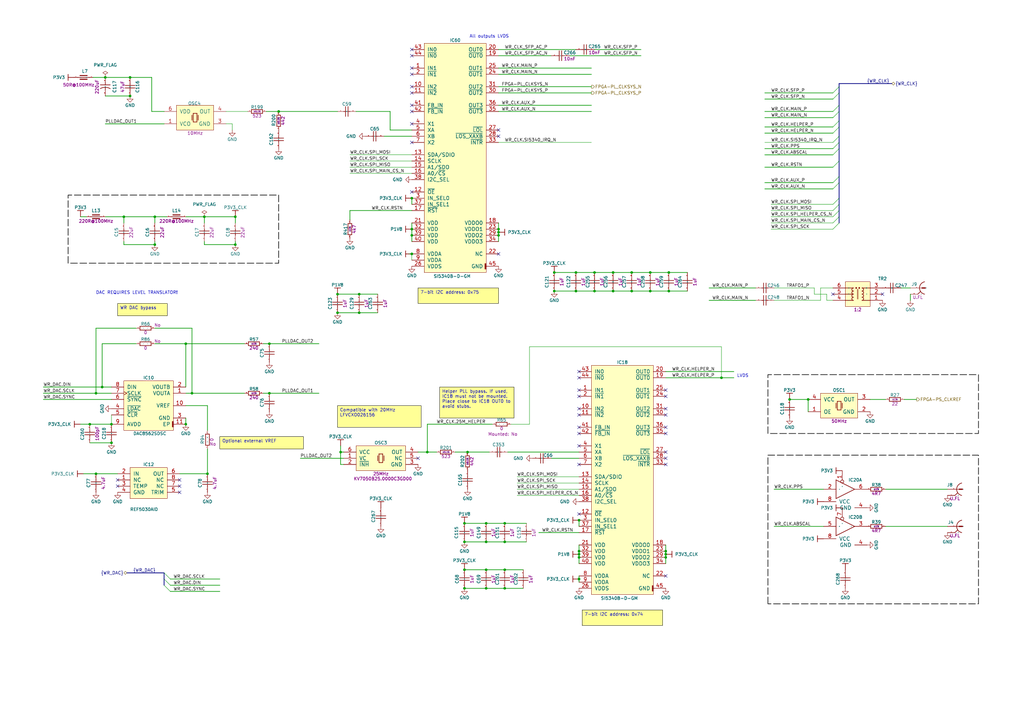
<source format=kicad_sch>
(kicad_sch (version 20250114) (generator "eeschema") (generator_version "9.0")
  (paper "A3")
  (title_block (title "Clock Generation") (rev "-"))
  (lib_symbols
    (symbol "Analog & Interface:DAC8562SDSC" (pin_names (offset 1.27))
      (property "Reference" "IC" (at 10.16 1.27 0))
      (symbol "DAC8562SDSC_0_1"
        (pin input line (at -5.08 -2.54 0) (length 5.08) (name "DIN") (number "8"))
        (pin input clock (at -5.08 -5.08 0) (length 5.08) (name "SCLK") (number "7"))
        (pin input line (at -5.08 -7.62 0) (length 5.08) (name "~{SYNC}") (number "6"))
        (pin input line (at -5.08 -11.43 0) (length 5.08) (name "~{LDAC}") (number "4"))
        (pin input line (at -5.08 -13.97 0) (length 5.08) (name "~{CLR}") (number "5"))
        (pin input line (at -5.08 -17.78 0) (length 5.08) (name "AVDD") (number "9"))
        (pin output line (at 25.4 -2.54 180) (length 5.08) (name "VOUTB") (number "2"))
        (pin output line (at 25.4 -5.08 180) (length 5.08) (name "VOUTA") (number "1"))
        (pin bidirectional line (at 25.4 -10.16 180) (length 5.08) (name "VREF") (number "10"))
        (pin power_in line (at 25.4 -15.24 180) (length 5.08) (name "GND") (number "3"))
        (pin power_in line (at 25.4 -17.78 180) (length 5.08) (name "EP") (number "11"))
      )
    )
    (symbol "Analog & Interface:SI5340B-D-GM" (pin_names (offset 1.27))
      (property "Reference" "IC" (at 12.7 1.27 0))
      (symbol "SI5340B-D-GM_0_1"
        (pin input line (at -5.08 -2.54 0) (length 5.08) (name "IN0") (number "43"))
        (pin open_collector line (at -5.08 -5.08 0) (length 5.08) (name "~{IN0}") (number "44"))
        (pin input line (at -5.08 -10.16 0) (length 5.08) (name "IN1") (number "1"))
        (pin input line (at -5.08 -12.7 0) (length 5.08) (name "~{IN1}") (number "2"))
        (pin input line (at -5.08 -17.78 0) (length 5.08) (name "IN2") (number "10"))
        (pin input line (at -5.08 -20.32 0) (length 5.08) (name "~{IN2}") (number "11"))
        (pin input line (at -5.08 -25.4 0) (length 5.08) (name "FB_IN") (number "41"))
        (pin input line (at -5.08 -27.94 0) (length 5.08) (name "~{FB_IN}") (number "42"))
        (pin input line (at -5.08 -33.02 0) (length 5.08) (name "X1") (number "4"))
        (pin input line (at -5.08 -35.56 0) (length 5.08) (name "XA") (number "5"))
        (pin input line (at -5.08 -38.1 0) (length 5.08) (name "XB") (number "6"))
        (pin input line (at -5.08 -40.64 0) (length 5.08) (name "X2") (number "7"))
        (pin bidirectional line (at -5.08 -45.72 0) (length 5.08) (name "SDA/SDIO") (number "13"))
        (pin input line (at -5.08 -48.26 0) (length 5.08) (name "SCLK") (number "14"))
        (pin bidirectional line (at -5.08 -50.8 0) (length 5.08) (name "A1/SDO") (number "15"))
        (pin input line (at -5.08 -53.34 0) (length 5.08) (name "A0/~{CS}") (number "16"))
        (pin input line (at -5.08 -55.88 0) (length 5.08) (name "I2C_SEL") (number "38"))
        (pin input line (at -5.08 -60.96 0) (length 5.08) (name "~{OE}") (number "12"))
        (pin input line (at -5.08 -63.5 0) (length 5.08) (name "IN_SEL0") (number "3"))
        (pin input line (at -5.08 -66.04 0) (length 5.08) (name "IN_SEL1") (number "37"))
        (pin input line (at -5.08 -68.58 0) (length 5.08) (name "~{RST}") (number "17"))
        (pin power_in line (at -5.08 -73.66 0) (length 5.08) (name "VDD") (number "21"))
        (pin power_in line (at -5.08 -76.2 0) (length 5.08) (name "VDD") (number "32"))
        (pin power_in line (at -5.08 -78.74 0) (length 5.08) (name "VDD") (number "39"))
        (pin power_in line (at -5.08 -81.28 0) (length 5.08) (name "VDD") (number "40"))
        (pin power_in line (at -5.08 -86.36 0) (length 5.08) (name "VDDA") (number "8"))
        (pin power_in line (at -5.08 -88.9 0) (length 5.08) (name "VDDA") (number "9"))
        (pin power_in line (at -5.08 -91.44 0) (length 5.08) (name "VDDS") (number "26"))
        (pin output line (at 30.48 -2.54 180) (length 5.08) (name "OUT0") (number "20"))
        (pin output line (at 30.48 -5.08 180) (length 5.08) (name "~{OUT0}") (number "19"))
        (pin output line (at 30.48 -10.16 180) (length 5.08) (name "OUT1") (number "25"))
        (pin output line (at 30.48 -12.7 180) (length 5.08) (name "~{OUT1}") (number "24"))
        (pin output line (at 30.48 -17.78 180) (length 5.08) (name "OUT2") (number "31"))
        (pin output line (at 30.48 -20.32 180) (length 5.08) (name "~{OUT2}") (number "30"))
        (pin output line (at 30.48 -25.4 180) (length 5.08) (name "OUT3") (number "36"))
        (pin output line (at 30.48 -27.94 180) (length 5.08) (name "~{OUT3}") (number "35"))
        (pin output line (at 30.48 -35.56 180) (length 5.08) (name "~{LOL}") (number "27"))
        (pin output line (at 30.48 -38.1 180) (length 5.08) (name "~{LOS_XAXB}") (number "28"))
        (pin output line (at 30.48 -40.64 180) (length 5.08) (name "~{INTR}") (number "33"))
        (pin power_in line (at 30.48 -73.66 180) (length 5.08) (name "VDDO0") (number "18"))
        (pin power_in line (at 30.48 -76.2 180) (length 5.08) (name "VDDO1") (number "23"))
        (pin power_in line (at 30.48 -78.74 180) (length 5.08) (name "VDDO2") (number "29"))
        (pin power_in line (at 30.48 -81.28 180) (length 5.08) (name "VDDO3") (number "34"))
        (pin passive line (at 30.48 -86.36 180) (length 5.08) (name "NC") (number "22"))
        (pin power_in line (at 30.48 -91.44 180) (length 5.08) (name "GND") (number "45"))
      )
    )
    (symbol "Capacitors SMD:CC0402_100NF_16V_10%_X7R" (pin_names (offset 1.27))
      (property "Reference" "C" (at 3.81 3.048 0))
      (property "Description" "100nF" (at 3.81 -3.048 0))
      (symbol "CC0402_100NF_16V_10%_X7R_0_1"
        (pin passive line (at 0 0 0) (length 2.54) (name "1") (number "1"))
        (pin passive line (at 7.62 0 180) (length 2.54) (name "2") (number "2"))
      )
    )
    (symbol "Capacitors SMD:CC0402_100PF_50V_5%_C0G" (pin_names (offset 1.27))
      (property "Reference" "C" (at 3.81 3.048 0))
      (property "Val" "100pF" (at 3.81 -3.048 0))
      (symbol "CC0402_100PF_50V_5%_C0G_0_1"
        (pin passive line (at 0 0 0) (length 2.54) (name "1") (number "1"))
        (pin passive line (at 7.62 0 180) (length 2.54) (name "2") (number "2"))
      )
    )
    (symbol "Capacitors SMD:CC0402_10NF_16V_10%_X7R" (pin_names (offset 1.27))
      (property "Reference" "C" (at 3.81 3.048 0))
      (property "Val" "10nF" (at 3.81 -3.048 0))
      (symbol "CC0402_10NF_16V_10%_X7R_0_1"
        (pin passive line (at 0 0 0) (length 2.54) (name "1") (number "1"))
        (pin passive line (at 7.62 0 180) (length 2.54) (name "2") (number "2"))
      )
    )
    (symbol "Capacitors SMD:CC0402_1UF_25V_10%_X5R" (pin_names (offset 1.27))
      (property "Reference" "C" (at 3.81 3.048 0))
      (property "Val" "1uF" (at 3.81 -3.048 0))
      (symbol "CC0402_1UF_25V_10%_X5R_0_1"
        (pin passive line (at 0 0 0) (length 2.54) (name "1") (number "1"))
        (pin passive line (at 7.62 0 180) (length 2.54) (name "2") (number "2"))
      )
    )
    (symbol "Capacitors SMD:CC0402_4.7UF_6.3V_20%_X5R" (pin_names (offset 1.27))
      (property "Reference" "C" (at 3.81 3.048 0))
      (property "Val" "4.7uF" (at 3.81 -3.048 0))
      (symbol "CC0402_4.7UF_6.3V_20%_X5R_0_1"
        (pin passive line (at 0 0 0) (length 2.54) (name "1") (number "1"))
        (pin passive line (at 7.62 0 180) (length 2.54) (name "2") (number "2"))
      )
    )
    (symbol "Capacitors SMD:CC0603_22UF_10V_20%_X5R" (pin_names (offset 1.27))
      (property "Reference" "C" (at 3.81 3.048 0))
      (property "Val" "22uF" (at 3.81 -3.048 0))
      (symbol "CC0603_22UF_10V_20%_X5R_0_1"
        (pin passive line (at 0 0 0) (length 2.54) (name "1") (number "1"))
        (pin passive line (at 7.62 0 180) (length 2.54) (name "2") (number "2"))
      )
    )
    (symbol "Capacitors SMD:CC1206_47UF_25V_20%_X5R" (pin_names (offset 1.27))
      (property "Reference" "C" (at 3.81 3.048 0))
      (property "Val" "47uF" (at 3.81 -3.048 0))
      (symbol "CC1206_47UF_25V_20%_X5R_0_1"
        (pin passive line (at 0 0 0) (length 2.54) (name "1") (number "1"))
        (pin passive line (at 7.62 0 180) (length 2.54) (name "2") (number "2"))
      )
    )
    (symbol "Capacitors THD:CAER_220UF_16V_20%_PANASONIC_16SEPC220MD" (pin_names (offset 1.27))
      (property "Reference" "C" (at 3.81 3.048 0))
      (property "Val" "220uF" (at 3.81 -3.048 0))
      (symbol "CAER_220UF_16V_20%_PANASONIC_16SEPC220MD_0_1"
        (text "+" (at 2.54 0.762 900) (effects (font (size 1.27 1.27)) (justify left bottom)))
        (pin passive line (at 0 0 0) (length 2.54) (name "1") (number "1"))
        (pin passive line (at 7.62 0 180) (length 2.54) (name "2") (number "2"))
      )
    )
    (symbol "Crystals & Oscillators:OSC_10MHZ_CONNOR-WINFIELD_DOT050V-010.0M" (pin_names (offset 1.27))
      (property "Reference" "OSC" (at 7.62 1.27 0))
      (property "Val" "10MHz" (at 7.62 -11.43 0))
      (symbol "OSC_10MHZ_CONNOR-WINFIELD_DOT050V-010.0M_0_1"
        (pin power_in line (at -5.08 -2.54 0) (length 5.08) (name "VDD") (number "6"))
        (pin input line (at -5.08 -7.62 0) (length 5.08) (name "VCO") (number "1"))
        (pin output line (at 20.32 -2.54 180) (length 5.08) (name "OUT") (number "4"))
        (pin power_in line (at 20.32 -7.62 180) (length 5.08) (name "GND") (number "3"))
      )
    )
    (symbol "Crystals & Oscillators:OSC_25MHZ_KYOCERA_KV7050B25.0000C3GD00" (pin_names (offset 1.27))
      (property "Reference" "OSC" (at 10.16 1.27 0))
      (property "Val" "25MHz" (at 10.16 -11.43 0))
      (symbol "OSC_25MHZ_KYOCERA_KV7050B25.0000C3GD00_0_1"
        (pin power_in line (at -5.08 -2.54 0) (length 5.08) (name "VCC") (number "6"))
        (pin input line (at -5.08 -5.08 0) (length 5.08) (name "VC") (number "1"))
        (pin input line (at -5.08 -7.62 0) (length 5.08) (name "~{INH}") (number "2"))
        (pin output line (at 25.4 -2.54 180) (length 5.08) (name "OUT") (number "4"))
        (pin passive line (at 25.4 -5.08 180) (length 5.08) (name "NC") (number "5"))
        (pin power_in line (at 25.4 -7.62 180) (length 5.08) (name "GND") (number "3"))
      )
    )
    (symbol "Crystals & Oscillators:OSC_50MHZ_EPSON_SG-8018CE" (pin_names (offset 1.27))
      (property "Reference" "OSC" (at 7.62 1.27 0))
      (property "Val" "50MHz" (at 7.62 -11.43 0))
      (symbol "OSC_50MHZ_EPSON_SG-8018CE_0_1"
        (pin power_in line (at -5.08 -2.54 0) (length 5.08) (name "VCC") (number "4"))
        (pin input line (at -5.08 -7.62 0) (length 5.08) (name "OE") (number "1"))
        (pin output line (at 20.32 -2.54 180) (length 5.08) (name "OUT") (number "3"))
        (pin power_in line (at 20.32 -7.62 180) (length 5.08) (name "GND") (number "2"))
      )
    )
    (symbol "HIROSE_U.FL-R-SMT-1(10)_1" (pin_names (offset 1.27))
      (property "Reference" "J" (at -6.858 0 0))
      (property "Comment" "U.FL" (at -3.048 -3.81 0))
      (symbol "HIROSE_U.FL-R-SMT-1(10)_1_0_1"
        (pin bidirectional line (at 0 0 180) (length 5.08) (name "1") (number "1"))
        (pin bidirectional line (at 0 -2.54 180) (length 3.048) (name "2") (number "2"))
      )
    )
    (symbol "HIROSE_U.FL-R-SMT-1(10)_2" (pin_names (offset 1.27))
      (property "Reference" "J" (at -6.858 0 0))
      (property "Comment" "U.FL" (at -3.048 -3.81 0))
      (symbol "HIROSE_U.FL-R-SMT-1(10)_2_0_1"
        (pin bidirectional line (at 0 0 180) (length 5.08) (name "1") (number "1"))
        (pin bidirectional line (at 0 -2.54 180) (length 3.048) (name "2") (number "2"))
      )
    )
    (symbol "Inductors SMD:IND0805_MURATA_BLM21PG221SN1D" (pin_names (offset 1.27))
      (property "Reference" "L" (at 3.81 1.778 0))
      (property "Val" "220R@100MHz" (at 3.81 -1.778 0))
      (symbol "IND0805_MURATA_BLM21PG221SN1D_0_1"
        (pin passive line (at 0 0 0) (length 1.27) (name "1") (number "1"))
        (pin passive line (at 7.62 0 180) (length 1.27) (name "2") (number "2"))
      )
      (symbol "IND0805_MURATA_BLM21PG221SN1D_0_2"
        (pin passive line (at 0 0 0) (length 1.524) (name "1") (number "1"))
        (pin passive line (at 7.62 0 180) (length 1.524) (name "2") (number "2"))
      )
    )
    (symbol "Inductors SMD:IND1206_MURATA_BLM31PG500SN1" (pin_names (offset 1.27))
      (property "Reference" "L" (at 3.81 1.778 0))
      (property "Val" "50R@100MHz" (at 3.81 -1.778 0))
      (symbol "IND1206_MURATA_BLM31PG500SN1_0_1"
        (pin passive line (at 0 0 0) (length 1.27) (name "1") (number "1"))
        (pin passive line (at 7.62 0 180) (length 1.27) (name "2") (number "2"))
      )
      (symbol "IND1206_MURATA_BLM31PG500SN1_0_2"
        (pin passive line (at 0 0 0) (length 1.524) (name "1") (number "1"))
        (pin passive line (at 7.62 0 180) (length 1.524) (name "2") (number "2"))
      )
    )
    (symbol "Miscellaneous:HIROSE_U.FL-R-SMT-1(10)" (pin_names (offset 1.27))
      (property "Reference" "J" (at -6.858 0 0))
      (property "Comment" "U.FL" (at -3.048 -3.81 0))
      (symbol "HIROSE_U.FL-R-SMT-1(10)_0_1"
        (pin bidirectional line (at 0 0 180) (length 5.08) (name "1") (number "1"))
        (pin bidirectional line (at 0 -2.54 180) (length 3.048) (name "2") (number "2"))
      )
    )
    (symbol "R0402_240R_1%_0.0625W_100PPM_1" (pin_names (offset 1.27))
      (property "Reference" "R" (at 3.81 1.778 0))
      (property "Tolerance" "±1%" (at 3.81 0 0))
      (property "Val" "240" (at 3.81 -1.778 0))
      (symbol "R0402_240R_1%_0.0625W_100PPM_1_0_1"
        (pin passive line (at 0 0 0) (length 1.524) (name "1") (number "1"))
        (pin passive line (at 7.62 0 180) (length 1.524) (name "2") (number "2"))
      )
    )
    (symbol "R0402_4K7_1%_0.0625W_100PPM_1" (pin_names (offset 1.27))
      (property "Reference" "R" (at 3.81 1.778 0))
      (property "Tolerance" "±1%" (at 3.81 0 0))
      (property "Val" "4k7" (at 3.81 -1.778 0))
      (symbol "R0402_4K7_1%_0.0625W_100PPM_1_0_1"
        (pin passive line (at 0 0 0) (length 1.524) (name "1") (number "1"))
        (pin passive line (at 7.62 0 180) (length 1.524) (name "2") (number "2"))
      )
    )
    (symbol "R0603_442R_0.1%_0.063W_10PPM_1" (pin_names (offset 1.27))
      (property "Reference" "R" (at 3.81 1.778 0))
      (property "Tolerance" "±0.1%" (at 3.81 0 0))
      (property "Val" "442" (at 3.81 -1.778 0))
      (symbol "R0603_442R_0.1%_0.063W_10PPM_1_0_1"
        (pin passive line (at 0 0 0) (length 1.524) (name "1") (number "1"))
        (pin passive line (at 7.62 0 180) (length 1.524) (name "2") (number "2"))
      )
    )
    (symbol "R0603_523R_0.1%_0.063W_10PPM_1" (pin_names (offset 1.27))
      (property "Reference" "R" (at 3.81 1.778 0))
      (property "Tolerance" "±0.1%" (at 3.81 0 0))
      (property "Val" "523" (at 3.81 -1.778 0))
      (symbol "R0603_523R_0.1%_0.063W_10PPM_1_0_1"
        (pin passive line (at 0 0 0) (length 1.524) (name "1") (number "1"))
        (pin passive line (at 7.62 0 180) (length 1.524) (name "2") (number "2"))
      )
    )
    (symbol "R0805_4R7_1%_0.125W_200PPM_1" (pin_names (offset 1.27))
      (property "Reference" "R" (at 3.81 1.778 0))
      (property "Tolerance" "±1%" (at 3.81 0 0))
      (property "Val" "4R7" (at 3.81 -1.778 0))
      (symbol "R0805_4R7_1%_0.125W_200PPM_1_0_1"
        (pin passive line (at 0 0 0) (length 1.524) (name "1") (number "1"))
        (pin passive line (at 7.62 0 180) (length 1.524) (name "2") (number "2"))
      )
    )
    (symbol "Regulators:REF5030AID" (pin_names (offset 1.27))
      (property "Reference" "IC" (at 7.62 1.27 0))
      (symbol "REF5030AID_0_1"
        (pin input line (at -5.08 -2.54 0) (length 5.08) (name "IN") (number "2"))
        (pin passive line (at -5.08 -5.08 0) (length 5.08) (name "NC") (number "1"))
        (pin passive line (at -5.08 -7.62 0) (length 5.08) (name "TEMP") (number "3"))
        (pin power_in line (at -5.08 -10.16 0) (length 5.08) (name "GND") (number "4"))
        (pin power_out line (at 20.32 -2.54 180) (length 5.08) (name "OUT") (number "6"))
        (pin passive line (at 20.32 -5.08 180) (length 5.08) (name "NC") (number "8"))
        (pin passive line (at 20.32 -7.62 180) (length 5.08) (name "NC") (number "7"))
        (pin passive line (at 20.32 -10.16 180) (length 5.08) (name "TRIM") (number "5"))
      )
    )
    (symbol "Resistors SMD:R0402_0R_JUMPER" (pin_names (offset 1.27))
      (property "Reference" "R" (at 3.81 1.778 0))
      (property "Val" "0" (at 3.81 -1.778 0))
      (symbol "R0402_0R_JUMPER_0_1"
        (pin passive line (at 0 0 0) (length 1.524) (name "1") (number "1"))
        (pin passive line (at 7.62 0 180) (length 1.524) (name "2") (number "2"))
      )
    )
    (symbol "Resistors SMD:R0402_22R_1%_0.0625W_100PPM" (pin_names (offset 1.27))
      (property "Reference" "R" (at 3.81 1.778 0))
      (property "Tolerance" "±1%" (at 3.81 0 0))
      (property "Val" "22" (at 3.81 -1.778 0))
      (symbol "R0402_22R_1%_0.0625W_100PPM_0_1"
        (pin passive line (at 0 0 0) (length 1.524) (name "1") (number "1"))
        (pin passive line (at 7.62 0 180) (length 1.524) (name "2") (number "2"))
      )
    )
    (symbol "Resistors SMD:R0402_240R_1%_0.0625W_100PPM" (pin_names (offset 1.27))
      (property "Reference" "R" (at 3.81 1.778 0))
      (property "Tolerance" "±1%" (at 3.81 0 0))
      (property "Val" "240" (at 3.81 -1.778 0))
      (symbol "R0402_240R_1%_0.0625W_100PPM_0_1"
        (pin passive line (at 0 0 0) (length 1.524) (name "1") (number "1"))
        (pin passive line (at 7.62 0 180) (length 1.524) (name "2") (number "2"))
      )
    )
    (symbol "Resistors SMD:R0603_442R_0.1%_0.063W_10PPM" (pin_names (offset 1.27))
      (property "Reference" "R" (at 3.81 1.778 0))
      (property "Tolerance" "±0.1%" (at 3.81 0 0))
      (property "Val" "442" (at 3.81 -1.778 0))
      (symbol "R0603_442R_0.1%_0.063W_10PPM_0_1"
        (pin passive line (at 0 0 0) (length 1.524) (name "1") (number "1"))
        (pin passive line (at 7.62 0 180) (length 1.524) (name "2") (number "2"))
      )
    )
    (symbol "Resistors SMD:R0603_523R_0.1%_0.063W_10PPM" (pin_names (offset 1.27))
      (property "Reference" "R" (at 3.81 1.778 0))
      (property "Tolerance" "±0.1%" (at 3.81 0 0))
      (property "Val" "523" (at 3.81 -1.778 0))
      (symbol "R0603_523R_0.1%_0.063W_10PPM_0_1"
        (pin passive line (at 0 0 0) (length 1.524) (name "1") (number "1"))
        (pin passive line (at 7.62 0 180) (length 1.524) (name "2") (number "2"))
      )
    )
    (symbol "Resistors SMD:R0805_4R7_1%_0.125W_200PPM" (pin_names (offset 1.27))
      (property "Reference" "R" (at 3.81 1.778 0))
      (property "Tolerance" "±1%" (at 3.81 0 0))
      (property "Val" "4R7" (at 3.81 -1.778 0))
      (symbol "R0805_4R7_1%_0.125W_200PPM_0_1"
        (pin passive line (at 0 0 0) (length 1.524) (name "1") (number "1"))
        (pin passive line (at 7.62 0 180) (length 1.524) (name "2") (number "2"))
      )
    )
    (symbol "SN74LVC2G126DCT_1" (pin_names (offset 1.27))
      (property "Reference" "IC20" (at 5.08 -1.27 0))
      (symbol "SN74LVC2G126DCT_1_0_1"
        (pin power_in line (at -5.08 -10.16 0) (length 5.08) (name "VCC") (number "8"))
        (pin power_in line (at 12.7 -12.7 180) (length 5.08) (name "GND") (number "4"))
      )
      (symbol "SN74LVC2G126DCT_1_1_1"
        (pin input line (at -5.08 -5.08 0) (length 5.08) (name "1A") (number "2"))
        (pin input inverted (at 2.54 2.54 270) (length 5.08) (name "1~{OE}") (number "1"))
        (pin tri_state line (at 12.7 -5.08 180) (length 5.08) (name "1Y") (number "6"))
      )
      (symbol "SN74LVC2G126DCT_1_2_1"
        (pin input line (at -5.08 -5.08 0) (length 5.08) (name "2A") (number "5"))
        (pin input inverted (at 2.54 2.54 270) (length 5.08) (name "7~{OE}") (number "7"))
        (pin tri_state line (at 12.7 -5.08 180) (length 5.08) (name "2Y") (number "3"))
      )
    )
    (symbol "Standard Logic:SN74LVC2G126DCT" (pin_names (offset 1.27))
      (property "Reference" "IC20" (at 5.08 -1.27 0))
      (symbol "SN74LVC2G126DCT_0_1"
        (pin power_in line (at -5.08 -10.16 0) (length 5.08) (name "VCC") (number "8"))
        (pin power_in line (at 12.7 -12.7 180) (length 5.08) (name "GND") (number "4"))
      )
      (symbol "SN74LVC2G126DCT_1_1"
        (pin input line (at -5.08 -5.08 0) (length 5.08) (name "1A") (number "2"))
        (pin input inverted (at 2.54 2.54 270) (length 5.08) (name "1~{OE}") (number "1"))
        (pin tri_state line (at 12.7 -5.08 180) (length 5.08) (name "1Y") (number "6"))
      )
      (symbol "SN74LVC2G126DCT_2_1"
        (pin input line (at -5.08 -5.08 0) (length 5.08) (name "2A") (number "5"))
        (pin input inverted (at 2.54 2.54 270) (length 5.08) (name "7~{OE}") (number "7"))
        (pin tri_state line (at 12.7 -5.08 180) (length 5.08) (name "2Y") (number "3"))
      )
    )
    (symbol "Transformers:XFMR_MINI-CIRCUITS_ADT2-1T+" (pin_names (offset 1.27))
      (property "Reference" "TR" (at 5.08 1.27 0))
      (property "Val" "1:2" (at 5.08 -11.43 0))
      (symbol "XFMR_MINI-CIRCUITS_ADT2-1T+_0_1"
        (text "PRI" (at 2.032 -1.27 0) (effects (font (size 1.016 1.016))))
        (text "SEC" (at 8.128 -1.27 0) (effects (font (size 1.016 1.016))))
        (pin passive line (at -5.08 -2.54 0) (length 5.08) (name "PDOT") (number "3"))
        (pin passive line (at -5.08 -5.08 0) (length 5.08) (name "NC") (number "2"))
        (pin passive line (at -5.08 -7.62 0) (length 5.08) (name "P") (number "1"))
        (pin passive line (at 15.24 -2.54 180) (length 5.08) (name "SDOT") (number "6"))
        (pin passive line (at 15.24 -5.08 180) (length 5.08) (name "SCT") (number "5"))
        (pin passive line (at 15.24 -7.62 180) (length 5.08) (name "S") (number "4"))
      )
    )
    (symbol "power:GND" (power) (pin_names (offset 0))
      (property "Value" "GND" (at 0 -3.81 0))
      (symbol "GND_1_1"
        (pin power_in line (at 0 0 270) (length 0) (hide yes) (name "GND") (number "1"))
      )
    )
    (symbol "power:PWR_FLAG" (power) (pin_numbers (hide yes)) (pin_names (offset 0) (hide yes))
      (property "Value" "PWR_FLAG" (at 0 3.81 0))
      (symbol "PWR_FLAG_0_0"
        (pin power_out line (at 0 0 90) (length 0) (name "pwr") (number "1"))
      )
    )
    (symbol "vme-wren:P1V8" (power)
      (property "Value" "P1V8" (at 0 -3.81 0))
      (symbol "P1V8_0_0"
        (pin power_in line (at 0 0 0) (length 0) (hide yes) (name "P1V8") (number ""))
      )
    )
    (symbol "vme-wren:P3V3" (power)
      (property "Value" "P3V3" (at 0 -3.81 0))
      (symbol "P3V3_0_0"
        (pin power_in line (at 0 0 0) (length 0) (hide yes) (name "P3V3") (number ""))
      )
    )
    (symbol "vme-wren:P3V3_CLK" (power)
      (property "Reference" "#PWR" (at 0 0 0))
      (property "Value" "P3V3_CLK" (at 0 3.81 0))
      (symbol "P3V3_CLK_0_0"
        (pin power_in line (at 0 0 0) (length 0) (hide yes) (name "P3V3_CLK") (number ""))
      )
    )
  )
  (bus_alias "I2C" (members "I2C.SDA" "I2C.SCL"))
  (bus_alias "WR_CLK" (members "WR_CLK.SFP_P" "WR_CLK.SFP_N" "WR_CLK.MAIN_P" "WR_CLK.MAIN_N" "WR_CLK.HELPER_P" "WR_CLK.HELPER_N" "WR_CLK.25M_HELPER" "WR_CLK.PPS" "WR_CLK.ABSCAL" "WR_CLK.RSTN" "WR_CLK.SI5340_IRQ_N" "WR_CLK.AUX_P" "WR_CLK.AUX_N" "WR_CLK.SPI_MOSI" "WR_CLK.SPI_MISO" "WR_CLK.SPI_HELPER_CS_N" "WR_CLK.SPI_MAIN_CS_N" "WR_CLK.SPI_SCK"))
  (bus_alias "WR_DAC" (members "WR_DAC.SCLK" "WR_DAC.DIN" "WR_DAC.SYNC"))
  (polyline (pts (xy 314.96 177.8) (xy 314.96 153.67) (xy 401.32 153.67) (xy 401.32 177.8) (xy 314.96 177.8)) (stroke (width 0.254) (type dash) (color 0 0 0 1)))
  (polyline (pts (xy 27.94 107.95) (xy 27.94 80.01) (xy 114.3 80.01) (xy 114.3 107.95) (xy 27.94 107.95)) (stroke (width 0.254) (type dash) (color 0 0 0 1)))
  (polyline (pts (xy 314.96 247.65) (xy 314.96 186.69) (xy 401.32 186.69) (xy 401.32 247.65) (xy 314.96 247.65)) (stroke (width 0.254) (type dash) (color 0 0 0 1)))
  (text "DAC REQUIRES LEVEL TRANSLATOR!\n" (at 56.134 120.142 0) (effects (font (size 1.27 1.27))))
  (text "LVDS" (at 302.26 154.94 0) (effects (font (size 1.27 1.27)) (justify left bottom)))
  (text "All outputs LVDS" (at 192.532 15.748 0) (effects (font (size 1.27 1.27)) (justify left bottom)))
  (text_box "Helper PLL bypass. If used, IC18 must not be mounted. Place close to IC18 OUT0 to avoid stubs." (at 180.34 158.75 0) (size 30.48 12.7) (margins 0.9525 0.9525 0.9525 0.9525) (stroke (width 0) (color 0 0 0 1)) (fill (type color) (color 255 255 150 1)) (effects (font (size 1.27 1.27)) (justify left top)))
  (text_box "Compatible with 20MHz LFVCXO026156" (at 172.72 166.37 0) (size -34.29 8.89) (margins 0.9525 0.9525 0.9525 0.9525) (stroke (width 0) (color 0 0 0 1)) (fill (type color) (color 255 255 150 1)) (effects (font (size 1.27 1.27)) (justify left top)))
  (text_box "7-bit I2C address: 0x75" (at 171.45 118.11 0) (size 33.02 6.35) (margins 0.9525 0.9525 0.9525 0.9525) (stroke (width 0) (color 0 0 0 1)) (fill (type color) (color 255 255 150 1)) (effects (font (size 1.27 1.27)) (justify left top)))
  (text_box "Optional external VREF" (at 90.17 179.07 0) (size 34.29 5.08) (margins 0.9525 0.9525 0.9525 0.9525) (stroke (width 0) (color 0 0 0 1)) (fill (type color) (color 255 255 150 1)) (effects (font (size 1.27 1.27)) (justify left top)))
  (text_box "7-bit I2C address: 0x74" (at 271.78 250.19 0) (size -33.02 6.35) (margins 0.9525 0.9525 0.9525 0.9525) (stroke (width 0) (color 0 0 0 1)) (fill (type color) (color 255 255 150 1)) (effects (font (size 1.27 1.27)) (justify left top)))
  (text_box "WR DAC bypass" (at 48.26 124.46 0) (size 20.32 5.08) (margins 0.9525 0.9525 0.9525 0.9525) (stroke (width 0) (color 0 0 0 1)) (fill (type color) (color 255 255 150 1)) (effects (font (size 1.27 1.27)) (justify left top)))
  (junction (at 39.37 194.31))
  (junction (at 274.32 119.38))
  (junction (at 331.47 163.83))
  (junction (at 251.46 111.76))
  (junction (at 43.18 31.75))
  (junction (at 190.5 233.68))
  (junction (at 39.37 161.29))
  (junction (at 274.32 111.76))
  (junction (at 85.09 194.31))
  (junction (at 45.72 181.61))
  (junction (at 295.91 154.94))
  (junction (at 147.32 128.27))
  (junction (at 266.7 119.38))
  (junction (at 78.74 161.29))
  (junction (at 207.01 233.68))
  (junction (at 190.5 214.63))
  (junction (at 190.5 241.3))
  (junction (at 273.05 226.06))
  (junction (at 168.91 93.98))
  (junction (at 45.72 173.99))
  (junction (at 190.5 222.25))
  (junction (at 96.52 88.9))
  (junction (at 259.08 111.76))
  (junction (at 53.34 39.37))
  (junction (at 237.49 226.06))
  (junction (at 204.47 93.98))
  (junction (at 53.34 31.75))
  (junction (at 204.47 95.25))
  (junction (at 114.3 45.72))
  (junction (at 36.83 173.99))
  (junction (at 243.84 119.38))
  (junction (at 273.05 228.6))
  (junction (at 76.2 140.97))
  (junction (at 175.26 185.42))
  (junction (at 207.01 222.25))
  (junction (at 110.49 140.97))
  (junction (at 204.47 96.52))
  (junction (at 168.91 81.28))
  (junction (at 237.49 237.49))
  (junction (at 63.5 100.33))
  (junction (at 199.39 222.25))
  (junction (at 236.22 119.38))
  (junction (at 243.84 111.76))
  (junction (at 207.01 241.3))
  (junction (at 168.91 104.14))
  (junction (at 96.52 100.33))
  (junction (at 168.91 96.52))
  (junction (at 199.39 214.63))
  (junction (at 273.05 227.33))
  (junction (at 227.33 111.76))
  (junction (at 199.39 233.68))
  (junction (at 63.5 88.9))
  (junction (at 237.49 227.33))
  (junction (at 227.33 119.38))
  (junction (at 237.49 228.6))
  (junction (at 147.32 120.65))
  (junction (at 41.91 158.75))
  (junction (at 83.82 88.9))
  (junction (at 236.22 111.76))
  (junction (at 191.77 185.42))
  (junction (at 199.39 241.3))
  (junction (at 110.49 161.29))
  (junction (at 237.49 213.36))
  (junction (at 138.43 128.27))
  (junction (at 138.43 120.65))
  (junction (at 251.46 119.38))
  (junction (at 259.08 119.38))
  (junction (at 76.2 173.99))
  (junction (at 323.85 163.83))
  (junction (at 266.7 111.76))
  (junction (at 207.01 214.63))
  (junction (at 50.8 88.9))
  (junction (at 139.7 185.42))
  (no_connect (at 273.05 162.56))
  (no_connect (at 168.91 27.94))
  (no_connect (at 237.49 162.56))
  (no_connect (at 168.91 45.72))
  (no_connect (at 237.49 167.64))
  (no_connect (at 204.47 104.14))
  (no_connect (at 48.26 199.39))
  (no_connect (at 168.91 50.8))
  (no_connect (at 237.49 190.5))
  (no_connect (at 168.91 78.74))
  (no_connect (at 273.05 160.02))
  (no_connect (at 273.05 170.18))
  (no_connect (at 273.05 177.8))
  (no_connect (at 168.91 22.86))
  (no_connect (at 73.66 199.39))
  (no_connect (at 73.66 201.93))
  (no_connect (at 237.49 170.18))
  (no_connect (at 168.91 35.56))
  (no_connect (at 273.05 187.96))
  (no_connect (at 48.26 196.85))
  (no_connect (at 168.91 20.32))
  (no_connect (at 341.63 120.65))
  (no_connect (at 237.49 177.8))
  (no_connect (at 168.91 43.18))
  (no_connect (at 273.05 190.5))
  (no_connect (at 237.49 160.02))
  (no_connect (at 204.47 53.34))
  (no_connect (at 168.91 58.42))
  (no_connect (at 73.66 196.85))
  (no_connect (at 237.49 175.26))
  (no_connect (at 168.91 30.48))
  (no_connect (at 273.05 236.22))
  (no_connect (at 273.05 167.64))
  (no_connect (at 273.05 185.42))
  (no_connect (at 237.49 182.88))
  (no_connect (at 237.49 154.94))
  (no_connect (at 237.49 210.82))
  (no_connect (at 171.45 187.96))
  (no_connect (at 361.95 120.65))
  (no_connect (at 168.91 38.1))
  (no_connect (at 237.49 152.4))
  (no_connect (at 273.05 175.26))
  (no_connect (at 204.47 55.88))
  (bus_entry (at 341.63 74.93) (size 2.54 -2.54))
  (bus_entry (at 344.17 88.9) (size -2.54 2.54))
  (bus_entry (at 344.17 81.28) (size -2.54 2.54))
  (bus_entry (at 344.17 83.82) (size -2.54 2.54))
  (bus_entry (at 344.17 91.44) (size -2.54 2.54))
  (bus_entry (at 341.63 77.47) (size 2.54 -2.54))
  (bus_entry (at 67.31 234.95) (size 2.54 2.54))
  (bus_entry (at 341.63 63.5) (size 2.54 -2.54))
  (bus_entry (at 344.17 86.36) (size -2.54 2.54))
  (bus_entry (at 344.17 55.88) (size -2.54 2.54))
  (bus_entry (at 341.63 60.96) (size 2.54 -2.54))
  (bus_entry (at 341.63 54.61) (size 2.54 -2.54))
  (bus_entry (at 341.63 45.72) (size 2.54 -2.54))
  (bus_entry (at 67.31 240.03) (size 2.54 2.54))
  (bus_entry (at 341.63 52.07) (size 2.54 -2.54))
  (bus_entry (at 67.31 237.49) (size 2.54 2.54))
  (bus_entry (at 341.63 68.58) (size 2.54 -2.54))
  (bus_entry (at 341.63 38.1) (size 2.54 -2.54))
  (bus_entry (at 341.63 40.64) (size 2.54 -2.54))
  (bus_entry (at 341.63 48.26) (size 2.54 -2.54))
  (wire (pts (xy 143.51 68.58) (xy 168.91 68.58)))
  (wire (pts (xy 50.8 88.9) (xy 43.18 88.9)) (stroke (width 0.254)))
  (bus (pts (xy 344.17 72.39) (xy 344.17 74.93)))
  (wire (pts (xy 313.69 40.64) (xy 341.63 40.64)) (stroke (width 0.254)))
  (wire (pts (xy 33.02 88.9) (xy 35.56 88.9)) (stroke (width 0.254)))
  (wire (pts (xy 92.71 45.72) (xy 101.6 45.72)))
  (wire (pts (xy 143.51 71.12) (xy 168.91 71.12)))
  (wire (pts (xy 143.51 66.04) (xy 168.91 66.04)))
  (wire (pts (xy 334.01 118.11) (xy 317.5 118.11)))
  (wire (pts (xy 190.5 233.68) (xy 199.39 233.68)) (stroke (width 0.254)))
  (wire (pts (xy 209.55 173.99) (xy 217.17 173.99)))
  (bus (pts (xy 52.07 234.95) (xy 67.31 234.95)))
  (wire (pts (xy 146.05 45.72) (xy 160.02 45.72)) (stroke (width 0.254)))
  (wire (pts (xy 208.28 185.42) (xy 237.49 185.42)) (stroke (width 0.254)))
  (wire (pts (xy 168.91 81.28) (xy 168.91 83.82)) (stroke (width 0.254)))
  (wire (pts (xy 43.18 50.8) (xy 67.31 50.8)) (stroke (width 0.254)))
  (wire (pts (xy 236.22 111.76) (xy 243.84 111.76)) (stroke (width 0.254)))
  (wire (pts (xy 110.49 140.97) (xy 130.81 140.97)) (stroke (width 0.254)))
  (bus (pts (xy 344.17 55.88) (xy 344.17 58.42)))
  (wire (pts (xy 273.05 154.94) (xy 295.91 154.94)) (stroke (width 0.254)))
  (wire (pts (xy 139.7 182.88) (xy 139.7 185.42)) (stroke (width 0.254)))
  (wire (pts (xy 207.01 241.3) (xy 214.63 241.3)) (stroke (width 0.254)))
  (wire (pts (xy 85.09 166.37) (xy 85.09 176.53)) (stroke (width 0.254)))
  (bus (pts (xy 344.17 35.56) (xy 344.17 38.1)))
  (wire (pts (xy 336.55 118.11) (xy 341.63 118.11)))
  (wire (pts (xy 273.05 227.33) (xy 273.05 228.6)) (stroke (width 0.254)))
  (wire (pts (xy 63.5 134.62) (xy 78.74 134.62)) (stroke (width 0.254)))
  (wire (pts (xy 204.47 22.86) (xy 226.06 22.86)) (stroke (width 0.254)))
  (wire (pts (xy 273.05 223.52) (xy 273.05 226.06)) (stroke (width 0.254)))
  (wire (pts (xy 95.25 50.8) (xy 95.25 53.34)))
  (wire (pts (xy 76.2 140.97) (xy 100.33 140.97)) (stroke (width 0.254)))
  (wire (pts (xy 204.47 58.42) (xy 242.57 58.42)))
  (wire (pts (xy 76.2 158.75) (xy 76.2 140.97)) (stroke (width 0.254)))
  (bus (pts (xy 344.17 81.28) (xy 344.17 83.82)))
  (wire (pts (xy 107.95 140.97) (xy 110.49 140.97)) (stroke (width 0.254)))
  (wire (pts (xy 190.5 214.63) (xy 199.39 214.63)) (stroke (width 0.254)))
  (wire (pts (xy 39.37 161.29) (xy 39.37 134.62)) (stroke (width 0.254)))
  (wire (pts (xy 313.69 38.1) (xy 341.63 38.1)) (stroke (width 0.254)))
  (wire (pts (xy 201.93 173.99) (xy 175.26 173.99)) (stroke (width 0.254)))
  (bus (pts (xy 67.31 237.49) (xy 67.31 234.95)))
  (wire (pts (xy 237.49 226.06) (xy 237.49 227.33)) (stroke (width 0.254)))
  (wire (pts (xy 147.32 128.27) (xy 154.94 128.27)) (stroke (width 0.254)))
  (wire (pts (xy 160.02 53.34) (xy 168.91 53.34)) (stroke (width 0.254)))
  (wire (pts (xy 186.69 185.42) (xy 191.77 185.42)) (stroke (width 0.254)))
  (wire (pts (xy 237.49 236.22) (xy 237.49 237.49)) (stroke (width 0.254)))
  (wire (pts (xy 50.8 99.06) (xy 50.8 100.33)) (stroke (width 0.254)))
  (wire (pts (xy 139.7 190.5) (xy 140.97 190.5)) (stroke (width 0.254)))
  (wire (pts (xy 140.97 187.96) (xy 123.19 187.96)) (stroke (width 0.254)))
  (wire (pts (xy 242.57 30.48) (xy 204.47 30.48)) (stroke (width 0.254)))
  (wire (pts (xy 96.52 91.44) (xy 96.52 88.9)) (stroke (width 0.254)))
  (wire (pts (xy 204.47 95.25) (xy 204.47 96.52)) (stroke (width 0.254)))
  (wire (pts (xy 295.91 142.24) (xy 295.91 154.94)))
  (wire (pts (xy 375.92 163.83) (xy 370.84 163.83)) (stroke (width 0.254)))
  (bus (pts (xy 344.17 45.72) (xy 344.17 49.53)))
  (wire (pts (xy 78.74 134.62) (xy 78.74 161.29)) (stroke (width 0.254)))
  (wire (pts (xy 33.02 173.99) (xy 36.83 173.99)) (stroke (width 0.254)))
  (wire (pts (xy 96.52 88.9) (xy 83.82 88.9)) (stroke (width 0.254)))
  (wire (pts (xy 43.18 39.37) (xy 53.34 39.37)) (stroke (width 0.254)))
  (wire (pts (xy 167.64 104.14) (xy 168.91 104.14)))
  (wire (pts (xy 313.69 60.96) (xy 341.63 60.96)) (stroke (width 0.254)))
  (wire (pts (xy 114.3 45.72) (xy 138.43 45.72)) (stroke (width 0.254)))
  (wire (pts (xy 53.34 31.75) (xy 43.18 31.75)) (stroke (width 0.254)))
  (wire (pts (xy 50.8 91.44) (xy 50.8 88.9)) (stroke (width 0.254)))
  (wire (pts (xy 63.5 91.44) (xy 63.5 88.9)) (stroke (width 0.254)))
  (wire (pts (xy 36.83 181.61) (xy 45.72 181.61)) (stroke (width 0.254)))
  (wire (pts (xy 313.69 54.61) (xy 341.63 54.61)) (stroke (width 0.254)))
  (wire (pts (xy 199.39 214.63) (xy 207.01 214.63)) (stroke (width 0.254)))
  (wire (pts (xy 237.49 218.44) (xy 220.98 218.44)) (stroke (width 0.254)))
  (wire (pts (xy 69.85 242.57) (xy 90.17 242.57)) (stroke (width 0.254)))
  (wire (pts (xy 175.26 185.42) (xy 179.07 185.42)) (stroke (width 0.254)))
  (wire (pts (xy 295.91 154.94) (xy 300.99 154.94)) (stroke (width 0.254)))
  (wire (pts (xy 138.43 120.65) (xy 147.32 120.65)) (stroke (width 0.254)))
  (wire (pts (xy 204.47 93.98) (xy 204.47 95.25)) (stroke (width 0.254)))
  (wire (pts (xy 388.62 215.9) (xy 363.22 215.9)) (stroke (width 0.254)))
  (wire (pts (xy 83.82 88.9) (xy 76.2 88.9)) (stroke (width 0.254)))
  (bus (pts (xy 344.17 38.1) (xy 344.17 43.18)))
  (wire (pts (xy 92.71 50.8) (xy 95.25 50.8)))
  (wire (pts (xy 373.38 123.19) (xy 373.38 120.65)) (stroke (width 0.254)))
  (bus (pts (xy 344.17 83.82) (xy 344.17 86.36)))
  (wire (pts (xy 63.5 100.33) (xy 63.5 99.06)) (stroke (width 0.254)))
  (wire (pts (xy 204.47 91.44) (xy 204.47 93.98)) (stroke (width 0.254)))
  (wire (pts (xy 331.47 163.83) (xy 323.85 163.83)) (stroke (width 0.254)))
  (bus (pts (xy 344.17 58.42) (xy 344.17 60.96)))
  (wire (pts (xy 175.26 173.99) (xy 175.26 185.42)) (stroke (width 0.254)))
  (wire (pts (xy 43.18 31.75) (xy 38.1 31.75)) (stroke (width 0.254)))
  (wire (pts (xy 207.01 233.68) (xy 214.63 233.68)) (stroke (width 0.254)))
  (wire (pts (xy 341.63 48.26) (xy 313.69 48.26)) (stroke (width 0.254)))
  (wire (pts (xy 41.91 158.75) (xy 41.91 140.97)) (stroke (width 0.254)))
  (wire (pts (xy 242.57 27.94) (xy 204.47 27.94)) (stroke (width 0.254)))
  (wire (pts (xy 313.69 58.42) (xy 341.63 58.42)))
  (bus (pts (xy 344.17 66.04) (xy 344.17 72.39)))
  (wire (pts (xy 317.5 123.19) (xy 336.55 123.19)))
  (wire (pts (xy 63.5 88.9) (xy 50.8 88.9)) (stroke (width 0.254)))
  (wire (pts (xy 313.69 74.93) (xy 341.63 74.93)) (stroke (width 0.254)))
  (wire (pts (xy 204.47 20.32) (xy 236.22 20.32)) (stroke (width 0.254)))
  (wire (pts (xy 204.47 38.1) (xy 242.57 38.1)) (stroke (width 0.254)))
  (wire (pts (xy 313.69 68.58) (xy 341.63 68.58)) (stroke (width 0.254)))
  (wire (pts (xy 62.23 45.72) (xy 67.31 45.72)) (stroke (width 0.254)))
  (wire (pts (xy 233.68 22.86) (xy 262.89 22.86)) (stroke (width 0.254)))
  (wire (pts (xy 50.8 100.33) (xy 63.5 100.33)) (stroke (width 0.254)))
  (wire (pts (xy 96.52 100.33) (xy 96.52 99.06)) (stroke (width 0.254)))
  (wire (pts (xy 39.37 194.31) (xy 48.26 194.31)) (stroke (width 0.254)))
  (wire (pts (xy 212.09 198.12) (xy 237.49 198.12)))
  (wire (pts (xy 212.09 200.66) (xy 237.49 200.66)))
  (wire (pts (xy 204.47 35.56) (xy 242.57 35.56)) (stroke (width 0.254)))
  (bus (pts (xy 344.17 49.53) (xy 344.17 52.07)))
  (wire (pts (xy 83.82 91.44) (xy 83.82 88.9)) (stroke (width 0.254)))
  (wire (pts (xy 237.49 228.6) (xy 237.49 231.14)) (stroke (width 0.254)))
  (wire (pts (xy 36.83 173.99) (xy 45.72 173.99)) (stroke (width 0.254)))
  (wire (pts (xy 69.85 240.03) (xy 90.17 240.03)) (stroke (width 0.254)))
  (bus (pts (xy 344.17 43.18) (xy 344.17 45.72)))
  (wire (pts (xy 69.85 237.49) (xy 90.17 237.49)) (stroke (width 0.254)))
  (wire (pts (xy 313.69 52.07) (xy 341.63 52.07)) (stroke (width 0.254)))
  (wire (pts (xy 83.82 100.33) (xy 96.52 100.33)) (stroke (width 0.254)))
  (wire (pts (xy 251.46 111.76) (xy 259.08 111.76)) (stroke (width 0.254)))
  (wire (pts (xy 63.5 140.97) (xy 76.2 140.97)) (stroke (width 0.254)))
  (wire (pts (xy 266.7 111.76) (xy 274.32 111.76)) (stroke (width 0.254)))
  (wire (pts (xy 227.33 111.76) (xy 236.22 111.76)) (stroke (width 0.254)))
  (wire (pts (xy 316.23 91.44) (xy 341.63 91.44)))
  (wire (pts (xy 212.09 203.2) (xy 237.49 203.2)))
  (wire (pts (xy 17.78 158.75) (xy 41.91 158.75)) (stroke (width 0.254)))
  (wire (pts (xy 290.83 123.19) (xy 309.88 123.19)) (stroke (width 0.254)))
  (wire (pts (xy 259.08 119.38) (xy 266.7 119.38)) (stroke (width 0.254)))
  (wire (pts (xy 83.82 99.06) (xy 83.82 100.33)) (stroke (width 0.254)))
  (wire (pts (xy 217.17 173.99) (xy 217.17 142.24)))
  (wire (pts (xy 236.22 119.38) (xy 243.84 119.38)) (stroke (width 0.254)))
  (wire (pts (xy 316.23 86.36) (xy 341.63 86.36)))
  (wire (pts (xy 316.23 83.82) (xy 341.63 83.82)))
  (wire (pts (xy 41.91 140.97) (xy 55.88 140.97)) (stroke (width 0.254)))
  (wire (pts (xy 199.39 222.25) (xy 207.01 222.25)) (stroke (width 0.254)))
  (wire (pts (xy 109.22 45.72) (xy 114.3 45.72)) (stroke (width 0.254)))
  (wire (pts (xy 199.39 233.68) (xy 207.01 233.68)) (stroke (width 0.254)))
  (wire (pts (xy 226.06 187.96) (xy 237.49 187.96)) (stroke (width 0.254)))
  (wire (pts (xy 274.32 119.38) (xy 281.94 119.38)) (stroke (width 0.254)))
  (wire (pts (xy 243.84 20.32) (xy 262.89 20.32)) (stroke (width 0.254)))
  (wire (pts (xy 273.05 152.4) (xy 300.99 152.4)) (stroke (width 0.254)))
  (wire (pts (xy 168.91 93.98) (xy 168.91 96.52)) (stroke (width 0.254)))
  (wire (pts (xy 313.69 63.5) (xy 341.63 63.5)) (stroke (width 0.254)))
  (wire (pts (xy 313.69 77.47) (xy 341.63 77.47)) (stroke (width 0.254)))
  (wire (pts (xy 243.84 119.38) (xy 251.46 119.38)) (stroke (width 0.254)))
  (wire (pts (xy 168.91 91.44) (xy 168.91 93.98)) (stroke (width 0.254)))
  (wire (pts (xy 243.84 111.76) (xy 251.46 111.76)) (stroke (width 0.254)))
  (bus (pts (xy 365.76 34.29) (xy 344.17 34.29)))
  (wire (pts (xy 76.2 171.45) (xy 76.2 173.99)) (stroke (width 0.254)))
  (wire (pts (xy 237.49 237.49) (xy 237.49 238.76)) (stroke (width 0.254)))
  (wire (pts (xy 266.7 119.38) (xy 274.32 119.38)) (stroke (width 0.254)))
  (wire (pts (xy 34.29 194.31) (xy 39.37 194.31)) (stroke (width 0.254)))
  (wire (pts (xy 41.91 158.75) (xy 45.72 158.75)) (stroke (width 0.254)))
  (wire (pts (xy 204.47 96.52) (xy 204.47 99.06)) (stroke (width 0.254)))
  (wire (pts (xy 207.01 222.25) (xy 215.9 222.25)) (stroke (width 0.254)))
  (bus (pts (xy 344.17 86.36) (xy 344.17 88.9)))
  (bus (pts (xy 344.17 88.9) (xy 344.17 91.44)))
  (wire (pts (xy 331.47 163.83) (xy 331.47 168.91)) (stroke (width 0.254)))
  (bus (pts (xy 344.17 34.29) (xy 344.17 35.56)))
  (wire (pts (xy 259.08 111.76) (xy 266.7 111.76)) (stroke (width 0.254)))
  (wire (pts (xy 171.45 185.42) (xy 175.26 185.42)) (stroke (width 0.254)))
  (wire (pts (xy 190.5 241.3) (xy 199.39 241.3)) (stroke (width 0.254)))
  (wire (pts (xy 45.72 170.18) (xy 45.72 173.99)))
  (wire (pts (xy 337.82 215.9) (xy 317.5 215.9)) (stroke (width 0.254)))
  (wire (pts (xy 217.17 142.24) (xy 295.91 142.24)))
  (bus (pts (xy 344.17 52.07) (xy 344.17 55.88)))
  (wire (pts (xy 76.2 161.29) (xy 78.74 161.29)) (stroke (width 0.254)))
  (wire (pts (xy 140.97 185.42) (xy 139.7 185.42)) (stroke (width 0.254)))
  (wire (pts (xy 204.47 43.18) (xy 242.57 43.18)) (stroke (width 0.254)))
  (wire (pts (xy 191.77 185.42) (xy 200.66 185.42)) (stroke (width 0.254)))
  (wire (pts (xy 369.57 118.11) (xy 373.38 118.11)) (stroke (width 0.254)))
  (wire (pts (xy 110.49 161.29) (xy 130.81 161.29)) (stroke (width 0.254)))
  (wire (pts (xy 273.05 226.06) (xy 273.05 227.33)) (stroke (width 0.254)))
  (wire (pts (xy 143.51 63.5) (xy 168.91 63.5)))
  (wire (pts (xy 78.74 161.29) (xy 100.33 161.29)) (stroke (width 0.254)))
  (wire (pts (xy 168.91 96.52) (xy 168.91 99.06)) (stroke (width 0.254)))
  (wire (pts (xy 85.09 194.31) (xy 85.09 184.15)) (stroke (width 0.254)))
  (bus (pts (xy 344.17 74.93) (xy 344.17 81.28)))
  (wire (pts (xy 168.91 104.14) (xy 168.91 106.68)))
  (wire (pts (xy 39.37 134.62) (xy 55.88 134.62)) (stroke (width 0.254)))
  (wire (pts (xy 76.2 166.37) (xy 85.09 166.37)) (stroke (width 0.254)))
  (wire (pts (xy 143.51 86.36) (xy 168.91 86.36)) (stroke (width 0.254)))
  (wire (pts (xy 316.23 93.98) (xy 341.63 93.98)))
  (wire (pts (xy 53.34 31.75) (xy 62.23 31.75)) (stroke (width 0.254)))
  (wire (pts (xy 139.7 185.42) (xy 139.7 190.5)) (stroke (width 0.254)))
  (wire (pts (xy 251.46 119.38) (xy 259.08 119.38)) (stroke (width 0.254)))
  (wire (pts (xy 212.09 195.58) (xy 237.49 195.58)))
  (wire (pts (xy 290.83 118.11) (xy 309.88 118.11)) (stroke (width 0.254)))
  (wire (pts (xy 73.66 194.31) (xy 85.09 194.31)) (stroke (width 0.254)))
  (wire (pts (xy 334.01 120.65) (xy 334.01 118.11)))
  (wire (pts (xy 237.49 223.52) (xy 237.49 226.06)) (stroke (width 0.254)))
  (wire (pts (xy 207.01 214.63) (xy 215.9 214.63)) (stroke (width 0.254)))
  (wire (pts (xy 274.32 111.76) (xy 281.94 111.76)) (stroke (width 0.254)))
  (wire (pts (xy 62.23 31.75) (xy 62.23 45.72)) (stroke (width 0.254)))
  (wire (pts (xy 143.51 86.36) (xy 143.51 90.17)) (stroke (width 0.254)))
  (wire (pts (xy 339.09 123.19) (xy 339.09 120.65)))
  (wire (pts (xy 339.09 120.65) (xy 334.01 120.65)))
  (wire (pts (xy 138.43 128.27) (xy 147.32 128.27)) (stroke (width 0.254)))
  (wire (pts (xy 107.95 161.29) (xy 110.49 161.29)) (stroke (width 0.254)))
  (wire (pts (xy 237.49 227.33) (xy 237.49 228.6)) (stroke (width 0.254)))
  (wire (pts (xy 363.22 200.66) (xy 388.62 200.66)) (stroke (width 0.254)))
  (wire (pts (xy 45.72 161.29) (xy 39.37 161.29)) (stroke (width 0.254)))
  (wire (pts (xy 363.22 163.83) (xy 356.87 163.83)) (stroke (width 0.254)))
  (wire (pts (xy 337.82 200.66) (xy 317.5 200.66)) (stroke (width 0.254)))
  (wire (pts (xy 190.5 222.25) (xy 199.39 222.25)) (stroke (width 0.254)))
  (wire (pts (xy 39.37 161.29) (xy 17.78 161.29)) (stroke (width 0.254)))
  (wire (pts (xy 45.72 163.83) (xy 17.78 163.83)) (stroke (width 0.254)))
  (bus (pts (xy 344.17 60.96) (xy 344.17 66.04)))
  (wire (pts (xy 160.02 45.72) (xy 160.02 53.34)) (stroke (width 0.254)))
  (wire (pts (xy 237.49 213.36) (xy 237.49 215.9)) (stroke (width 0.254)))
  (wire (pts (xy 68.58 88.9) (xy 63.5 88.9)) (stroke (width 0.254)))
  (wire (pts (xy 341.63 45.72) (xy 313.69 45.72)) (stroke (width 0.254)))
  (wire (pts (xy 316.23 88.9) (xy 341.63 88.9)))
  (wire (pts (xy 341.63 123.19) (xy 339.09 123.19)))
  (wire (pts (xy 157.48 55.88) (xy 168.91 55.88)) (stroke (width 0.254)))
  (wire (pts (xy 336.55 123.19) (xy 336.55 118.11)))
  (wire (pts (xy 227.33 119.38) (xy 236.22 119.38)) (stroke (width 0.254)))
  (bus (pts (xy 67.31 240.03) (xy 67.31 237.49)))
  (wire (pts (xy 199.39 241.3) (xy 207.01 241.3)) (stroke (width 0.254)))
  (wire (pts (xy 273.05 228.6) (xy 273.05 231.14)) (stroke (width 0.254)))
  (wire (pts (xy 147.32 120.65) (xy 154.94 120.65)) (stroke (width 0.254)))
  (wire (pts (xy 204.47 45.72) (xy 242.57 45.72)) (stroke (width 0.254)))
  (label "WR_CLK.AUX_N" (at 316.23 77.47 0))
  (label "WR_CLK.AUX_P" (at 316.23 74.93 0))
  (label "WR_CLK.SPI_SCK" (at 316.23 93.98 0))
  (label "WR_DAC.SYNC" (at 71.12 242.57 0))
  (label "WR_CLK.SFP_P" (at 316.23 38.1 0))
  (label "WR_CLK.SPI_MAIN_CS_N" (at 316.23 91.44 0))
  (label "WR_CLK.MAIN_N" (at 205.74 30.48 0))
  (label "WR_CLK.HELPER_N" (at 275.59 152.4 0))
  (label "WR_CLK_SFP_AC_N" (at 207.01 22.86 0))
  (label "WR_CLK.PPS" (at 317.5 200.66 0))
  (label "WR_CLK.MAIN_P" (at 205.74 27.94 0))
  (label "WR_CLK.ABSCAL" (at 316.23 63.5 0))
  (label "WR_DAC.DIN" (at 17.78 158.75 0))
  (label "WR_CLK.25M_HELPER" (at 179.07 173.99 0))
  (label "WR_DAC.SCLK" (at 71.12 237.49 0))
  (label "WR_CLK.SPI_SCK" (at 143.51 66.04 0))
  (label "WR_CLK.MAIN_N" (at 292.1 123.19 0))
  (label "WR_CLK.ABSCAL" (at 317.5 215.9 0))
  (label "PLLDAC_OUT1" (at 43.18 50.8 0))
  (label "WR_CLK.AUX_N" (at 205.74 45.72 0))
  (label "WR_CLK.SI5340_IRQ_N" (at 316.23 58.42 0))
  (label "WR_CLK.PPS" (at 316.23 60.96 0))
  (label "WR_DAC.SCLK" (at 17.78 161.29 0))
  (label "TRAFO1_N" (at 322.58 123.19 0))
  (label "WR_CLK.AUX_P" (at 205.74 43.18 0))
  (label "WR_CLK.RSTN" (at 316.23 68.58 0))
  (label "WR_CLK.MAIN_P" (at 292.1 118.11 0))
  (label "WR_CLK.SFP_N" (at 316.23 40.64 0))
  (label "WR_CLK.SPI_MISO" (at 143.51 68.58 0))
  (label "WR_CLK.RSTN" (at 152.4 86.36 0))
  (label "WR_DAC.DIN" (at 71.12 240.03 0))
  (label "WR_CLK.SPI_MISO" (at 316.23 86.36 0))
  (label "WR_CLK.SPI_MOSI" (at 212.09 195.58 0))
  (label "WR_CLK.SPI_MAIN_CS_N" (at 143.51 71.12 0))
  (label "PLLDAC_OUT1" (at 115.57 161.29 0))
  (label "WR_CLK.SPI_MISO" (at 212.09 200.66 0))
  (label "FPGA-PL_CLKSYS_N" (at 205.74 35.56 0))
  (label "WR_CLK.SPI_MOSI" (at 316.23 83.82 0))
  (label "WR_CLK.SI5340_IRQ_N" (at 207.01 58.42 0))
  (label "WR_DAC.SYNC" (at 17.78 163.83 0))
  (label "WR_CLK.MAIN_N" (at 316.23 48.26 0))
  (label "FPGA-PL_CLKSYS_P" (at 205.74 38.1 0))
  (label "WR_CLK.SFP_P" (at 247.65 20.32 0))
  (label "PLLDAC_OUT2" (at 115.57 140.97 0))
  (label "WR_CLK.HELPER_P" (at 275.59 154.94 0))
  (label "WR_CLK.RSTN" (at 222.25 218.44 0))
  (label "TRAFO1_P" (at 322.58 118.11 0))
  (label "WR_CLK.SPI_HELPER_CS_N" (at 316.23 88.9 0))
  (label "{WR_DAC}" (at 54.61 234.95 0))
  (label "WR_CLK.HELPER_N" (at 316.23 54.61 0))
  (label "WR_CLK.SPI_SCK" (at 212.09 198.12 0))
  (label "PLLDAC_OUT2" (at 123.19 187.96 0))
  (label "{WR_CLK}" (at 355.6 34.29 0))
  (label "WR_CLK_SFP_AC_P" (at 207.01 20.32 0))
  (label "WR_CLK.SPI_HELPER_CS_N" (at 212.09 203.2 0))
  (label "WR_CLK.MAIN_P" (at 316.23 45.72 0))
  (label "WR_CLK.SFP_N" (at 247.65 22.86 0))
  (label "WR_CLK.HELPER_P" (at 316.23 52.07 0))
  (label "WR_CLK.SPI_MOSI" (at 143.51 63.5 0))
  (hierarchical_label "{WR_DAC}" (shape bidirectional) (at 52.07 234.95 180))
  (hierarchical_label "FPGA-PL_CLKSYS_P" (shape output) (at 242.57 38.1 0))
  (hierarchical_label "FPGA-PS_CLKREF" (shape output) (at 375.92 163.83 0))
  (hierarchical_label "FPGA-PL_CLKSYS_N" (shape output) (at 242.57 35.56 0))
  (hierarchical_label "{WR_CLK}" (shape bidirectional) (at 365.76 34.29 0))
  (symbol (lib_id "power:GND") (at 373.38 123.19 0) (unit 1)
    (property "Reference" "#PWR0269" (effects (hide yes)))
    (property "Value" "GND" (at 373.38 127 0))
    (property "Description" "GROUND power-flag symbol" (effects (hide yes)))
  )
  (symbol (lib_id "Capacitors SMD:CC0402_1UF_25V_10%_X5R") (at 207.01 241.3 90) (unit 1)
    (property "Reference" "C261" (at 203.962 237.49 0))
    (property "Value" "CC0402_1UF_25V_10%_X5R" (effects (hide yes)))
    (property "Footprint" "Capacitors SMD:CAPC1005X55N" (effects (hide yes)))
    (property "SMD" "Yes" (effects (hide yes)))
    (property "Val" "1uF" (at 210.058 237.49 0))
    (property "Part Number" "CC0402_1UF_25V_10%_X5R" (effects (hide yes)))
    (property "Library Ref" "Capacitor - non polarized" (effects (hide yes)))
    (property "Library Path" "SchLib\\Capacitors.SchLib" (effects (hide yes)))
    (property "Comment" "1uF" (effects (hide yes)))
    (property "Component Kind" "Standard" (effects (hide yes)))
    (property "Component Type" "Standard" (effects (hide yes)))
    (property "Pin Count" "2" (effects (hide yes)))
    (property "Footprint Path" "PcbLib\\Capacitors SMD.PcbLib" (effects (hide yes)))
    (property "Footprint Ref" "CAPC1005X55N" (effects (hide yes)))
    (property "PackageDescription" " " (effects (hide yes)))
    (property "Status" "Preferred" (effects (hide yes)))
    (property "Status Comment" " " (effects (hide yes)))
    (property "Voltage" "25V" (effects (hide yes)))
    (property "Tolerance" "±10%" (effects (hide yes)))
    (property "Part Description" "SMD Multilayer Chip Ceramic Capacitor" (effects (hide yes)))
    (property "Manufacturer" "GENERIC" (effects (hide yes)))
    (property "Manufacturer Part Number" "CC0402_1UF_25V_10%_X5R" (effects (hide yes)))
    (property "Case" "0402" (effects (hide yes)))
    (property "Mounted" "Yes" (effects (hide yes)))
    (property "Socket" "No" (effects (hide yes)))
    (property "PressFit" " " (effects (hide yes)))
    (property "Sense" "No" (effects (hide yes)))
    (property "Sense Comment" " " (effects (hide yes)))
    (property "ComponentHeight" " " (effects (hide yes)))
    (property "Manufacturer1 Example" "TDK" (effects (hide yes)))
    (property "Manufacturer1 Part Number" "C1005X5R1E105K050" (effects (hide yes)))
    (property "Manufacturer1 ComponentHeight" "0.55mm" (effects (hide yes)))
    (property "Author" "CERN DEM BC" (effects (hide yes)))
    (property "CreateDate" "02/17/20 00:00:00" (effects (hide yes)))
    (property "LatestRevisionDate" "02/17/20 00:00:00" (effects (hide yes)))
    (property "Database Table Name" "Capacitors" (effects (hide yes)))
    (property "Library Name" "Capacitors SMD" (effects (hide yes)))
    (property "Footprint Library" "Capacitors SMD" (effects (hide yes)))
    (property "License" "CC-BY-SA 4.0" (effects (hide yes)))
  )
  (symbol (lib_id "Resistors SMD:R0805_4R7_1%_0.125W_200PPM") (at 355.6 200.66 0) (unit 1)
    (property "Reference" "R38" (at 359.41 198.882 0))
    (property "Value" "R0805_4R7_1%_0.125W_200PPM" (effects (hide yes)))
    (property "Footprint" "Resistors SMD:RESC2012X60N" (effects (hide yes)))
    (property "SMD" "Yes" (effects (hide yes)))
    (property "Tolerance" "±1%" (at 359.41 200.66 0) (effects (font (size 0.635 0.635))))
    (property "Val" "4R7" (at 359.41 202.438 0))
    (property "Part Number" "R0805_4R7_1%_0.125W_200PPM" (effects (hide yes)))
    (property "Library Ref" "Resistor - 1%" (effects (hide yes)))
    (property "Library Path" "SchLib\\Resistors.SchLib" (effects (hide yes)))
    (property "Comment" "4R7" (effects (hide yes)))
    (property "Component Kind" "Standard" (effects (hide yes)))
    (property "Component Type" "Standard" (effects (hide yes)))
    (property "PackageDescription" " " (effects (hide yes)))
    (property "Pin Count" "2" (effects (hide yes)))
    (property "Footprint Path" "PcbLib\\Resistors SMD.PcbLib" (effects (hide yes)))
    (property "Footprint Ref" "RESC2012X60N" (effects (hide yes)))
    (property "Status" "Preferred" (effects (hide yes)))
    (property "Power" "0.125W" (effects (hide yes)))
    (property "Voltage" " " (effects (hide yes)))
    (property "Part Description" "General Purpose Thick Film Chip Resistor" (effects (hide yes)))
    (property "Manufacturer" "GENERIC" (effects (hide yes)))
    (property "Manufacturer Part Number" "R0805_4R7_1%_0.125W_200PPM" (effects (hide yes)))
    (property "Case" "0805" (effects (hide yes)))
    (property "PressFit" "No" (effects (hide yes)))
    (property "Mounted" "Yes" (effects (hide yes)))
    (property "Sense Comment" " " (effects (hide yes)))
    (property "Sense" "No" (effects (hide yes)))
    (property "Status Comment" " " (effects (hide yes)))
    (property "Socket" "No" (effects (hide yes)))
    (property "ComponentHeight" " " (effects (hide yes)))
    (property "Manufacturer1 Example" "YAGEO PHYCOMP" (effects (hide yes)))
    (property "Manufacturer1 Part Number" "232273464708L or RC0805FR-074R7L" (effects (hide yes)))
    (property "Manufacturer1 ComponentHeight" "0.65mm" (effects (hide yes)))
    (property "Author" "CERN DEM JLC" (effects (hide yes)))
    (property "CreateDate" "12/03/07 00:00:00" (effects (hide yes)))
    (property "LatestRevisionDate" "10/17/12 00:00:00" (effects (hide yes)))
    (property "Database Table Name" "Resistors" (effects (hide yes)))
    (property "Library Name" "Resistors SMD" (effects (hide yes)))
    (property "Footprint Library" "Resistors SMD" (effects (hide yes)))
    (property "License" "CC-BY-SA 4.0" (effects (hide yes)))
  )
  (symbol (lib_id "power:GND") (at 168.91 109.22 0) (unit 1)
    (property "Reference" "#PWR067" (effects (hide yes)))
    (property "Value" "GND" (at 168.91 113.03 0))
    (property "Description" "GROUND power-flag symbol" (effects (hide yes)))
  )
  (symbol (lib_id "Capacitors SMD:CC0402_100NF_16V_10%_X7R") (at 114.3 60.96 90) (unit 1)
    (property "Reference" "C162" (at 111.252 57.15 0))
    (property "Value" "CC0402_100NF_16V_10%_X7R" (effects (hide yes)))
    (property "Footprint" "Capacitors SMD:CAPC1005X55N" (effects (hide yes)))
    (property "Description" "100nF" (effects (hide yes)))
    (property "SMD" "Yes" (effects (hide yes)))
    (property "Part Number" "CC0402_100NF_16V_10%_X7R" (effects (hide yes)))
    (property "Library Ref" "Capacitor - non polarized" (effects (hide yes)))
    (property "Library Path" "SchLib\\Capacitors.SchLib" (effects (hide yes)))
    (property "Comment" "100nF" (effects (hide yes)))
    (property "Component Kind" "Standard" (effects (hide yes)))
    (property "Component Type" "Standard" (effects (hide yes)))
    (property "Pin Count" "2" (effects (hide yes)))
    (property "Footprint Path" "PcbLib\\Capacitors SMD.PcbLib" (effects (hide yes)))
    (property "Footprint Ref" "CAPC1005X55N" (effects (hide yes)))
    (property "PackageDescription" " " (effects (hide yes)))
    (property "Status" "Not Recommended" (effects (hide yes)))
    (property "Status Comment" " " (effects (hide yes)))
    (property "Voltage" "16V" (effects (hide yes)))
    (property "Tolerance" "±10%" (effects (hide yes)))
    (property "Part Description" "SMD Multilayer Chip Ceramic Capacitor" (effects (hide yes)))
    (property "Manufacturer" "GENERIC" (effects (hide yes)))
    (property "Manufacturer Part Number" "CC0402_100NF_16V_10%_X7R" (effects (hide yes)))
    (property "Case" "0402" (effects (hide yes)))
    (property "Mounted" "Yes" (effects (hide yes)))
    (property "Socket" "No" (effects (hide yes)))
    (property "PressFit" " " (effects (hide yes)))
    (property "Sense" "No" (effects (hide yes)))
    (property "Sense Comment" " " (effects (hide yes)))
    (property "ComponentHeight" " " (effects (hide yes)))
    (property "Manufacturer1 Example" "MURATA" (effects (hide yes)))
    (property "Manufacturer1 Part Number" "GRM155R71C104KA88D" (effects (hide yes)))
    (property "Manufacturer1 ComponentHeight" "0.55mm" (effects (hide yes)))
    (property "Author" "CERN DEM JLC" (effects (hide yes)))
    (property "CreateDate" "12/05/13 00:00:00" (effects (hide yes)))
    (property "LatestRevisionDate" "12/03/07 00:00:00" (effects (hide yes)))
    (property "Database Table Name" "Capacitors" (effects (hide yes)))
    (property "Library Name" "Capacitors SMD" (effects (hide yes)))
    (property "Footprint Library" "Capacitors SMD" (effects (hide yes)))
    (property "License" "CC-BY-SA 4.0" (effects (hide yes)))
  )
  (symbol (lib_id "Analog & Interface:SI5340B-D-GM") (at 242.57 149.86 0) (unit 1)
    (property "Reference" "IC18" (at 255.27 148.59 0))
    (property "Value" "SI5340B-D-GM" (at 246.38 245.364 0) (effects (justify left)))
    (property "Footprint" "ICs And Semiconductors SMD:QFN50P700X700X90-45N-S530" (effects (hide yes)))
    (property "SMD" "Yes" (effects (hide yes)))
    (property "Part Number" "SI5340B-D-GM" (effects (hide yes)))
    (property "Library Ref" "SI5340" (effects (hide yes)))
    (property "Library Path" "SchLib\\Analog & Interface.SchLib" (effects (hide yes)))
    (property "Comment" "SI5340B-D-GM" (effects (hide yes)))
    (property "Component Kind" "Standard" (effects (hide yes)))
    (property "Component Type" "Standard" (effects (hide yes)))
    (property "Device" "SI5340B-D-GM" (effects (hide yes)))
    (property "PackageDescription" "QFN, 0.50mm Pitch, Square; 44 Pin, 7.00mm L X 7.00mm W X 0.90mm H body (w/Thermal Tab 5.30 X 5.30mm), IPC Medium Density" (effects (hide yes)))
    (property "Status" " " (effects (hide yes)))
    (property "Part Description" "Low-Jitter, 4-Output, Any-Frequency, Any-Output Clock Generator" (effects (hide yes)))
    (property "Manufacturer" "SILICON LABS" (effects (hide yes)))
    (property "Manufacturer Part Number" "SI5340B-D-GM" (effects (hide yes)))
    (property "Pin Count" "45" (effects (hide yes)))
    (property "Case" "QFN44" (effects (hide yes)))
    (property "Mounted" "Yes" (effects (hide yes)))
    (property "Socket" "No" (effects (hide yes)))
    (property "PressFit" "No" (effects (hide yes)))
    (property "Sense" "No" (effects (hide yes)))
    (property "Sense Comment" " " (effects (hide yes)))
    (property "Bonding" "No" (effects (hide yes)))
    (property "Status Comment" " " (effects (hide yes)))
    (property "ComponentHeight" "0.9mm" (effects (hide yes)))
    (property "Footprint Path" "PcbLib\\ICs And Semiconductors SMD.PcbLib" (effects (hide yes)))
    (property "Footprint Ref" "QFN50P700X700X90-45N-S530" (effects (hide yes)))
    (property "Author" "CERN DEM JLC" (effects (hide yes)))
    (property "ComponentLink1URL" " " (effects (hide yes)))
    (property "ComponentLink2URL" " " (effects (hide yes)))
    (property "ComponentLink2Description" " " (effects (hide yes)))
    (property "ComponentLink1Description" " " (effects (hide yes)))
    (property "CreateDate" "12/14/17 00:00:00" (effects (hide yes)))
    (property "LatestRevisionDate" "12/14/17 00:00:00" (effects (hide yes)))
    (property "SCEM" " " (effects (hide yes)))
    (property "Database Table Name" "ICs And Semiconductors" (effects (hide yes)))
    (property "Library Name" "Analog & Interface" (effects (hide yes)))
    (property "Footprint Library" "ICs And Semiconductors SMD" (effects (hide yes)))
    (property "License" "CC-BY-SA 4.0" (effects (hide yes)))
  )
  (symbol (lib_id "Crystals & Oscillators:OSC_25MHZ_KYOCERA_KV7050B25.0000C3GD00") (at 146.05 182.88 0) (unit 1)
    (property "Reference" "OSC3" (at 156.21 181.61 0))
    (property "Value" "OSC_25MHZ_KYOCERA_KV7050B25.0000C3GD00" (effects (hide yes)))
    (property "Footprint" "ICs And Semiconductors SMD:OSC_KYOCERA_KV7050B-C3" (effects (hide yes)))
    (property "SMD" "Yes" (effects (hide yes)))
    (property "Val" "25MHz" (at 156.21 194.31 0))
    (property "Part Number" "OSC_25MHZ_KYOCERA_KV7050B25.0000C3GD00" (effects (hide yes)))
    (property "Library Ref" "Oscillator KYOCERA_KV7050B-C3" (effects (hide yes)))
    (property "Library Path" "SchLib\\Crystals & Oscillators.SchLib" (effects (hide yes)))
    (property "Comment" "25MHz" (effects (hide yes)))
    (property "Component Kind" "Standard" (effects (hide yes)))
    (property "Component Type" "Standard" (effects (hide yes)))
    (property "Device" " " (effects (hide yes)))
    (property "PackageDescription" "SMD Oscillator, Side Concave; 2.54mm Pitch, 6 Pins, 5.00mm L X 7.00mm W X 1.60mm H, Crystal Kyocera" (effects (hide yes)))
    (property "Status" " " (effects (hide yes)))
    (property "Part Description" " ±50ppm, 15pF, Supply Voltage 3.3V, -40°C to +85°C, Surface Mount Crystal Oscillator VCXO, KV7050B-C3 Series" (effects (hide yes)))
    (property "Manufacturer" "KYOCERA" (effects (hide yes)))
    (property "Manufacturer Part Number" "KV7050B25.0000C3GD00" (at 145.034 196.342 0) (effects (justify left)))
    (property "Pin Count" "6" (effects (hide yes)))
    (property "Case" " " (effects (hide yes)))
    (property "Mounted" "Yes" (effects (hide yes)))
    (property "Socket" "No" (effects (hide yes)))
    (property "PressFit" "No" (effects (hide yes)))
    (property "Sense" "No" (effects (hide yes)))
    (property "Bonding" "No" (effects (hide yes)))
    (property "Sense Comment" " " (effects (hide yes)))
    (property "Status Comment" " " (effects (hide yes)))
    (property "ComponentHeight" "1.6mm" (effects (hide yes)))
    (property "Footprint Path" "PcbLib\\ICs And Semiconductors SMD.PcbLib" (effects (hide yes)))
    (property "Footprint Ref" "OSC_KYOCERA_KV7050B-C3" (effects (hide yes)))
    (property "ComponentLink1URL" " " (effects (hide yes)))
    (property "ComponentLink1Description" " " (effects (hide yes)))
    (property "ComponentLink2URL" " " (effects (hide yes)))
    (property "ComponentLink2Description" " " (effects (hide yes)))
    (property "Author" "CERN DEM MR" (effects (hide yes)))
    (property "CreateDate" "10/01/19 00:00:00" (effects (hide yes)))
    (property "LatestRevisionDate" "10/01/19 00:00:00" (effects (hide yes)))
    (property "Database Table Name" "ICs And Semiconductors" (effects (hide yes)))
    (property "Library Name" "Crystals & Oscillators" (effects (hide yes)))
    (property "Footprint Library" "ICs And Semiconductors SMD" (effects (hide yes)))
    (property "License" "CC-BY-SA 4.0" (effects (hide yes)))
  )
  (symbol (lib_id "Miscellaneous:HIROSE_U.FL-R-SMT-1(10)") (at 388.62 200.66 0) (mirror y) (unit 1)
    (property "Reference" "J8" (at 390.779 198.882 0) (effects (justify left)))
    (property "Value" "HIROSE_U.FL-R-SMT-1(10)" (effects (hide yes)))
    (property "Footprint" "Miscellaneous SMD:HIROSE_U.FL-R-SMT-1(10)" (effects (hide yes)))
    (property "SMD" "Yes" (effects (hide yes)))
    (property "Comment" "U.FL" (at 391.668 204.47 0))
    (property "Part Number" "HIROSE_U.FL-R-SMT-1(10)" (effects (hide yes)))
    (property "Library Ref" "Coax_1Male_1Shield" (effects (hide yes)))
    (property "Library Path" "SchLib\\Connectors.SchLib" (effects (hide yes)))
    (property "Component Kind" "Standard" (effects (hide yes)))
    (property "Component Type" "Standard" (effects (hide yes)))
    (property "Device" " " (effects (hide yes)))
    (property "PackageDescription" " " (effects (hide yes)))
    (property "Pin Count" "2" (effects (hide yes)))
    (property "Case" " " (effects (hide yes)))
    (property "Footprint Path" "PcbLib\\Miscellaneous SMD.PcbLib" (effects (hide yes)))
    (property "Footprint Ref" "HIROSE_U.FL-R-SMT-1(10)" (effects (hide yes)))
    (property "Family" "U.FL" (effects (hide yes)))
    (property "Mounted" "Yes" (effects (hide yes)))
    (property "Socket" "No" (effects (hide yes)))
    (property "PressFit" "No" (effects (hide yes)))
    (property "Sense" "No" (effects (hide yes)))
    (property "Sense Comment" " " (effects (hide yes)))
    (property "Status Comment" " " (effects (hide yes)))
    (property "Status" "None" (effects (hide yes)))
    (property "SCEM" " " (effects (hide yes)))
    (property "Part Description" "Up to 6GHz Ultra Small Surface Mount Male Coaxial Connectors U.FL Series" (effects (hide yes)))
    (property "Manufacturer" "HIROSE (HRS)" (effects (hide yes)))
    (property "Manufacturer Part Number" "U.FL-R-SMT-1(10)" (effects (hide yes)))
    (property "ComponentHeight" "1.25mm" (effects (hide yes)))
    (property "ComponentLink1URL" " " (effects (hide yes)))
    (property "ComponentLink1Description" " " (effects (hide yes)))
    (property "ComponentLink2URL" " " (effects (hide yes)))
    (property "ComponentLink2Description" " " (effects (hide yes)))
    (property "Author" "CERN DEM JLC" (effects (hide yes)))
    (property "CreateDate" "03/24/10 00:00:00" (effects (hide yes)))
    (property "LatestRevisionDate" "03/24/10 00:00:00" (effects (hide yes)))
    (property "Database Table Name" "Connectors" (effects (hide yes)))
    (property "Library Name" "Miscellaneous" (effects (hide yes)))
    (property "Footprint Library" "Miscellaneous SMD" (effects (hide yes)))
    (property "License" "CC-BY-SA 4.0" (effects (hide yes)))
  )
  (symbol (lib_id "Resistors SMD:R0402_0R_JUMPER") (at 55.88 140.97 0) (unit 1)
    (property "Reference" "R86" (at 59.69 139.192 0))
    (property "Value" "R0402_0R_JUMPER" (effects (hide yes)))
    (property "Footprint" "Resistors SMD:RESC1005X40N" (effects (hide yes)))
    (property "SMD" "Yes" (effects (hide yes)))
    (property "Val" "0" (at 59.69 142.748 0))
    (property "Part Number" "R0402_0R_JUMPER" (effects (hide yes)))
    (property "Library Ref" "Resistor" (effects (hide yes)))
    (property "Library Path" "SchLib\\Resistors.SchLib" (effects (hide yes)))
    (property "Comment" "0" (effects (hide yes)))
    (property "Component Kind" "Standard" (effects (hide yes)))
    (property "Component Type" "Standard" (effects (hide yes)))
    (property "PackageDescription" " " (effects (hide yes)))
    (property "Pin Count" "2" (effects (hide yes)))
    (property "Footprint Path" "PcbLib\\Resistors SMD.PcbLib" (effects (hide yes)))
    (property "Footprint Ref" "RESC1005X40N" (effects (hide yes)))
    (property "Status" "Not Recommended" (effects (hide yes)))
    (property "Power" " " (effects (hide yes)))
    (property "Voltage" " " (effects (hide yes)))
    (property "Tolerance" " " (effects (hide yes)))
    (property "Part Description" "1A (0.05R Max DC Resistance) Zero Ohm Jumper" (effects (hide yes)))
    (property "Manufacturer" "GENERIC" (effects (hide yes)))
    (property "Manufacturer Part Number" "R0402_0R_JUMPER" (effects (hide yes)))
    (property "Case" "0402" (effects (hide yes)))
    (property "PressFit" "No" (effects (hide yes)))
    (property "Mounted" "No" (at 63.246 139.954 0) (effects (justify left)))
    (property "Sense Comment" " " (effects (hide yes)))
    (property "Sense" "No" (effects (hide yes)))
    (property "Status Comment" " " (effects (hide yes)))
    (property "Socket" "No" (effects (hide yes)))
    (property "ComponentHeight" " " (effects (hide yes)))
    (property "Manufacturer1 Example" "YAGEO PHYCOMP" (effects (hide yes)))
    (property "Manufacturer1 Part Number" "232270591001L" (effects (hide yes)))
    (property "Manufacturer1 ComponentHeight" "0.4mm" (effects (hide yes)))
    (property "Author" "CERN DEM JLC" (effects (hide yes)))
    (property "CreateDate" "12/03/07 00:00:00" (effects (hide yes)))
    (property "LatestRevisionDate" "10/17/12 00:00:00" (effects (hide yes)))
    (property "Database Table Name" "Resistors" (effects (hide yes)))
    (property "Library Name" "Resistors SMD" (effects (hide yes)))
    (property "Footprint Library" "Resistors SMD" (effects (hide yes)))
    (property "License" "CC-BY-SA 4.0" (effects (hide yes)))
  )
  (symbol (lib_id "Capacitors SMD:CC0402_100NF_16V_10%_X7R") (at 110.49 148.59 90) (unit 1)
    (property "Reference" "C75" (at 107.442 144.78 0))
    (property "Value" "CC0402_100NF_16V_10%_X7R" (effects (hide yes)))
    (property "Footprint" "Capacitors SMD:CAPC1005X55N" (effects (hide yes)))
    (property "Description" "100nF" (effects (hide yes)))
    (property "SMD" "Yes" (effects (hide yes)))
    (property "Part Number" "CC0402_100NF_16V_10%_X7R" (effects (hide yes)))
    (property "Library Ref" "Capacitor - non polarized" (effects (hide yes)))
    (property "Library Path" "SchLib\\Capacitors.SchLib" (effects (hide yes)))
    (property "Comment" "100nF" (effects (hide yes)))
    (property "Component Kind" "Standard" (effects (hide yes)))
    (property "Component Type" "Standard" (effects (hide yes)))
    (property "Pin Count" "2" (effects (hide yes)))
    (property "Footprint Path" "PcbLib\\Capacitors SMD.PcbLib" (effects (hide yes)))
    (property "Footprint Ref" "CAPC1005X55N" (effects (hide yes)))
    (property "PackageDescription" " " (effects (hide yes)))
    (property "Status" "Not Recommended" (effects (hide yes)))
    (property "Status Comment" " " (effects (hide yes)))
    (property "Voltage" "16V" (effects (hide yes)))
    (property "Tolerance" "±10%" (effects (hide yes)))
    (property "Part Description" "SMD Multilayer Chip Ceramic Capacitor" (effects (hide yes)))
    (property "Manufacturer" "GENERIC" (effects (hide yes)))
    (property "Manufacturer Part Number" "CC0402_100NF_16V_10%_X7R" (effects (hide yes)))
    (property "Case" "0402" (effects (hide yes)))
    (property "Mounted" "Yes" (effects (hide yes)))
    (property "Socket" "No" (effects (hide yes)))
    (property "PressFit" " " (effects (hide yes)))
    (property "Sense" "No" (effects (hide yes)))
    (property "Sense Comment" " " (effects (hide yes)))
    (property "ComponentHeight" " " (effects (hide yes)))
    (property "Manufacturer1 Example" "MURATA" (effects (hide yes)))
    (property "Manufacturer1 Part Number" "GRM155R71C104KA88D" (effects (hide yes)))
    (property "Manufacturer1 ComponentHeight" "0.55mm" (effects (hide yes)))
    (property "Author" "CERN DEM JLC" (effects (hide yes)))
    (property "CreateDate" "12/05/13 00:00:00" (effects (hide yes)))
    (property "LatestRevisionDate" "12/03/07 00:00:00" (effects (hide yes)))
    (property "Database Table Name" "Capacitors" (effects (hide yes)))
    (property "Library Name" "Capacitors SMD" (effects (hide yes)))
    (property "Footprint Library" "Capacitors SMD" (effects (hide yes)))
    (property "License" "CC-BY-SA 4.0" (effects (hide yes)))
  )
  (symbol (lib_id "power:GND") (at 110.49 148.59 0) (unit 1)
    (property "Reference" "#PWR0226" (effects (hide yes)))
    (property "Value" "GND" (at 110.49 152.4 0))
    (property "Description" "GROUND power-flag symbol" (effects (hide yes)))
  )
  (symbol (lib_id "Capacitors SMD:CC0402_1UF_25V_10%_X5R") (at 138.43 128.27 90) (unit 1)
    (property "Reference" "C123" (at 135.382 124.46 0))
    (property "Value" "CC0402_1UF_25V_10%_X5R" (effects (hide yes)))
    (property "Footprint" "Capacitors SMD:CAPC1005X55N" (effects (hide yes)))
    (property "SMD" "Yes" (effects (hide yes)))
    (property "Val" "1uF" (at 141.478 124.46 0))
    (property "Part Number" "CC0402_1UF_25V_10%_X5R" (effects (hide yes)))
    (property "Library Ref" "Capacitor - non polarized" (effects (hide yes)))
    (property "Library Path" "SchLib\\Capacitors.SchLib" (effects (hide yes)))
    (property "Comment" "1uF" (effects (hide yes)))
    (property "Component Kind" "Standard" (effects (hide yes)))
    (property "Component Type" "Standard" (effects (hide yes)))
    (property "Pin Count" "2" (effects (hide yes)))
    (property "Footprint Path" "PcbLib\\Capacitors SMD.PcbLib" (effects (hide yes)))
    (property "Footprint Ref" "CAPC1005X55N" (effects (hide yes)))
    (property "PackageDescription" " " (effects (hide yes)))
    (property "Status" "Preferred" (effects (hide yes)))
    (property "Status Comment" " " (effects (hide yes)))
    (property "Voltage" "25V" (effects (hide yes)))
    (property "Tolerance" "±10%" (effects (hide yes)))
    (property "Part Description" "SMD Multilayer Chip Ceramic Capacitor" (effects (hide yes)))
    (property "Manufacturer" "GENERIC" (effects (hide yes)))
    (property "Manufacturer Part Number" "CC0402_1UF_25V_10%_X5R" (effects (hide yes)))
    (property "Case" "0402" (effects (hide yes)))
    (property "Mounted" "Yes" (effects (hide yes)))
    (property "Socket" "No" (effects (hide yes)))
    (property "PressFit" " " (effects (hide yes)))
    (property "Sense" "No" (effects (hide yes)))
    (property "Sense Comment" " " (effects (hide yes)))
    (property "ComponentHeight" " " (effects (hide yes)))
    (property "Manufacturer1 Example" "TDK" (effects (hide yes)))
    (property "Manufacturer1 Part Number" "C1005X5R1E105K050" (effects (hide yes)))
    (property "Manufacturer1 ComponentHeight" "0.55mm" (effects (hide yes)))
    (property "Author" "CERN DEM BC" (effects (hide yes)))
    (property "CreateDate" "02/17/20 00:00:00" (effects (hide yes)))
    (property "LatestRevisionDate" "02/17/20 00:00:00" (effects (hide yes)))
    (property "Database Table Name" "Capacitors" (effects (hide yes)))
    (property "Library Name" "Capacitors SMD" (effects (hide yes)))
    (property "Footprint Library" "Capacitors SMD" (effects (hide yes)))
    (property "License" "CC-BY-SA 4.0" (effects (hide yes)))
  )
  (symbol (lib_id "Resistors SMD:R0402_22R_1%_0.0625W_100PPM") (at 363.22 163.83 0) (unit 1)
    (property "Reference" "R27" (at 367.03 162.052 0))
    (property "Value" "R0402_22R_1%_0.0625W_100PPM" (effects (hide yes)))
    (property "Footprint" "Resistors SMD:RESC1005X40N" (effects (hide yes)))
    (property "SMD" "Yes" (effects (hide yes)))
    (property "Tolerance" "±1%" (at 367.03 163.83 0) (effects (font (size 0.635 0.635))))
    (property "Val" "22" (at 367.03 165.608 0))
    (property "Part Number" "R0402_22R_1%_0.0625W_100PPM" (effects (hide yes)))
    (property "Library Ref" "Resistor - 1%" (effects (hide yes)))
    (property "Library Path" "SchLib\\Resistors.SchLib" (effects (hide yes)))
    (property "Comment" "22" (effects (hide yes)))
    (property "Component Kind" "Standard" (effects (hide yes)))
    (property "Component Type" "Standard" (effects (hide yes)))
    (property "PackageDescription" " " (effects (hide yes)))
    (property "Pin Count" "2" (effects (hide yes)))
    (property "Footprint Path" "PcbLib\\Resistors SMD.PcbLib" (effects (hide yes)))
    (property "Footprint Ref" "RESC1005X40N" (effects (hide yes)))
    (property "Status" "Not Recommended" (effects (hide yes)))
    (property "Power" "0.0625W" (effects (hide yes)))
    (property "Voltage" " " (effects (hide yes)))
    (property "Part Description" "General Purpose Thick Film Chip Resistor" (effects (hide yes)))
    (property "Manufacturer" "GENERIC" (effects (hide yes)))
    (property "Manufacturer Part Number" "R0402_22R_1%_0.0625W_100PPM" (effects (hide yes)))
    (property "Case" "0402" (effects (hide yes)))
    (property "PressFit" "No" (effects (hide yes)))
    (property "Mounted" "Yes" (effects (hide yes)))
    (property "Sense Comment" " " (effects (hide yes)))
    (property "Sense" "No" (effects (hide yes)))
    (property "Status Comment" " " (effects (hide yes)))
    (property "Socket" "No" (effects (hide yes)))
    (property "ComponentHeight" " " (effects (hide yes)))
    (property "Manufacturer1 Example" "YAGEO PHYCOMP" (effects (hide yes)))
    (property "Manufacturer1 Part Number" "232270672209L" (effects (hide yes)))
    (property "Manufacturer1 ComponentHeight" "0.4mm" (effects (hide yes)))
    (property "Author" "CERN DEM JLC" (effects (hide yes)))
    (property "CreateDate" "12/03/07 00:00:00" (effects (hide yes)))
    (property "LatestRevisionDate" "10/17/12 00:00:00" (effects (hide yes)))
    (property "Database Table Name" "Resistors" (effects (hide yes)))
    (property "Library Name" "Resistors SMD" (effects (hide yes)))
    (property "Footprint Library" "Resistors SMD" (effects (hide yes)))
    (property "License" "CC-BY-SA 4.0" (effects (hide yes)))
  )
  (symbol (lib_id "vme-wren:P3V3_CLK") (at 190.5 233.68 180) (unit 1)
    (property "Reference" "#PWR0257" (effects (hide yes)))
    (property "Value" "P3V3_CLK" (at 190.5 229.87 0))
  )
  (symbol (lib_id "Resistors SMD:R0603_523R_0.1%_0.063W_10PPM") (at 101.6 45.72 0) (unit 1)
    (property "Reference" "R199" (at 105.41 43.942 0))
    (property "Value" "R0603_523R_0.1%_0.063W_10PPM" (effects (hide yes)))
    (property "Footprint" "Resistors SMD:RESC1608X55N" (effects (hide yes)))
    (property "SMD" "Yes" (effects (hide yes)))
    (property "Tolerance" "±0.1%" (at 105.41 45.72 0) (effects (font (size 0.635 0.635))))
    (property "Val" "523" (at 105.41 47.498 0))
    (property "Part Number" "R0603_523R_0.1%_0.063W_10PPM" (effects (hide yes)))
    (property "Library Ref" "Resistor - 0.1%" (effects (hide yes)))
    (property "Library Path" "SchLib\\Resistors.SchLib" (effects (hide yes)))
    (property "Comment" "523" (effects (hide yes)))
    (property "Component Kind" "Standard" (effects (hide yes)))
    (property "Component Type" "Standard" (effects (hide yes)))
    (property "PackageDescription" " " (effects (hide yes)))
    (property "Pin Count" "2" (effects (hide yes)))
    (property "Footprint Path" "PcbLib\\Resistors SMD.PcbLib" (effects (hide yes)))
    (property "Footprint Ref" "RESC1608X55N" (effects (hide yes)))
    (property "Status" "Not Recommended" (effects (hide yes)))
    (property "Power" "0.063W" (effects (hide yes)))
    (property "Voltage" " " (effects (hide yes)))
    (property "Part Description" "Thin Film Chip Resistor" (effects (hide yes)))
    (property "Manufacturer" "GENERIC" (effects (hide yes)))
    (property "Manufacturer Part Number" "R0603_523R_0.1%_0.063W_10PPM" (effects (hide yes)))
    (property "Case" "0603" (effects (hide yes)))
    (property "PressFit" "No" (effects (hide yes)))
    (property "Mounted" "Yes" (effects (hide yes)))
    (property "Sense Comment" " " (effects (hide yes)))
    (property "Sense" "No" (effects (hide yes)))
    (property "Status Comment" " " (effects (hide yes)))
    (property "Socket" "No" (effects (hide yes)))
    (property "ComponentHeight" " " (effects (hide yes)))
    (property "Manufacturer1 Example" "TYCO HOLSWORTHY" (effects (hide yes)))
    (property "Manufacturer1 Part Number" "RN73C1J523RBTDF" (effects (hide yes)))
    (property "Manufacturer1 ComponentHeight" "0.5mm" (effects (hide yes)))
    (property "Author" "CERN DEM JLC" (effects (hide yes)))
    (property "CreateDate" "12/03/07 00:00:00" (effects (hide yes)))
    (property "LatestRevisionDate" "03/13/08 00:00:00" (effects (hide yes)))
    (property "Database Table Name" "Resistors" (effects (hide yes)))
    (property "Library Name" "Resistors SMD" (effects (hide yes)))
    (property "Footprint Library" "Resistors SMD" (effects (hide yes)))
    (property "License" "CC-BY-SA 4.0" (effects (hide yes)))
  )
  (symbol (lib_id "power:GND") (at 85.09 201.93 0) (unit 1)
    (property "Reference" "#PWR0234" (effects (hide yes)))
    (property "Value" "GND" (at 85.09 205.74 0))
    (property "Description" "GROUND power-flag symbol" (effects (hide yes)))
  )
  (symbol (lib_id "power:GND") (at 110.49 168.91 0) (unit 1)
    (property "Reference" "#PWR0225" (effects (hide yes)))
    (property "Value" "GND" (at 110.49 172.72 0))
    (property "Description" "GROUND power-flag symbol" (effects (hide yes)))
  )
  (symbol (lib_id "Capacitors SMD:CC0402_1UF_25V_10%_X5R") (at 236.22 119.38 90) (unit 1)
    (property "Reference" "C122" (at 233.172 115.57 0))
    (property "Value" "CC0402_1UF_25V_10%_X5R" (effects (hide yes)))
    (property "Footprint" "Capacitors SMD:CAPC1005X55N" (effects (hide yes)))
    (property "SMD" "Yes" (effects (hide yes)))
    (property "Val" "1uF" (at 239.268 115.57 0))
    (property "Part Number" "CC0402_1UF_25V_10%_X5R" (effects (hide yes)))
    (property "Library Ref" "Capacitor - non polarized" (effects (hide yes)))
    (property "Library Path" "SchLib\\Capacitors.SchLib" (effects (hide yes)))
    (property "Comment" "1uF" (effects (hide yes)))
    (property "Component Kind" "Standard" (effects (hide yes)))
    (property "Component Type" "Standard" (effects (hide yes)))
    (property "Pin Count" "2" (effects (hide yes)))
    (property "Footprint Path" "PcbLib\\Capacitors SMD.PcbLib" (effects (hide yes)))
    (property "Footprint Ref" "CAPC1005X55N" (effects (hide yes)))
    (property "PackageDescription" " " (effects (hide yes)))
    (property "Status" "Preferred" (effects (hide yes)))
    (property "Status Comment" " " (effects (hide yes)))
    (property "Voltage" "25V" (effects (hide yes)))
    (property "Tolerance" "±10%" (effects (hide yes)))
    (property "Part Description" "SMD Multilayer Chip Ceramic Capacitor" (effects (hide yes)))
    (property "Manufacturer" "GENERIC" (effects (hide yes)))
    (property "Manufacturer Part Number" "CC0402_1UF_25V_10%_X5R" (effects (hide yes)))
    (property "Case" "0402" (effects (hide yes)))
    (property "Mounted" "Yes" (effects (hide yes)))
    (property "Socket" "No" (effects (hide yes)))
    (property "PressFit" " " (effects (hide yes)))
    (property "Sense" "No" (effects (hide yes)))
    (property "Sense Comment" " " (effects (hide yes)))
    (property "ComponentHeight" " " (effects (hide yes)))
    (property "Manufacturer1 Example" "TDK" (effects (hide yes)))
    (property "Manufacturer1 Part Number" "C1005X5R1E105K050" (effects (hide yes)))
    (property "Manufacturer1 ComponentHeight" "0.55mm" (effects (hide yes)))
    (property "Author" "CERN DEM BC" (effects (hide yes)))
    (property "CreateDate" "02/17/20 00:00:00" (effects (hide yes)))
    (property "LatestRevisionDate" "02/17/20 00:00:00" (effects (hide yes)))
    (property "Database Table Name" "Capacitors" (effects (hide yes)))
    (property "Library Name" "Capacitors SMD" (effects (hide yes)))
    (property "Footprint Library" "Capacitors SMD" (effects (hide yes)))
    (property "License" "CC-BY-SA 4.0" (effects (hide yes)))
  )
  (symbol (lib_id "power:GND") (at 171.45 190.5 0) (unit 1)
    (property "Reference" "#PWR0231" (effects (hide yes)))
    (property "Value" "GND" (at 171.45 194.31 0))
    (property "Description" "GROUND power-flag symbol" (effects (hide yes)))
  )
  (symbol (lib_id "power:GND") (at 355.6 223.52 90) (unit 1)
    (property "Reference" "#PWR02" (effects (hide yes)))
    (property "Value" "GND" (at 359.41 223.52 0))
    (property "Description" "GROUND power-flag symbol" (effects (hide yes)))
  )
  (symbol (lib_id "power:GND") (at 39.37 201.93 0) (unit 1)
    (property "Reference" "#PWR0220" (effects (hide yes)))
    (property "Value" "GND" (at 39.37 205.74 0))
    (property "Description" "GROUND power-flag symbol" (effects (hide yes)))
  )
  (symbol (lib_id "Capacitors SMD:CC0402_1UF_25V_10%_X5R") (at 190.5 241.3 90) (unit 1)
    (property "Reference" "C68" (at 187.452 237.49 0))
    (property "Value" "CC0402_1UF_25V_10%_X5R" (effects (hide yes)))
    (property "Footprint" "Capacitors SMD:CAPC1005X55N" (effects (hide yes)))
    (property "SMD" "Yes" (effects (hide yes)))
    (property "Val" "1uF" (at 193.548 237.49 0))
    (property "Part Number" "CC0402_1UF_25V_10%_X5R" (effects (hide yes)))
    (property "Library Ref" "Capacitor - non polarized" (effects (hide yes)))
    (property "Library Path" "SchLib\\Capacitors.SchLib" (effects (hide yes)))
    (property "Comment" "1uF" (effects (hide yes)))
    (property "Component Kind" "Standard" (effects (hide yes)))
    (property "Component Type" "Standard" (effects (hide yes)))
    (property "Pin Count" "2" (effects (hide yes)))
    (property "Footprint Path" "PcbLib\\Capacitors SMD.PcbLib" (effects (hide yes)))
    (property "Footprint Ref" "CAPC1005X55N" (effects (hide yes)))
    (property "PackageDescription" " " (effects (hide yes)))
    (property "Status" "Preferred" (effects (hide yes)))
    (property "Status Comment" " " (effects (hide yes)))
    (property "Voltage" "25V" (effects (hide yes)))
    (property "Tolerance" "±10%" (effects (hide yes)))
    (property "Part Description" "SMD Multilayer Chip Ceramic Capacitor" (effects (hide yes)))
    (property "Manufacturer" "GENERIC" (effects (hide yes)))
    (property "Manufacturer Part Number" "CC0402_1UF_25V_10%_X5R" (effects (hide yes)))
    (property "Case" "0402" (effects (hide yes)))
    (property "Mounted" "Yes" (effects (hide yes)))
    (property "Socket" "No" (effects (hide yes)))
    (property "PressFit" " " (effects (hide yes)))
    (property "Sense" "No" (effects (hide yes)))
    (property "Sense Comment" " " (effects (hide yes)))
    (property "ComponentHeight" " " (effects (hide yes)))
    (property "Manufacturer1 Example" "TDK" (effects (hide yes)))
    (property "Manufacturer1 Part Number" "C1005X5R1E105K050" (effects (hide yes)))
    (property "Manufacturer1 ComponentHeight" "0.55mm" (effects (hide yes)))
    (property "Author" "CERN DEM BC" (effects (hide yes)))
    (property "CreateDate" "02/17/20 00:00:00" (effects (hide yes)))
    (property "LatestRevisionDate" "02/17/20 00:00:00" (effects (hide yes)))
    (property "Database Table Name" "Capacitors" (effects (hide yes)))
    (property "Library Name" "Capacitors SMD" (effects (hide yes)))
    (property "Footprint Library" "Capacitors SMD" (effects (hide yes)))
    (property "License" "CC-BY-SA 4.0" (effects (hide yes)))
  )
  (symbol (lib_id "power:GND") (at 45.72 167.64 270) (unit 1)
    (property "Reference" "#PWR016" (effects (hide yes)))
    (property "Value" "GND" (at 41.91 167.64 0))
    (property "Description" "GROUND power-flag symbol" (effects (hide yes)))
  )
  (symbol (lib_id "vme-wren:P1V8") (at 237.49 227.33 270) (unit 1)
    (property "Reference" "#PWR0260" (effects (hide yes)))
    (property "Value" "P1V8" (at 233.68 227.33 90) (effects (justify right)))
  )
  (symbol (lib_id "Inductors SMD:IND0805_MURATA_BLM21PG221SN1D") (at 68.58 88.9 0) (unit 1)
    (property "Reference" "L14" (at 72.39 86.36 0))
    (property "Value" "IND0805_MURATA_BLM21PG221SN1D" (effects (hide yes)))
    (property "Footprint" "Inductors SMD:INDC2012X105N" (effects (hide yes)))
    (property "SMD" "Yes" (effects (hide yes)))
    (property "Val" "220R@100MHz" (at 72.39 90.678 0))
    (property "Part Number" "IND0805_MURATA_BLM21PG221SN1D" (effects (hide yes)))
    (property "Library Ref" "Ferrite Bead" (effects (hide yes)))
    (property "Library Path" "SchLib\\Inductors & Transformers.SchLib" (effects (hide yes)))
    (property "Comment" "220R@100MHz" (effects (hide yes)))
    (property "Component Kind" "Standard" (effects (hide yes)))
    (property "Component Type" "Standard" (effects (hide yes)))
    (property "PackageDescription" " " (effects (hide yes)))
    (property "Pin Count" "2" (effects (hide yes)))
    (property "Footprint Path" "PcbLib\\Inductors SMD.PcbLib" (effects (hide yes)))
    (property "Footprint Ref" "INDC2012X105N" (effects (hide yes)))
    (property "Status" " " (effects (hide yes)))
    (property "Power" "2A" (effects (hide yes)))
    (property "Resistance" "0.05R" (effects (hide yes)))
    (property "Tolerance" "±25%" (effects (hide yes)))
    (property "Part Description" "SMD EMIFIL Suppression Chip Ferrite Bead" (effects (hide yes)))
    (property "Manufacturer" "MURATA" (effects (hide yes)))
    (property "Manufacturer Part Number" "BLM21PG221SN1D" (effects (hide yes)))
    (property "Case" "0805" (effects (hide yes)))
    (property "Mounted" "Yes" (effects (hide yes)))
    (property "Socket" "No" (effects (hide yes)))
    (property "Sense Comment" " " (effects (hide yes)))
    (property "Sense" "No" (effects (hide yes)))
    (property "Status Comment" " " (effects (hide yes)))
    (property "ComponentHeight" "1.05mm" (effects (hide yes)))
    (property "Author" "CERN DEM JLC" (effects (hide yes)))
    (property "CreateDate" "01/25/10 00:00:00" (effects (hide yes)))
    (property "LatestRevisionDate" "10/25/18 00:00:00" (effects (hide yes)))
    (property "Database Table Name" "Inductors & Transformers" (effects (hide yes)))
    (property "Library Name" "Inductors SMD" (effects (hide yes)))
    (property "Footprint Library" "Inductors SMD" (effects (hide yes)))
    (property "License" "CC-BY-SA 4.0" (effects (hide yes)))
  )
  (symbol (lib_id "vme-wren:P3V3_CLK") (at 156.21 208.28 180) (unit 1)
    (property "Reference" "#PWR0232" (effects (hide yes)))
    (property "Value" "P3V3_CLK" (at 156.21 204.47 0))
  )
  (symbol (lib_name "SN74LVC2G126DCT_1") (lib_id "Standard Logic:SN74LVC2G126DCT") (at 342.9 195.58 0) (unit 1)
    (property "Reference" "IC20" (at 347.98 196.85 0) (effects (justify left)))
    (property "Value" "SN74LVC2G126DCT" (effects (hide yes)))
    (property "Footprint" "ICs And Semiconductors SMD:SOP65P400X130-8N" (effects (hide yes)))
    (property "SMD" "Yes" (effects (hide yes)))
    (property "Part Number" "SN74LVC2G126DCT" (effects (hide yes)))
    (property "Library Ref" "742G126" (effects (hide yes)))
    (property "Library Path" "SchLib\\Standard Logic.SchLib" (effects (hide yes)))
    (property "Comment" "SN74LVC2G126DCT" (effects (hide yes)))
    (property "Component Kind" "Standard" (effects (hide yes)))
    (property "Component Type" "Standard" (effects (hide yes)))
    (property "Device" "SN74LVC2G126DCT" (effects (hide yes)))
    (property "PackageDescription" "SOP, 0.65mm Pitch; 8 Pin, 2.80mm W X 2.95mm L X 1.30mm H body, IPC Medium Density" (effects (hide yes)))
    (property "Status" " " (effects (hide yes)))
    (property "Part Description" "Dual Bus Buffer Gate With 3-State Outputs" (effects (hide yes)))
    (property "Manufacturer" "TEXAS INSTRUMENTS" (effects (hide yes)))
    (property "Manufacturer Part Number" "SN74LVC2G126DCT" (effects (hide yes)))
    (property "Pin Count" "8" (effects (hide yes)))
    (property "Case" "TSSOP8" (effects (hide yes)))
    (property "Mounted" "Yes" (effects (hide yes)))
    (property "Socket" "No" (effects (hide yes)))
    (property "PressFit" "No" (effects (hide yes)))
    (property "Sense" "No" (effects (hide yes)))
    (property "Sense Comment" " " (effects (hide yes)))
    (property "Bonding" "No" (effects (hide yes)))
    (property "Status Comment" " " (effects (hide yes)))
    (property "ComponentHeight" "1.3mm" (effects (hide yes)))
    (property "Footprint Path" "PcbLib\\ICs And Semiconductors SMD.PcbLib" (effects (hide yes)))
    (property "Footprint Ref" "SOP65P400X130-8N" (effects (hide yes)))
    (property "Author" "CERN DEM MR" (effects (hide yes)))
    (property "ComponentLink1URL" " " (effects (hide yes)))
    (property "ComponentLink1Description" " " (effects (hide yes)))
    (property "ComponentLink2URL" " " (effects (hide yes)))
    (property "ComponentLink2Description" " " (effects (hide yes)))
    (property "CreateDate" "10/07/16 00:00:00" (effects (hide yes)))
    (property "LatestRevisionDate" "07/28/20 00:00:00" (effects (hide yes)))
    (property "SCEM" " " (effects (hide yes)))
    (property "Database Table Name" "ICs And Semiconductors" (effects (hide yes)))
    (property "Library Name" "Standard Logic" (effects (hide yes)))
    (property "Footprint Library" "ICs And Semiconductors SMD" (effects (hide yes)))
    (property "License" "CC-BY-SA 4.0" (effects (hide yes)))
  )
  (symbol (lib_id "Capacitors SMD:CC0402_100NF_16V_10%_X7R") (at 191.77 200.66 90) (unit 1)
    (property "Reference" "C165" (at 188.722 196.85 0))
    (property "Value" "CC0402_100NF_16V_10%_X7R" (effects (hide yes)))
    (property "Footprint" "Capacitors SMD:CAPC1005X55N" (effects (hide yes)))
    (property "Description" "100nF" (effects (hide yes)))
    (property "SMD" "Yes" (effects (hide yes)))
    (property "Part Number" "CC0402_100NF_16V_10%_X7R" (effects (hide yes)))
    (property "Library Ref" "Capacitor - non polarized" (effects (hide yes)))
    (property "Library Path" "SchLib\\Capacitors.SchLib" (effects (hide yes)))
    (property "Comment" "100nF" (effects (hide yes)))
    (property "Component Kind" "Standard" (effects (hide yes)))
    (property "Component Type" "Standard" (effects (hide yes)))
    (property "Pin Count" "2" (effects (hide yes)))
    (property "Footprint Path" "PcbLib\\Capacitors SMD.PcbLib" (effects (hide yes)))
    (property "Footprint Ref" "CAPC1005X55N" (effects (hide yes)))
    (property "PackageDescription" " " (effects (hide yes)))
    (property "Status" "Not Recommended" (effects (hide yes)))
    (property "Status Comment" " " (effects (hide yes)))
    (property "Voltage" "16V" (effects (hide yes)))
    (property "Tolerance" "±10%" (effects (hide yes)))
    (property "Part Description" "SMD Multilayer Chip Ceramic Capacitor" (effects (hide yes)))
    (property "Manufacturer" "GENERIC" (effects (hide yes)))
    (property "Manufacturer Part Number" "CC0402_100NF_16V_10%_X7R" (effects (hide yes)))
    (property "Case" "0402" (effects (hide yes)))
    (property "Mounted" "Yes" (effects (hide yes)))
    (property "Socket" "No" (effects (hide yes)))
    (property "PressFit" " " (effects (hide yes)))
    (property "Sense" "No" (effects (hide yes)))
    (property "Sense Comment" " " (effects (hide yes)))
    (property "ComponentHeight" " " (effects (hide yes)))
    (property "Manufacturer1 Example" "MURATA" (effects (hide yes)))
    (property "Manufacturer1 Part Number" "GRM155R71C104KA88D" (effects (hide yes)))
    (property "Manufacturer1 ComponentHeight" "0.55mm" (effects (hide yes)))
    (property "Author" "CERN DEM JLC" (effects (hide yes)))
    (property "CreateDate" "12/05/13 00:00:00" (effects (hide yes)))
    (property "LatestRevisionDate" "12/03/07 00:00:00" (effects (hide yes)))
    (property "Database Table Name" "Capacitors" (effects (hide yes)))
    (property "Library Name" "Capacitors SMD" (effects (hide yes)))
    (property "Footprint Library" "Capacitors SMD" (effects (hide yes)))
    (property "License" "CC-BY-SA 4.0" (effects (hide yes)))
  )
  (symbol (lib_id "vme-wren:P1V8") (at 190.5 214.63 180) (unit 1)
    (property "Reference" "#PWR0272" (effects (hide yes)))
    (property "Value" "P1V8" (at 190.5 210.82 0))
  )
  (symbol (lib_id "power:GND") (at 149.86 55.88 270) (unit 1)
    (property "Reference" "#PWR0237" (effects (hide yes)))
    (property "Value" "GND" (at 146.05 55.88 90) (effects (justify right)))
    (property "Description" "GROUND power-flag symbol" (effects (hide yes)))
  )
  (symbol (lib_id "Capacitors SMD:CC1206_47UF_25V_20%_X5R") (at 53.34 39.37 270) (mirror x) (unit 1)
    (property "Reference" "C116" (at 56.388 35.56 0))
    (property "Value" "CC1206_47UF_25V_20%_X5R" (effects (hide yes)))
    (property "Footprint" "Capacitors SMD:CAPC3216X180N" (effects (hide yes)))
    (property "SMD" "Yes" (effects (hide yes)))
    (property "Val" "47uF" (at 50.292 35.56 0))
    (property "Part Number" "CC1206_47UF_25V_20%_X5R" (effects (hide yes)))
    (property "Library Ref" "Capacitor - non polarized" (effects (hide yes)))
    (property "Library Path" "SchLib\\Capacitors.SchLib" (effects (hide yes)))
    (property "Comment" "47uF" (effects (hide yes)))
    (property "Component Kind" "Standard" (effects (hide yes)))
    (property "Component Type" "Standard" (effects (hide yes)))
    (property "Pin Count" "2" (effects (hide yes)))
    (property "Footprint Path" "PcbLib\\Capacitors SMD.PcbLib" (effects (hide yes)))
    (property "Footprint Ref" "CAPC3216X180N" (effects (hide yes)))
    (property "PackageDescription" " " (effects (hide yes)))
    (property "Status" "None" (effects (hide yes)))
    (property "Status Comment" " " (effects (hide yes)))
    (property "Voltage" "25V" (effects (hide yes)))
    (property "Tolerance" "±20%" (effects (hide yes)))
    (property "Part Description" "SMD Multilayer Chip Ceramic Capacitor" (effects (hide yes)))
    (property "Manufacturer" "GENERIC" (effects (hide yes)))
    (property "Manufacturer Part Number" "CC1206_47UF_25V_20%_X5R" (effects (hide yes)))
    (property "Case" "1206" (effects (hide yes)))
    (property "Mounted" "Yes" (effects (hide yes)))
    (property "Socket" "No" (effects (hide yes)))
    (property "PressFit" " " (effects (hide yes)))
    (property "Sense" "No" (effects (hide yes)))
    (property "Sense Comment" " " (effects (hide yes)))
    (property "ComponentHeight" " " (effects (hide yes)))
    (property "Manufacturer1 Example" "TDK" (effects (hide yes)))
    (property "Manufacturer1 Part Number" "C3216X5R1E476M160" (effects (hide yes)))
    (property "Manufacturer1 ComponentHeight" "1.8mm" (effects (hide yes)))
    (property "Author" "CERN DEM JLC" (effects (hide yes)))
    (property "CreateDate" "11/20/13 00:00:00" (effects (hide yes)))
    (property "LatestRevisionDate" "03/14/17 00:00:00" (effects (hide yes)))
    (property "Database Table Name" "Capacitors" (effects (hide yes)))
    (property "Library Name" "Capacitors SMD" (effects (hide yes)))
    (property "Footprint Library" "Capacitors SMD" (effects (hide yes)))
    (property "License" "CC-BY-SA 4.0" (effects (hide yes)))
  )
  (symbol (lib_id "power:GND") (at 237.49 241.3 0) (unit 1)
    (property "Reference" "#PWR0254" (effects (hide yes)))
    (property "Value" "GND" (at 237.49 245.11 0))
    (property "Description" "GROUND power-flag symbol" (effects (hide yes)))
  )
  (symbol (lib_id "vme-wren:P3V3") (at 337.82 205.74 270) (unit 1)
    (property "Reference" "#PWR0266" (effects (hide yes)))
    (property "Value" "P3V3" (at 334.01 205.74 90) (effects (justify right)))
  )
  (symbol (lib_id "Capacitors SMD:CC0402_1UF_25V_10%_X5R") (at 147.32 128.27 90) (unit 1)
    (property "Reference" "C129" (at 144.272 124.46 0))
    (property "Value" "CC0402_1UF_25V_10%_X5R" (effects (hide yes)))
    (property "Footprint" "Capacitors SMD:CAPC1005X55N" (effects (hide yes)))
    (property "SMD" "Yes" (effects (hide yes)))
    (property "Val" "1uF" (at 150.368 124.46 0))
    (property "Part Number" "CC0402_1UF_25V_10%_X5R" (effects (hide yes)))
    (property "Library Ref" "Capacitor - non polarized" (effects (hide yes)))
    (property "Library Path" "SchLib\\Capacitors.SchLib" (effects (hide yes)))
    (property "Comment" "1uF" (effects (hide yes)))
    (property "Component Kind" "Standard" (effects (hide yes)))
    (property "Component Type" "Standard" (effects (hide yes)))
    (property "Pin Count" "2" (effects (hide yes)))
    (property "Footprint Path" "PcbLib\\Capacitors SMD.PcbLib" (effects (hide yes)))
    (property "Footprint Ref" "CAPC1005X55N" (effects (hide yes)))
    (property "PackageDescription" " " (effects (hide yes)))
    (property "Status" "Preferred" (effects (hide yes)))
    (property "Status Comment" " " (effects (hide yes)))
    (property "Voltage" "25V" (effects (hide yes)))
    (property "Tolerance" "±10%" (effects (hide yes)))
    (property "Part Description" "SMD Multilayer Chip Ceramic Capacitor" (effects (hide yes)))
    (property "Manufacturer" "GENERIC" (effects (hide yes)))
    (property "Manufacturer Part Number" "CC0402_1UF_25V_10%_X5R" (effects (hide yes)))
    (property "Case" "0402" (effects (hide yes)))
    (property "Mounted" "Yes" (effects (hide yes)))
    (property "Socket" "No" (effects (hide yes)))
    (property "PressFit" " " (effects (hide yes)))
    (property "Sense" "No" (effects (hide yes)))
    (property "Sense Comment" " " (effects (hide yes)))
    (property "ComponentHeight" " " (effects (hide yes)))
    (property "Manufacturer1 Example" "TDK" (effects (hide yes)))
    (property "Manufacturer1 Part Number" "C1005X5R1E105K050" (effects (hide yes)))
    (property "Manufacturer1 ComponentHeight" "0.55mm" (effects (hide yes)))
    (property "Author" "CERN DEM BC" (effects (hide yes)))
    (property "CreateDate" "02/17/20 00:00:00" (effects (hide yes)))
    (property "LatestRevisionDate" "02/17/20 00:00:00" (effects (hide yes)))
    (property "Database Table Name" "Capacitors" (effects (hide yes)))
    (property "Library Name" "Capacitors SMD" (effects (hide yes)))
    (property "Footprint Library" "Capacitors SMD" (effects (hide yes)))
    (property "License" "CC-BY-SA 4.0" (effects (hide yes)))
  )
  (symbol (lib_id "vme-wren:P3V3_CLK") (at 33.02 173.99 270) (unit 1)
    (property "Reference" "#PWR0219" (effects (hide yes)))
    (property "Value" "P3V3_CLK" (at 29.21 173.99 90) (effects (justify right)))
  )
  (symbol (lib_id "power:GND") (at 273.05 241.3 0) (unit 1)
    (property "Reference" "#PWR0253" (effects (hide yes)))
    (property "Value" "GND" (at 273.05 245.11 0))
    (property "Description" "GROUND power-flag symbol" (effects (hide yes)))
  )
  (symbol (lib_id "vme-wren:P3V3") (at 337.82 220.98 270) (unit 1)
    (property "Reference" "#PWR0268" (effects (hide yes)))
    (property "Value" "P3V3" (at 334.01 220.98 90) (effects (justify right)))
  )
  (symbol (lib_id "Crystals & Oscillators:OSC_50MHZ_EPSON_SG-8018CE") (at 336.55 161.29 0) (unit 1)
    (property "Reference" "OSC1" (at 344.17 160.02 0))
    (property "Value" "OSC_50MHZ_EPSON_SG-8018CE" (effects (hide yes)))
    (property "Footprint" "ICs And Semiconductors SMD:OSC_EPSON_SG-8018CE" (effects (hide yes)))
    (property "SMD" "Yes" (effects (hide yes)))
    (property "Val" "50MHz" (at 344.17 172.72 0))
    (property "Part Number" "OSC_50MHZ_EPSON_SG-8018CE" (effects (hide yes)))
    (property "Library Ref" "Oscillator 1OE 2GND 3OUT 4VCC" (effects (hide yes)))
    (property "Library Path" "SchLib\\Crystals & Oscillators.SchLib" (effects (hide yes)))
    (property "Comment" "50MHz" (effects (hide yes)))
    (property "Component Kind" "Standard" (effects (hide yes)))
    (property "Component Type" "Standard" (effects (hide yes)))
    (property "Device" " " (effects (hide yes)))
    (property "PackageDescription" "Oscillator, Corner Concave; 4 Pin, 2.50mm L X 3.20mm W X 1.20mm H" (effects (hide yes)))
    (property "Status" " " (effects (hide yes)))
    (property "Part Description" "1.6 to 3.6V, ±50ppm, 15pF, -40 to 105°C, CMOS Surface Programmable Crystal Oscillator (SG-8018CE Series)" (effects (hide yes)))
    (property "Manufacturer" "EPSON SEIKO" (effects (hide yes)))
    (property "Manufacturer Part Number" "SG-8018CE 50.0000M-TJHPA3" (effects (hide yes)))
    (property "Pin Count" "4" (effects (hide yes)))
    (property "Case" " " (effects (hide yes)))
    (property "Mounted" "Yes" (effects (hide yes)))
    (property "Socket" "No" (effects (hide yes)))
    (property "PressFit" "No" (effects (hide yes)))
    (property "Sense" "No" (effects (hide yes)))
    (property "Bonding" "No" (effects (hide yes)))
    (property "Sense Comment" " " (effects (hide yes)))
    (property "Status Comment" " " (effects (hide yes)))
    (property "ComponentHeight" "1.2mm" (effects (hide yes)))
    (property "Footprint Path" "PcbLib\\ICs And Semiconductors SMD.PcbLib" (effects (hide yes)))
    (property "Footprint Ref" "OSC_EPSON_SG-8018CE" (effects (hide yes)))
    (property "ComponentLink1URL" " " (effects (hide yes)))
    (property "ComponentLink1Description" " " (effects (hide yes)))
    (property "ComponentLink2URL" " " (effects (hide yes)))
    (property "ComponentLink2Description" " " (effects (hide yes)))
    (property "Author" "CERN DEM BC" (effects (hide yes)))
    (property "CreateDate" "08/11/21 00:00:00" (effects (hide yes)))
    (property "LatestRevisionDate" "08/11/21 00:00:00" (effects (hide yes)))
    (property "Database Table Name" "ICs And Semiconductors" (effects (hide yes)))
    (property "Library Name" "Crystals & Oscillators" (effects (hide yes)))
    (property "Footprint Library" "ICs And Semiconductors SMD" (effects (hide yes)))
    (property "License" "CC-BY-SA 4.0" (effects (hide yes)))
  )
  (symbol (lib_id "Capacitors SMD:CC0402_100NF_16V_10%_X7R") (at 200.66 185.42 0) (unit 1)
    (property "Reference" "C353" (at 204.47 182.372 0))
    (property "Value" "CC0402_100NF_16V_10%_X7R" (effects (hide yes)))
    (property "Footprint" "Capacitors SMD:CAPC1005X55N" (effects (hide yes)))
    (property "Description" "100nF" (effects (hide yes)))
    (property "SMD" "Yes" (effects (hide yes)))
    (property "Part Number" "CC0402_100NF_16V_10%_X7R" (effects (hide yes)))
    (property "Library Ref" "Capacitor - non polarized" (effects (hide yes)))
    (property "Library Path" "SchLib\\Capacitors.SchLib" (effects (hide yes)))
    (property "Comment" "100nF" (effects (hide yes)))
    (property "Component Kind" "Standard" (effects (hide yes)))
    (property "Component Type" "Standard" (effects (hide yes)))
    (property "Pin Count" "2" (effects (hide yes)))
    (property "Footprint Path" "PcbLib\\Capacitors SMD.PcbLib" (effects (hide yes)))
    (property "Footprint Ref" "CAPC1005X55N" (effects (hide yes)))
    (property "PackageDescription" " " (effects (hide yes)))
    (property "Status" "Not Recommended" (effects (hide yes)))
    (property "Status Comment" " " (effects (hide yes)))
    (property "Voltage" "16V" (effects (hide yes)))
    (property "Tolerance" "±10%" (effects (hide yes)))
    (property "Part Description" "SMD Multilayer Chip Ceramic Capacitor" (effects (hide yes)))
    (property "Manufacturer" "GENERIC" (effects (hide yes)))
    (property "Manufacturer Part Number" "CC0402_100NF_16V_10%_X7R" (effects (hide yes)))
    (property "Case" "0402" (effects (hide yes)))
    (property "Mounted" "Yes" (effects (hide yes)))
    (property "Socket" "No" (effects (hide yes)))
    (property "PressFit" " " (effects (hide yes)))
    (property "Sense" "No" (effects (hide yes)))
    (property "Sense Comment" " " (effects (hide yes)))
    (property "ComponentHeight" " " (effects (hide yes)))
    (property "Manufacturer1 Example" "MURATA" (effects (hide yes)))
    (property "Manufacturer1 Part Number" "GRM155R71C104KA88D" (effects (hide yes)))
    (property "Manufacturer1 ComponentHeight" "0.55mm" (effects (hide yes)))
    (property "Author" "CERN DEM JLC" (effects (hide yes)))
    (property "CreateDate" "12/05/13 00:00:00" (effects (hide yes)))
    (property "LatestRevisionDate" "12/03/07 00:00:00" (effects (hide yes)))
    (property "Database Table Name" "Capacitors" (effects (hide yes)))
    (property "Library Name" "Capacitors SMD" (effects (hide yes)))
    (property "Footprint Library" "Capacitors SMD" (effects (hide yes)))
    (property "License" "CC-BY-SA 4.0" (effects (hide yes)))
  )
  (symbol (lib_id "power:GND") (at 237.49 205.74 270) (unit 1)
    (property "Reference" "#PWR0273" (effects (hide yes)))
    (property "Value" "GND" (at 233.68 205.74 90) (effects (justify right)))
    (property "Description" "GROUND power-flag symbol" (effects (hide yes)))
  )
  (symbol (lib_id "power:GND") (at 323.85 171.45 0) (unit 1)
    (property "Reference" "#PWR0252" (effects (hide yes)))
    (property "Value" "GND" (at 323.85 175.26 0))
    (property "Description" "GROUND power-flag symbol" (effects (hide yes)))
  )
  (symbol (lib_id "Capacitors SMD:CC0402_1UF_25V_10%_X5R") (at 214.63 241.3 90) (unit 1)
    (property "Reference" "C262" (at 211.582 237.49 0))
    (property "Value" "CC0402_1UF_25V_10%_X5R" (effects (hide yes)))
    (property "Footprint" "Capacitors SMD:CAPC1005X55N" (effects (hide yes)))
    (property "SMD" "Yes" (effects (hide yes)))
    (property "Val" "1uF" (at 217.678 237.49 0))
    (property "Part Number" "CC0402_1UF_25V_10%_X5R" (effects (hide yes)))
    (property "Library Ref" "Capacitor - non polarized" (effects (hide yes)))
    (property "Library Path" "SchLib\\Capacitors.SchLib" (effects (hide yes)))
    (property "Comment" "1uF" (effects (hide yes)))
    (property "Component Kind" "Standard" (effects (hide yes)))
    (property "Component Type" "Standard" (effects (hide yes)))
    (property "Pin Count" "2" (effects (hide yes)))
    (property "Footprint Path" "PcbLib\\Capacitors SMD.PcbLib" (effects (hide yes)))
    (property "Footprint Ref" "CAPC1005X55N" (effects (hide yes)))
    (property "PackageDescription" " " (effects (hide yes)))
    (property "Status" "Preferred" (effects (hide yes)))
    (property "Status Comment" " " (effects (hide yes)))
    (property "Voltage" "25V" (effects (hide yes)))
    (property "Tolerance" "±10%" (effects (hide yes)))
    (property "Part Description" "SMD Multilayer Chip Ceramic Capacitor" (effects (hide yes)))
    (property "Manufacturer" "GENERIC" (effects (hide yes)))
    (property "Manufacturer Part Number" "CC0402_1UF_25V_10%_X5R" (effects (hide yes)))
    (property "Case" "0402" (effects (hide yes)))
    (property "Mounted" "Yes" (effects (hide yes)))
    (property "Socket" "No" (effects (hide yes)))
    (property "PressFit" " " (effects (hide yes)))
    (property "Sense" "No" (effects (hide yes)))
    (property "Sense Comment" " " (effects (hide yes)))
    (property "ComponentHeight" " " (effects (hide yes)))
    (property "Manufacturer1 Example" "TDK" (effects (hide yes)))
    (property "Manufacturer1 Part Number" "C1005X5R1E105K050" (effects (hide yes)))
    (property "Manufacturer1 ComponentHeight" "0.55mm" (effects (hide yes)))
    (property "Author" "CERN DEM BC" (effects (hide yes)))
    (property "CreateDate" "02/17/20 00:00:00" (effects (hide yes)))
    (property "LatestRevisionDate" "02/17/20 00:00:00" (effects (hide yes)))
    (property "Database Table Name" "Capacitors" (effects (hide yes)))
    (property "Library Name" "Capacitors SMD" (effects (hide yes)))
    (property "Footprint Library" "Capacitors SMD" (effects (hide yes)))
    (property "License" "CC-BY-SA 4.0" (effects (hide yes)))
  )
  (symbol (lib_id "vme-wren:P1V8") (at 138.43 120.65 180) (unit 1)
    (property "Reference" "#PWR0229" (effects (hide yes)))
    (property "Value" "P1V8" (at 138.43 116.84 0))
  )
  (symbol (lib_id "Capacitors SMD:CC0402_100NF_16V_10%_X7R") (at 346.71 241.3 90) (unit 1)
    (property "Reference" "C268" (at 343.662 237.49 0))
    (property "Value" "CC0402_100NF_16V_10%_X7R" (effects (hide yes)))
    (property "Footprint" "Capacitors SMD:CAPC1005X55N" (effects (hide yes)))
    (property "Description" "100nF" (effects (hide yes)))
    (property "SMD" "Yes" (effects (hide yes)))
    (property "Part Number" "CC0402_100NF_16V_10%_X7R" (effects (hide yes)))
    (property "Library Ref" "Capacitor - non polarized" (effects (hide yes)))
    (property "Library Path" "SchLib\\Capacitors.SchLib" (effects (hide yes)))
    (property "Comment" "100nF" (effects (hide yes)))
    (property "Component Kind" "Standard" (effects (hide yes)))
    (property "Component Type" "Standard" (effects (hide yes)))
    (property "Pin Count" "2" (effects (hide yes)))
    (property "Footprint Path" "PcbLib\\Capacitors SMD.PcbLib" (effects (hide yes)))
    (property "Footprint Ref" "CAPC1005X55N" (effects (hide yes)))
    (property "PackageDescription" " " (effects (hide yes)))
    (property "Status" "Not Recommended" (effects (hide yes)))
    (property "Status Comment" " " (effects (hide yes)))
    (property "Voltage" "16V" (effects (hide yes)))
    (property "Tolerance" "±10%" (effects (hide yes)))
    (property "Part Description" "SMD Multilayer Chip Ceramic Capacitor" (effects (hide yes)))
    (property "Manufacturer" "GENERIC" (effects (hide yes)))
    (property "Manufacturer Part Number" "CC0402_100NF_16V_10%_X7R" (effects (hide yes)))
    (property "Case" "0402" (effects (hide yes)))
    (property "Mounted" "Yes" (effects (hide yes)))
    (property "Socket" "No" (effects (hide yes)))
    (property "PressFit" " " (effects (hide yes)))
    (property "Sense" "No" (effects (hide yes)))
    (property "Sense Comment" " " (effects (hide yes)))
    (property "ComponentHeight" " " (effects (hide yes)))
    (property "Manufacturer1 Example" "MURATA" (effects (hide yes)))
    (property "Manufacturer1 Part Number" "GRM155R71C104KA88D" (effects (hide yes)))
    (property "Manufacturer1 ComponentHeight" "0.55mm" (effects (hide yes)))
    (property "Author" "CERN DEM JLC" (effects (hide yes)))
    (property "CreateDate" "12/05/13 00:00:00" (effects (hide yes)))
    (property "LatestRevisionDate" "12/03/07 00:00:00" (effects (hide yes)))
    (property "Database Table Name" "Capacitors" (effects (hide yes)))
    (property "Library Name" "Capacitors SMD" (effects (hide yes)))
    (property "Footprint Library" "Capacitors SMD" (effects (hide yes)))
    (property "License" "CC-BY-SA 4.0" (effects (hide yes)))
  )
  (symbol (lib_id "Resistors SMD:R0402_240R_1%_0.0625W_100PPM") (at 100.33 140.97 0) (unit 1)
    (property "Reference" "R57" (at 104.14 139.192 0))
    (property "Value" "R0402_240R_1%_0.0625W_100PPM" (effects (hide yes)))
    (property "Footprint" "Resistors SMD:RESC1005X40N" (effects (hide yes)))
    (property "SMD" "Yes" (effects (hide yes)))
    (property "Tolerance" "±1%" (at 104.14 140.97 0) (effects (font (size 0.635 0.635))))
    (property "Val" "240" (at 104.14 142.748 0))
    (property "Part Number" "R0402_240R_1%_0.0625W_100PPM" (effects (hide yes)))
    (property "Library Ref" "Resistor - 1%" (effects (hide yes)))
    (property "Library Path" "SchLib\\Resistors.SchLib" (effects (hide yes)))
    (property "Comment" "240" (effects (hide yes)))
    (property "Component Kind" "Standard" (effects (hide yes)))
    (property "Component Type" "Standard" (effects (hide yes)))
    (property "PackageDescription" " " (effects (hide yes)))
    (property "Pin Count" "2" (effects (hide yes)))
    (property "Footprint Path" "PcbLib\\Resistors SMD.PcbLib" (effects (hide yes)))
    (property "Footprint Ref" "RESC1005X40N" (effects (hide yes)))
    (property "Status" "Not Recommended" (effects (hide yes)))
    (property "Power" "0.0625W" (effects (hide yes)))
    (property "Voltage" " " (effects (hide yes)))
    (property "Part Description" "General Purpose Thick Film Chip Resistor" (effects (hide yes)))
    (property "Manufacturer" "GENERIC" (effects (hide yes)))
    (property "Manufacturer Part Number" "R0402_240R_1%_0.0625W_100PPM" (effects (hide yes)))
    (property "Case" "0402" (effects (hide yes)))
    (property "PressFit" "No" (effects (hide yes)))
    (property "Mounted" "Yes" (effects (hide yes)))
    (property "Sense Comment" " " (effects (hide yes)))
    (property "Sense" "No" (effects (hide yes)))
    (property "Status Comment" " " (effects (hide yes)))
    (property "Socket" "No" (effects (hide yes)))
    (property "ComponentHeight" " " (effects (hide yes)))
    (property "Manufacturer1 Example" "YAGEO PHYCOMP" (effects (hide yes)))
    (property "Manufacturer1 Part Number" "232270672401L" (effects (hide yes)))
    (property "Manufacturer1 ComponentHeight" "0.4mm" (effects (hide yes)))
    (property "Author" "CERN DEM JLC" (effects (hide yes)))
    (property "CreateDate" "12/03/07 00:00:00" (effects (hide yes)))
    (property "LatestRevisionDate" "10/17/12 00:00:00" (effects (hide yes)))
    (property "Database Table Name" "Resistors" (effects (hide yes)))
    (property "Library Name" "Resistors SMD" (effects (hide yes)))
    (property "Footprint Library" "Resistors SMD" (effects (hide yes)))
    (property "License" "CC-BY-SA 4.0" (effects (hide yes)))
  )
  (symbol (lib_name "R0402_4K7_1%_0.0625W_100PPM_1") (lib_id "Resistors SMD:R0402_4K7_1%_0.0625W_100PPM") (at 143.51 97.79 90) (unit 1)
    (property "Reference" "R417" (at 141.732 93.98 0))
    (property "Value" "R0402_4K7_1%_0.0625W_100PPM" (effects (hide yes)))
    (property "Footprint" "Resistors SMD:RESC1005X40N" (effects (hide yes)))
    (property "SMD" "Yes" (effects (hide yes)))
    (property "Tolerance" "±1%" (at 143.51 93.98 0) (effects (font (size 0.635 0.635))))
    (property "Val" "4k7" (at 145.288 93.98 0))
    (property "Part Number" "R0402_4K7_1%_0.0625W_100PPM" (effects (hide yes)))
    (property "Library Ref" "Resistor - 1%" (effects (hide yes)))
    (property "Library Path" "SchLib\\Resistors.SchLib" (effects (hide yes)))
    (property "Comment" "4k7" (effects (hide yes)))
    (property "Component Kind" "Standard" (effects (hide yes)))
    (property "Component Type" "Standard" (effects (hide yes)))
    (property "PackageDescription" " " (effects (hide yes)))
    (property "Pin Count" "2" (effects (hide yes)))
    (property "Footprint Path" "PcbLib\\Resistors SMD.PcbLib" (effects (hide yes)))
    (property "Footprint Ref" "RESC1005X40N" (effects (hide yes)))
    (property "Status" "Not Recommended" (effects (hide yes)))
    (property "Power" "0.0625W" (effects (hide yes)))
    (property "Voltage" " " (effects (hide yes)))
    (property "Part Description" "General Purpose Thick Film Chip Resistor" (effects (hide yes)))
    (property "Manufacturer" "GENERIC" (effects (hide yes)))
    (property "Manufacturer Part Number" "R0402_4K7_1%_0.0625W_100PPM" (effects (hide yes)))
    (property "Case" "0402" (effects (hide yes)))
    (property "PressFit" "No" (effects (hide yes)))
    (property "Mounted" "Yes" (effects (hide yes)))
    (property "Sense Comment" " " (effects (hide yes)))
    (property "Sense" "No" (effects (hide yes)))
    (property "Status Comment" " " (effects (hide yes)))
    (property "Socket" "No" (effects (hide yes)))
    (property "ComponentHeight" " " (effects (hide yes)))
    (property "Manufacturer1 Example" "YAGEO PHYCOMP" (effects (hide yes)))
    (property "Manufacturer1 Part Number" "232270674702L" (effects (hide yes)))
    (property "Manufacturer1 ComponentHeight" "0.4mm" (effects (hide yes)))
    (property "Author" "CERN DEM JLC" (effects (hide yes)))
    (property "CreateDate" "12/03/07 00:00:00" (effects (hide yes)))
    (property "LatestRevisionDate" "10/17/12 00:00:00" (effects (hide yes)))
    (property "Database Table Name" "Resistors" (effects (hide yes)))
    (property "Library Name" "Resistors SMD" (effects (hide yes)))
    (property "Footprint Library" "Resistors SMD" (effects (hide yes)))
    (property "License" "CC-BY-SA 4.0" (effects (hide yes)))
  )
  (symbol (lib_id "Standard Logic:SN74LVC2G126DCT") (at 342.9 210.82 0) (unit 2)
    (property "Reference" "IC20" (at 347.98 212.09 0) (effects (justify left)))
    (property "Value" "SN74LVC2G126DCT" (effects (hide yes)))
    (property "Footprint" "ICs And Semiconductors SMD:SOP65P400X130-8N" (effects (hide yes)))
    (property "SMD" "Yes" (effects (hide yes)))
    (property "Part Number" "SN74LVC2G126DCT" (effects (hide yes)))
    (property "Library Ref" "742G126" (effects (hide yes)))
    (property "Library Path" "SchLib\\Standard Logic.SchLib" (effects (hide yes)))
    (property "Comment" "SN74LVC2G126DCT" (effects (hide yes)))
    (property "Component Kind" "Standard" (effects (hide yes)))
    (property "Component Type" "Standard" (effects (hide yes)))
    (property "Device" "SN74LVC2G126DCT" (effects (hide yes)))
    (property "PackageDescription" "SOP, 0.65mm Pitch; 8 Pin, 2.80mm W X 2.95mm L X 1.30mm H body, IPC Medium Density" (effects (hide yes)))
    (property "Status" " " (effects (hide yes)))
    (property "Part Description" "Dual Bus Buffer Gate With 3-State Outputs" (effects (hide yes)))
    (property "Manufacturer" "TEXAS INSTRUMENTS" (effects (hide yes)))
    (property "Manufacturer Part Number" "SN74LVC2G126DCT" (effects (hide yes)))
    (property "Pin Count" "8" (effects (hide yes)))
    (property "Case" "TSSOP8" (effects (hide yes)))
    (property "Mounted" "Yes" (effects (hide yes)))
    (property "Socket" "No" (effects (hide yes)))
    (property "PressFit" "No" (effects (hide yes)))
    (property "Sense" "No" (effects (hide yes)))
    (property "Sense Comment" " " (effects (hide yes)))
    (property "Bonding" "No" (effects (hide yes)))
    (property "Status Comment" " " (effects (hide yes)))
    (property "ComponentHeight" "1.3mm" (effects (hide yes)))
    (property "Footprint Path" "PcbLib\\ICs And Semiconductors SMD.PcbLib" (effects (hide yes)))
    (property "Footprint Ref" "SOP65P400X130-8N" (effects (hide yes)))
    (property "Author" "CERN DEM MR" (effects (hide yes)))
    (property "ComponentLink1URL" " " (effects (hide yes)))
    (property "ComponentLink1Description" " " (effects (hide yes)))
    (property "ComponentLink2URL" " " (effects (hide yes)))
    (property "ComponentLink2Description" " " (effects (hide yes)))
    (property "CreateDate" "10/07/16 00:00:00" (effects (hide yes)))
    (property "LatestRevisionDate" "07/28/20 00:00:00" (effects (hide yes)))
    (property "SCEM" " " (effects (hide yes)))
    (property "Database Table Name" "ICs And Semiconductors" (effects (hide yes)))
    (property "Library Name" "Standard Logic" (effects (hide yes)))
    (property "Footprint Library" "ICs And Semiconductors SMD" (effects (hide yes)))
    (property "License" "CC-BY-SA 4.0" (effects (hide yes)))
  )
  (symbol (lib_id "power:GND") (at 356.87 168.91 0) (unit 1)
    (property "Reference" "#PWR0244" (effects (hide yes)))
    (property "Value" "GND" (at 356.87 172.72 0))
    (property "Description" "GROUND power-flag symbol" (effects (hide yes)))
  )
  (symbol (lib_id "Inductors SMD:IND1206_MURATA_BLM31PG500SN1") (at 30.48 31.75 0) (unit 1)
    (property "Reference" "L7" (at 34.798 29.21 0))
    (property "Value" "IND1206_MURATA_BLM31PG500SN1" (effects (hide yes)))
    (property "Footprint" "Inductors SMD:IND_MURATA_BLM31PG" (effects (hide yes)))
    (property "SMD" "Yes" (effects (hide yes)))
    (property "Val" "50R@100MHz" (at 32.258 34.798 0))
    (property "Part Number" "IND1206_MURATA_BLM31PG500SN1" (effects (hide yes)))
    (property "Library Ref" "Ferrite Bead" (effects (hide yes)))
    (property "Library Path" "SchLib\\Inductors & Transformers.SchLib" (effects (hide yes)))
    (property "Comment" "50R@100MHz" (effects (hide yes)))
    (property "Component Kind" "Standard" (effects (hide yes)))
    (property "Component Type" "Standard" (effects (hide yes)))
    (property "PackageDescription" " " (effects (hide yes)))
    (property "Pin Count" "2" (effects (hide yes)))
    (property "Footprint Path" "PcbLib\\Inductors SMD.PcbLib" (effects (hide yes)))
    (property "Footprint Ref" "IND_MURATA_BLM31PG" (effects (hide yes)))
    (property "Status" " " (effects (hide yes)))
    (property "Power" "3.5A" (effects (hide yes)))
    (property "Resistance" "0.015R" (effects (hide yes)))
    (property "Tolerance" " " (effects (hide yes)))
    (property "Part Description" "SMD EMIFIL Chip Ferrite Bead" (effects (hide yes)))
    (property "Manufacturer" "MURATA" (effects (hide yes)))
    (property "Manufacturer Part Number" "BLM31PG500SN1" (effects (hide yes)))
    (property "Case" "1206" (effects (hide yes)))
    (property "Mounted" "Yes" (effects (hide yes)))
    (property "Socket" "No" (effects (hide yes)))
    (property "Sense Comment" " " (effects (hide yes)))
    (property "Sense" "No" (effects (hide yes)))
    (property "Status Comment" " " (effects (hide yes)))
    (property "ComponentHeight" "1.3mm" (effects (hide yes)))
    (property "Author" "CERN DEM JLC" (effects (hide yes)))
    (property "CreateDate" "12/05/13 00:00:00" (effects (hide yes)))
    (property "LatestRevisionDate" "10/25/18 00:00:00" (effects (hide yes)))
    (property "Database Table Name" "Inductors & Transformers" (effects (hide yes)))
    (property "Library Name" "Inductors SMD" (effects (hide yes)))
    (property "Footprint Library" "Inductors SMD" (effects (hide yes)))
    (property "License" "CC-BY-SA 4.0" (effects (hide yes)))
  )
  (symbol (lib_id "Inductors SMD:IND0805_MURATA_BLM21PG221SN1D") (at 35.56 88.9 0) (unit 1)
    (property "Reference" "L13" (at 39.37 86.36 0))
    (property "Value" "IND0805_MURATA_BLM21PG221SN1D" (effects (hide yes)))
    (property "Footprint" "Inductors SMD:INDC2012X105N" (effects (hide yes)))
    (property "SMD" "Yes" (effects (hide yes)))
    (property "Val" "220R@100MHz" (at 39.37 90.678 0))
    (property "Part Number" "IND0805_MURATA_BLM21PG221SN1D" (effects (hide yes)))
    (property "Library Ref" "Ferrite Bead" (effects (hide yes)))
    (property "Library Path" "SchLib\\Inductors & Transformers.SchLib" (effects (hide yes)))
    (property "Comment" "220R@100MHz" (effects (hide yes)))
    (property "Component Kind" "Standard" (effects (hide yes)))
    (property "Component Type" "Standard" (effects (hide yes)))
    (property "PackageDescription" " " (effects (hide yes)))
    (property "Pin Count" "2" (effects (hide yes)))
    (property "Footprint Path" "PcbLib\\Inductors SMD.PcbLib" (effects (hide yes)))
    (property "Footprint Ref" "INDC2012X105N" (effects (hide yes)))
    (property "Status" " " (effects (hide yes)))
    (property "Power" "2A" (effects (hide yes)))
    (property "Resistance" "0.05R" (effects (hide yes)))
    (property "Tolerance" "±25%" (effects (hide yes)))
    (property "Part Description" "SMD EMIFIL Suppression Chip Ferrite Bead" (effects (hide yes)))
    (property "Manufacturer" "MURATA" (effects (hide yes)))
    (property "Manufacturer Part Number" "BLM21PG221SN1D" (effects (hide yes)))
    (property "Case" "0805" (effects (hide yes)))
    (property "Mounted" "Yes" (effects (hide yes)))
    (property "Socket" "No" (effects (hide yes)))
    (property "Sense Comment" " " (effects (hide yes)))
    (property "Sense" "No" (effects (hide yes)))
    (property "Status Comment" " " (effects (hide yes)))
    (property "ComponentHeight" "1.05mm" (effects (hide yes)))
    (property "Author" "CERN DEM JLC" (effects (hide yes)))
    (property "CreateDate" "01/25/10 00:00:00" (effects (hide yes)))
    (property "LatestRevisionDate" "10/25/18 00:00:00" (effects (hide yes)))
    (property "Database Table Name" "Inductors & Transformers" (effects (hide yes)))
    (property "Library Name" "Inductors SMD" (effects (hide yes)))
    (property "Footprint Library" "Inductors SMD" (effects (hide yes)))
    (property "License" "CC-BY-SA 4.0" (effects (hide yes)))
  )
  (symbol (lib_id "vme-wren:P3V3_CLK") (at 96.52 88.9 180) (unit 1)
    (property "Reference" "#PWR0216" (effects (hide yes)))
    (property "Value" "P3V3_CLK" (at 96.52 85.09 0))
  )
  (symbol (lib_id "power:GND") (at 191.77 200.66 0) (unit 1)
    (property "Reference" "#PWR0271" (effects (hide yes)))
    (property "Value" "GND" (at 191.77 204.47 0))
    (property "Description" "GROUND power-flag symbol" (effects (hide yes)))
  )
  (symbol (lib_name "R0603_442R_0.1%_0.063W_10PPM_1") (lib_id "Resistors SMD:R0603_442R_0.1%_0.063W_10PPM") (at 191.77 193.04 90) (unit 1)
    (property "Reference" "R202" (at 189.738 189.23 0))
    (property "Value" "R0603_442R_0.1%_0.063W_10PPM" (effects (hide yes)))
    (property "Footprint" "Resistors SMD:RESC1608X55N" (effects (hide yes)))
    (property "SMD" "Yes" (effects (hide yes)))
    (property "Tolerance" "±0.1%" (at 191.77 189.23 0) (effects (font (size 0.635 0.635))))
    (property "Val" "442" (at 193.548 189.23 0))
    (property "Part Number" "R0603_442R_0.1%_0.063W_10PPM" (effects (hide yes)))
    (property "Library Ref" "Resistor - 0.1%" (effects (hide yes)))
    (property "Library Path" "SchLib\\Resistors.SchLib" (effects (hide yes)))
    (property "Comment" "442" (effects (hide yes)))
    (property "Component Kind" "Standard" (effects (hide yes)))
    (property "Component Type" "Standard" (effects (hide yes)))
    (property "PackageDescription" " " (effects (hide yes)))
    (property "Pin Count" "2" (effects (hide yes)))
    (property "Footprint Path" "PcbLib\\Resistors SMD.PcbLib" (effects (hide yes)))
    (property "Footprint Ref" "RESC1608X55N" (effects (hide yes)))
    (property "Status" "Not Recommended" (effects (hide yes)))
    (property "Power" "0.063W" (effects (hide yes)))
    (property "Voltage" " " (effects (hide yes)))
    (property "Part Description" "Thin Film Chip Resistor" (effects (hide yes)))
    (property "Manufacturer" "GENERIC" (effects (hide yes)))
    (property "Manufacturer Part Number" "R0603_442R_0.1%_0.063W_10PPM" (effects (hide yes)))
    (property "Case" "0603" (effects (hide yes)))
    (property "PressFit" "No" (effects (hide yes)))
    (property "Mounted" "Yes" (effects (hide yes)))
    (property "Sense Comment" " " (effects (hide yes)))
    (property "Sense" "No" (effects (hide yes)))
    (property "Status Comment" " " (effects (hide yes)))
    (property "Socket" "No" (effects (hide yes)))
    (property "ComponentHeight" " " (effects (hide yes)))
    (property "Manufacturer1 Example" "TYCO HOLSWORTHY" (effects (hide yes)))
    (property "Manufacturer1 Part Number" "RN73C1J442RBTDF" (effects (hide yes)))
    (property "Manufacturer1 ComponentHeight" "0.5mm" (effects (hide yes)))
    (property "Author" "CERN DEM JLC" (effects (hide yes)))
    (property "CreateDate" "12/03/07 00:00:00" (effects (hide yes)))
    (property "LatestRevisionDate" "03/13/08 00:00:00" (effects (hide yes)))
    (property "Database Table Name" "Resistors" (effects (hide yes)))
    (property "Library Name" "Resistors SMD" (effects (hide yes)))
    (property "Footprint Library" "Resistors SMD" (effects (hide yes)))
    (property "License" "CC-BY-SA 4.0" (effects (hide yes)))
  )
  (symbol (lib_id "Resistors SMD:R0603_442R_0.1%_0.063W_10PPM") (at 114.3 53.34 90) (unit 1)
    (property "Reference" "R200" (at 112.268 49.276 0))
    (property "Value" "R0603_442R_0.1%_0.063W_10PPM" (effects (hide yes)))
    (property "Footprint" "Resistors SMD:RESC1608X55N" (effects (hide yes)))
    (property "SMD" "Yes" (effects (hide yes)))
    (property "Tolerance" "±0.1%" (at 114.3 49.53 0) (effects (font (size 0.635 0.635))))
    (property "Val" "442" (at 116.078 49.53 0))
    (property "Part Number" "R0603_442R_0.1%_0.063W_10PPM" (effects (hide yes)))
    (property "Library Ref" "Resistor - 0.1%" (effects (hide yes)))
    (property "Library Path" "SchLib\\Resistors.SchLib" (effects (hide yes)))
    (property "Comment" "442" (effects (hide yes)))
    (property "Component Kind" "Standard" (effects (hide yes)))
    (property "Component Type" "Standard" (effects (hide yes)))
    (property "PackageDescription" " " (effects (hide yes)))
    (property "Pin Count" "2" (effects (hide yes)))
    (property "Footprint Path" "PcbLib\\Resistors SMD.PcbLib" (effects (hide yes)))
    (property "Footprint Ref" "RESC1608X55N" (effects (hide yes)))
    (property "Status" "Not Recommended" (effects (hide yes)))
    (property "Power" "0.063W" (effects (hide yes)))
    (property "Voltage" " " (effects (hide yes)))
    (property "Part Description" "Thin Film Chip Resistor" (effects (hide yes)))
    (property "Manufacturer" "GENERIC" (effects (hide yes)))
    (property "Manufacturer Part Number" "R0603_442R_0.1%_0.063W_10PPM" (effects (hide yes)))
    (property "Case" "0603" (effects (hide yes)))
    (property "PressFit" "No" (effects (hide yes)))
    (property "Mounted" "Yes" (effects (hide yes)))
    (property "Sense Comment" " " (effects (hide yes)))
    (property "Sense" "No" (effects (hide yes)))
    (property "Status Comment" " " (effects (hide yes)))
    (property "Socket" "No" (effects (hide yes)))
    (property "ComponentHeight" " " (effects (hide yes)))
    (property "Manufacturer1 Example" "TYCO HOLSWORTHY" (effects (hide yes)))
    (property "Manufacturer1 Part Number" "RN73C1J442RBTDF" (effects (hide yes)))
    (property "Manufacturer1 ComponentHeight" "0.5mm" (effects (hide yes)))
    (property "Author" "CERN DEM JLC" (effects (hide yes)))
    (property "CreateDate" "12/03/07 00:00:00" (effects (hide yes)))
    (property "LatestRevisionDate" "03/13/08 00:00:00" (effects (hide yes)))
    (property "Database Table Name" "Resistors" (effects (hide yes)))
    (property "Library Name" "Resistors SMD" (effects (hide yes)))
    (property "Footprint Library" "Resistors SMD" (effects (hide yes)))
    (property "License" "CC-BY-SA 4.0" (effects (hide yes)))
  )
  (symbol (lib_id "Capacitors SMD:CC0402_100NF_16V_10%_X7R") (at 138.43 45.72 0) (unit 1)
    (property "Reference" "C59" (at 142.24 42.672 0))
    (property "Value" "CC0402_100NF_16V_10%_X7R" (effects (hide yes)))
    (property "Footprint" "Capacitors SMD:CAPC1005X55N" (effects (hide yes)))
    (property "Description" "100nF" (effects (hide yes)))
    (property "SMD" "Yes" (effects (hide yes)))
    (property "Part Number" "CC0402_100NF_16V_10%_X7R" (effects (hide yes)))
    (property "Library Ref" "Capacitor - non polarized" (effects (hide yes)))
    (property "Library Path" "SchLib\\Capacitors.SchLib" (effects (hide yes)))
    (property "Comment" "100nF" (effects (hide yes)))
    (property "Component Kind" "Standard" (effects (hide yes)))
    (property "Component Type" "Standard" (effects (hide yes)))
    (property "Pin Count" "2" (effects (hide yes)))
    (property "Footprint Path" "PcbLib\\Capacitors SMD.PcbLib" (effects (hide yes)))
    (property "Footprint Ref" "CAPC1005X55N" (effects (hide yes)))
    (property "PackageDescription" " " (effects (hide yes)))
    (property "Status" "Not Recommended" (effects (hide yes)))
    (property "Status Comment" " " (effects (hide yes)))
    (property "Voltage" "16V" (effects (hide yes)))
    (property "Tolerance" "±10%" (effects (hide yes)))
    (property "Part Description" "SMD Multilayer Chip Ceramic Capacitor" (effects (hide yes)))
    (property "Manufacturer" "GENERIC" (effects (hide yes)))
    (property "Manufacturer Part Number" "CC0402_100NF_16V_10%_X7R" (effects (hide yes)))
    (property "Case" "0402" (effects (hide yes)))
    (property "Mounted" "Yes" (effects (hide yes)))
    (property "Socket" "No" (effects (hide yes)))
    (property "PressFit" " " (effects (hide yes)))
    (property "Sense" "No" (effects (hide yes)))
    (property "Sense Comment" " " (effects (hide yes)))
    (property "ComponentHeight" " " (effects (hide yes)))
    (property "Manufacturer1 Example" "MURATA" (effects (hide yes)))
    (property "Manufacturer1 Part Number" "GRM155R71C104KA88D" (effects (hide yes)))
    (property "Manufacturer1 ComponentHeight" "0.55mm" (effects (hide yes)))
    (property "Author" "CERN DEM JLC" (effects (hide yes)))
    (property "CreateDate" "12/05/13 00:00:00" (effects (hide yes)))
    (property "LatestRevisionDate" "12/03/07 00:00:00" (effects (hide yes)))
    (property "Database Table Name" "Capacitors" (effects (hide yes)))
    (property "Library Name" "Capacitors SMD" (effects (hide yes)))
    (property "Footprint Library" "Capacitors SMD" (effects (hide yes)))
    (property "License" "CC-BY-SA 4.0" (effects (hide yes)))
  )
  (symbol (lib_id "Analog & Interface:SI5340B-D-GM") (at 173.99 17.78 0) (unit 1)
    (property "Reference" "IC60" (at 186.69 16.51 0))
    (property "Value" "SI5340B-D-GM" (at 177.8 113.284 0) (effects (justify left)))
    (property "Footprint" "ICs And Semiconductors SMD:QFN50P700X700X90-45N-S530" (effects (hide yes)))
    (property "SMD" "Yes" (effects (hide yes)))
    (property "Part Number" "SI5340B-D-GM" (effects (hide yes)))
    (property "Library Ref" "SI5340" (effects (hide yes)))
    (property "Library Path" "SchLib\\Analog & Interface.SchLib" (effects (hide yes)))
    (property "Comment" "SI5340B-D-GM" (effects (hide yes)))
    (property "Component Kind" "Standard" (effects (hide yes)))
    (property "Component Type" "Standard" (effects (hide yes)))
    (property "Device" "SI5340B-D-GM" (effects (hide yes)))
    (property "PackageDescription" "QFN, 0.50mm Pitch, Square; 44 Pin, 7.00mm L X 7.00mm W X 0.90mm H body (w/Thermal Tab 5.30 X 5.30mm), IPC Medium Density" (effects (hide yes)))
    (property "Status" " " (effects (hide yes)))
    (property "Part Description" "Low-Jitter, 4-Output, Any-Frequency, Any-Output Clock Generator" (effects (hide yes)))
    (property "Manufacturer" "SILICON LABS" (effects (hide yes)))
    (property "Manufacturer Part Number" "SI5340B-D-GM" (effects (hide yes)))
    (property "Pin Count" "45" (effects (hide yes)))
    (property "Case" "QFN44" (effects (hide yes)))
    (property "Mounted" "Yes" (effects (hide yes)))
    (property "Socket" "No" (effects (hide yes)))
    (property "PressFit" "No" (effects (hide yes)))
    (property "Sense" "No" (effects (hide yes)))
    (property "Sense Comment" " " (effects (hide yes)))
    (property "Bonding" "No" (effects (hide yes)))
    (property "Status Comment" " " (effects (hide yes)))
    (property "ComponentHeight" "0.9mm" (effects (hide yes)))
    (property "Footprint Path" "PcbLib\\ICs And Semiconductors SMD.PcbLib" (effects (hide yes)))
    (property "Footprint Ref" "QFN50P700X700X90-45N-S530" (effects (hide yes)))
    (property "Author" "CERN DEM JLC" (effects (hide yes)))
    (property "ComponentLink1URL" " " (effects (hide yes)))
    (property "ComponentLink2URL" " " (effects (hide yes)))
    (property "ComponentLink2Description" " " (effects (hide yes)))
    (property "ComponentLink1Description" " " (effects (hide yes)))
    (property "CreateDate" "12/14/17 00:00:00" (effects (hide yes)))
    (property "LatestRevisionDate" "12/14/17 00:00:00" (effects (hide yes)))
    (property "SCEM" " " (effects (hide yes)))
    (property "Database Table Name" "ICs And Semiconductors" (effects (hide yes)))
    (property "Library Name" "Analog & Interface" (effects (hide yes)))
    (property "Footprint Library" "ICs And Semiconductors SMD" (effects (hide yes)))
    (property "License" "CC-BY-SA 4.0" (effects (hide yes)))
  )
  (symbol (lib_id "Capacitors SMD:CC0402_1UF_25V_10%_X5R") (at 281.94 119.38 90) (unit 1)
    (property "Reference" "C264" (at 278.892 115.57 0))
    (property "Value" "CC0402_1UF_25V_10%_X5R" (effects (hide yes)))
    (property "Footprint" "Capacitors SMD:CAPC1005X55N" (effects (hide yes)))
    (property "SMD" "Yes" (effects (hide yes)))
    (property "Val" "1uF" (at 284.988 115.57 0))
    (property "Part Number" "CC0402_1UF_25V_10%_X5R" (effects (hide yes)))
    (property "Library Ref" "Capacitor - non polarized" (effects (hide yes)))
    (property "Library Path" "SchLib\\Capacitors.SchLib" (effects (hide yes)))
    (property "Comment" "1uF" (effects (hide yes)))
    (property "Component Kind" "Standard" (effects (hide yes)))
    (property "Component Type" "Standard" (effects (hide yes)))
    (property "Pin Count" "2" (effects (hide yes)))
    (property "Footprint Path" "PcbLib\\Capacitors SMD.PcbLib" (effects (hide yes)))
    (property "Footprint Ref" "CAPC1005X55N" (effects (hide yes)))
    (property "PackageDescription" " " (effects (hide yes)))
    (property "Status" "Preferred" (effects (hide yes)))
    (property "Status Comment" " " (effects (hide yes)))
    (property "Voltage" "25V" (effects (hide yes)))
    (property "Tolerance" "±10%" (effects (hide yes)))
    (property "Part Description" "SMD Multilayer Chip Ceramic Capacitor" (effects (hide yes)))
    (property "Manufacturer" "GENERIC" (effects (hide yes)))
    (property "Manufacturer Part Number" "CC0402_1UF_25V_10%_X5R" (effects (hide yes)))
    (property "Case" "0402" (effects (hide yes)))
    (property "Mounted" "Yes" (effects (hide yes)))
    (property "Socket" "No" (effects (hide yes)))
    (property "PressFit" " " (effects (hide yes)))
    (property "Sense" "No" (effects (hide yes)))
    (property "Sense Comment" " " (effects (hide yes)))
    (property "ComponentHeight" " " (effects (hide yes)))
    (property "Manufacturer1 Example" "TDK" (effects (hide yes)))
    (property "Manufacturer1 Part Number" "C1005X5R1E105K050" (effects (hide yes)))
    (property "Manufacturer1 ComponentHeight" "0.55mm" (effects (hide yes)))
    (property "Author" "CERN DEM BC" (effects (hide yes)))
    (property "CreateDate" "02/17/20 00:00:00" (effects (hide yes)))
    (property "LatestRevisionDate" "02/17/20 00:00:00" (effects (hide yes)))
    (property "Database Table Name" "Capacitors" (effects (hide yes)))
    (property "Library Name" "Capacitors SMD" (effects (hide yes)))
    (property "Footprint Library" "Capacitors SMD" (effects (hide yes)))
    (property "License" "CC-BY-SA 4.0" (effects (hide yes)))
  )
  (symbol (lib_id "Capacitors SMD:CC0603_22UF_10V_20%_X5R") (at 96.52 99.06 90) (unit 1)
    (property "Reference" "C18" (at 93.472 95.25 0))
    (property "Value" "CC0603_22UF_10V_20%_X5R" (effects (hide yes)))
    (property "Footprint" "Capacitors SMD:CAPC1608X90N" (effects (hide yes)))
    (property "SMD" "Yes" (effects (hide yes)))
    (property "Val" "22uF" (at 99.568 95.25 0))
    (property "Part Number" "CC0603_22UF_10V_20%_X5R" (effects (hide yes)))
    (property "Library Ref" "Capacitor - non polarized" (effects (hide yes)))
    (property "Library Path" "SchLib\\Capacitors.SchLib" (effects (hide yes)))
    (property "Comment" "22uF" (effects (hide yes)))
    (property "Component Kind" "Standard" (effects (hide yes)))
    (property "Component Type" "Standard" (effects (hide yes)))
    (property "Pin Count" "2" (effects (hide yes)))
    (property "Footprint Path" "PcbLib\\Capacitors SMD.PcbLib" (effects (hide yes)))
    (property "Footprint Ref" "CAPC1608X90N" (effects (hide yes)))
    (property "PackageDescription" " " (effects (hide yes)))
    (property "Status" "None" (effects (hide yes)))
    (property "Status Comment" " " (effects (hide yes)))
    (property "Voltage" "10V" (effects (hide yes)))
    (property "Tolerance" "±20%" (effects (hide yes)))
    (property "Part Description" "SMD Multilayer Chip Ceramic Capacitor" (effects (hide yes)))
    (property "Manufacturer" "GENERIC" (effects (hide yes)))
    (property "Manufacturer Part Number" "CC0603_22UF_10V_20%_X5R" (effects (hide yes)))
    (property "Case" "0603" (effects (hide yes)))
    (property "Mounted" "Yes" (effects (hide yes)))
    (property "Socket" "No" (effects (hide yes)))
    (property "PressFit" " " (effects (hide yes)))
    (property "Sense" "No" (effects (hide yes)))
    (property "Sense Comment" " " (effects (hide yes)))
    (property "ComponentHeight" " " (effects (hide yes)))
    (property "Manufacturer1 Example" "TDK" (effects (hide yes)))
    (property "Manufacturer1 Part Number" "C1608X5R1A226M080" (effects (hide yes)))
    (property "Manufacturer1 ComponentHeight" "0.9mm" (effects (hide yes)))
    (property "Author" "CERN DEM BC" (effects (hide yes)))
    (property "CreateDate" "12/03/20 00:00:00" (effects (hide yes)))
    (property "LatestRevisionDate" "12/03/20 00:00:00" (effects (hide yes)))
    (property "Database Table Name" "Capacitors" (effects (hide yes)))
    (property "Library Name" "Capacitors SMD" (effects (hide yes)))
    (property "Footprint Library" "Capacitors SMD" (effects (hide yes)))
    (property "License" "CC-BY-SA 4.0" (effects (hide yes)))
  )
  (symbol (lib_id "vme-wren:P3V3_CLK") (at 168.91 104.14 270) (unit 1)
    (property "Reference" "#PWR018" (effects (hide yes)))
    (property "Value" "P3V3_CLK" (at 165.1 104.14 90) (effects (justify right)))
  )
  (symbol (lib_id "vme-wren:P3V3") (at 346.71 233.68 180) (unit 1)
    (property "Reference" "#PWR0267" (effects (hide yes)))
    (property "Value" "P3V3" (at 346.71 229.87 0))
  )
  (symbol (lib_id "Capacitors SMD:CC0603_22UF_10V_20%_X5R") (at 63.5 99.06 90) (unit 1)
    (property "Reference" "C16" (at 60.452 95.25 0))
    (property "Value" "CC0603_22UF_10V_20%_X5R" (effects (hide yes)))
    (property "Footprint" "Capacitors SMD:CAPC1608X90N" (effects (hide yes)))
    (property "SMD" "Yes" (effects (hide yes)))
    (property "Val" "22uF" (at 66.548 95.25 0))
    (property "Part Number" "CC0603_22UF_10V_20%_X5R" (effects (hide yes)))
    (property "Library Ref" "Capacitor - non polarized" (effects (hide yes)))
    (property "Library Path" "SchLib\\Capacitors.SchLib" (effects (hide yes)))
    (property "Comment" "22uF" (effects (hide yes)))
    (property "Component Kind" "Standard" (effects (hide yes)))
    (property "Component Type" "Standard" (effects (hide yes)))
    (property "Pin Count" "2" (effects (hide yes)))
    (property "Footprint Path" "PcbLib\\Capacitors SMD.PcbLib" (effects (hide yes)))
    (property "Footprint Ref" "CAPC1608X90N" (effects (hide yes)))
    (property "PackageDescription" " " (effects (hide yes)))
    (property "Status" "None" (effects (hide yes)))
    (property "Status Comment" " " (effects (hide yes)))
    (property "Voltage" "10V" (effects (hide yes)))
    (property "Tolerance" "±20%" (effects (hide yes)))
    (property "Part Description" "SMD Multilayer Chip Ceramic Capacitor" (effects (hide yes)))
    (property "Manufacturer" "GENERIC" (effects (hide yes)))
    (property "Manufacturer Part Number" "CC0603_22UF_10V_20%_X5R" (effects (hide yes)))
    (property "Case" "0603" (effects (hide yes)))
    (property "Mounted" "Yes" (effects (hide yes)))
    (property "Socket" "No" (effects (hide yes)))
    (property "PressFit" " " (effects (hide yes)))
    (property "Sense" "No" (effects (hide yes)))
    (property "Sense Comment" " " (effects (hide yes)))
    (property "ComponentHeight" " " (effects (hide yes)))
    (property "Manufacturer1 Example" "TDK" (effects (hide yes)))
    (property "Manufacturer1 Part Number" "C1608X5R1A226M080" (effects (hide yes)))
    (property "Manufacturer1 ComponentHeight" "0.9mm" (effects (hide yes)))
    (property "Author" "CERN DEM BC" (effects (hide yes)))
    (property "CreateDate" "12/03/20 00:00:00" (effects (hide yes)))
    (property "LatestRevisionDate" "12/03/20 00:00:00" (effects (hide yes)))
    (property "Database Table Name" "Capacitors" (effects (hide yes)))
    (property "Library Name" "Capacitors SMD" (effects (hide yes)))
    (property "Footprint Library" "Capacitors SMD" (effects (hide yes)))
    (property "License" "CC-BY-SA 4.0" (effects (hide yes)))
  )
  (symbol (lib_id "Transformers:XFMR_MINI-CIRCUITS_ADT2-1T+") (at 356.87 115.57 0) (mirror y) (unit 1)
    (property "Reference" "TR2" (at 361.95 114.3 0))
    (property "Value" "XFMR_MINI-CIRCUITS_ADT2-1T+" (effects (hide yes)))
    (property "Footprint" "Transformers:XFMR_MINI-CIRCUITS_CD542" (effects (hide yes)))
    (property "SMD" "Yes" (effects (hide yes)))
    (property "Val" "1:2" (at 351.79 127 0))
    (property "Part Number" "XFMR_MINI-CIRCUITS_ADT2-1T+" (effects (hide yes)))
    (property "Library Ref" "XFMR_MINI-CIRCUITS_ADT2-1T+" (effects (hide yes)))
    (property "Library Path" "SchLib\\Inductors & Transformers.SchLib" (effects (hide yes)))
    (property "Comment" "1:2" (effects (hide yes)))
    (property "Component Kind" "Standard" (effects (hide yes)))
    (property "Component Type" "Standard" (effects (hide yes)))
    (property "PackageDescription" " " (effects (hide yes)))
    (property "Pin Count" "6" (effects (hide yes)))
    (property "Footprint Path" "PcbLib\\Transformers.PcbLib" (effects (hide yes)))
    (property "Footprint Ref" "XFMR_MINI-CIRCUITS_CD542" (effects (hide yes)))
    (property "Status" "None" (effects (hide yes)))
    (property "Power" " " (effects (hide yes)))
    (property "Resistance" " " (effects (hide yes)))
    (property "Tolerance" " " (effects (hide yes)))
    (property "Part Description" "50 Ohms 0.4 to 450MHz RF Transformer" (effects (hide yes)))
    (property "Manufacturer" "MINI-CIRCUITS" (effects (hide yes)))
    (property "Manufacturer Part Number" "ADT2-1T+" (effects (hide yes)))
    (property "Case" " " (effects (hide yes)))
    (property "Mounted" "Yes" (effects (hide yes)))
    (property "Socket" "No" (effects (hide yes)))
    (property "PressFit" " " (effects (hide yes)))
    (property "Sense" "No" (effects (hide yes)))
    (property "Sense Comment" " " (effects (hide yes)))
    (property "Status Comment" " " (effects (hide yes)))
    (property "ComponentHeight" "2.84mm" (effects (hide yes)))
    (property "ComponentLink1URL" " " (effects (hide yes)))
    (property "ComponentLink1Description" " " (effects (hide yes)))
    (property "ComponentLink2URL" " " (effects (hide yes)))
    (property "ComponentLink2Description" " " (effects (hide yes)))
    (property "Author" "CERN DEM MR" (effects (hide yes)))
    (property "CreateDate" "10/21/19 00:00:00" (effects (hide yes)))
    (property "LatestRevisionDate" "10/21/19 00:00:00" (effects (hide yes)))
    (property "Database Table Name" "Inductors & Transformers" (effects (hide yes)))
    (property "Library Name" "Transformers" (effects (hide yes)))
    (property "Footprint Library" "Transformers" (effects (hide yes)))
    (property "License" "CC-BY-SA 4.0" (effects (hide yes)))
  )
  (symbol (lib_id "Crystals & Oscillators:OSC_10MHZ_CONNOR-WINFIELD_DOT050V-010.0M") (at 72.39 43.18 0) (unit 1)
    (property "Reference" "OSC4" (at 79.756 42.418 0))
    (property "Value" "OSC_10MHZ_CONNOR-WINFIELD_DOT050V-010.0M" (effects (hide yes)))
    (property "Footprint" "ICs And Semiconductors SMD:OSC_CONNOR-WINFIELD_DOT050V" (effects (hide yes)))
    (property "SMD" "Yes" (effects (hide yes)))
    (property "Val" "10MHz" (at 80.01 54.61 0))
    (property "Part Number" "OSC_10MHZ_CONNOR-WINFIELD_DOT050V-010.0M" (effects (hide yes)))
    (property "Library Ref" "Oscillator 1VCO 3GND 4OUT 6VCC" (effects (hide yes)))
    (property "Library Path" "SchLib\\Crystals & Oscillators.SchLib" (effects (hide yes)))
    (property "Comment" "10MHz" (effects (hide yes)))
    (property "Component Kind" "Standard" (effects (hide yes)))
    (property "Component Type" "Standard" (effects (hide yes)))
    (property "Device" " " (effects (hide yes)))
    (property "PackageDescription" "SMD VCTCXO, Side Concave, 6 Pins, 9.00mm x 14.0mm, DOT050V Series" (effects (hide yes)))
    (property "Status" " " (effects (hide yes)))
    (property "Part Description" "3.3V, ±0.05ppm, 15pF, 0 to 70°C, LVCMOS, Precision Surface Mount VCTCXO Temperature Compensated Crystal Oscillator, DOT050V Series" (effects (hide yes)))
    (property "Manufacturer" "CONNOR-WINFIELD" (effects (hide yes)))
    (property "Manufacturer Part Number" "DOT050V-010.0M" (effects (hide yes)))
    (property "Pin Count" "6" (effects (hide yes)))
    (property "Case" " " (effects (hide yes)))
    (property "Mounted" "Yes" (effects (hide yes)))
    (property "Socket" "No" (effects (hide yes)))
    (property "PressFit" "No" (effects (hide yes)))
    (property "Sense" "No" (effects (hide yes)))
    (property "Bonding" "No" (effects (hide yes)))
    (property "Sense Comment" " " (effects (hide yes)))
    (property "Status Comment" " " (effects (hide yes)))
    (property "ComponentHeight" "6.86mm" (effects (hide yes)))
    (property "Footprint Path" "PcbLib\\ICs And Semiconductors SMD.PcbLib" (effects (hide yes)))
    (property "Footprint Ref" "OSC_CONNOR-WINFIELD_DOT050V" (effects (hide yes)))
    (property "ComponentLink1URL" " " (effects (hide yes)))
    (property "ComponentLink1Description" " " (effects (hide yes)))
    (property "ComponentLink2URL" " " (effects (hide yes)))
    (property "ComponentLink2Description" " " (effects (hide yes)))
    (property "Author" "CERN DEM JMW" (effects (hide yes)))
    (property "CreateDate" "08/08/16 00:00:00" (effects (hide yes)))
    (property "LatestRevisionDate" "08/08/16 00:00:00" (effects (hide yes)))
    (property "Database Table Name" "ICs And Semiconductors" (effects (hide yes)))
    (property "Library Name" "Crystals & Oscillators" (effects (hide yes)))
    (property "Footprint Library" "ICs And Semiconductors SMD" (effects (hide yes)))
    (property "License" "CC-BY-SA 4.0" (effects (hide yes)))
  )
  (symbol (lib_id "power:GND") (at 190.5 241.3 0) (unit 1)
    (property "Reference" "#PWR0255" (effects (hide yes)))
    (property "Value" "GND" (at 190.5 245.11 0))
    (property "Description" "GROUND power-flag symbol" (effects (hide yes)))
  )
  (symbol (lib_id "Resistors SMD:R0402_0R_JUMPER") (at 55.88 134.62 0) (unit 1)
    (property "Reference" "R66" (at 59.69 132.842 0))
    (property "Value" "R0402_0R_JUMPER" (effects (hide yes)))
    (property "Footprint" "Resistors SMD:RESC1005X40N" (effects (hide yes)))
    (property "SMD" "Yes" (effects (hide yes)))
    (property "Val" "0" (at 59.69 136.398 0))
    (property "Part Number" "R0402_0R_JUMPER" (effects (hide yes)))
    (property "Library Ref" "Resistor" (effects (hide yes)))
    (property "Library Path" "SchLib\\Resistors.SchLib" (effects (hide yes)))
    (property "Comment" "0" (effects (hide yes)))
    (property "Component Kind" "Standard" (effects (hide yes)))
    (property "Component Type" "Standard" (effects (hide yes)))
    (property "PackageDescription" " " (effects (hide yes)))
    (property "Pin Count" "2" (effects (hide yes)))
    (property "Footprint Path" "PcbLib\\Resistors SMD.PcbLib" (effects (hide yes)))
    (property "Footprint Ref" "RESC1005X40N" (effects (hide yes)))
    (property "Status" "Not Recommended" (effects (hide yes)))
    (property "Power" " " (effects (hide yes)))
    (property "Voltage" " " (effects (hide yes)))
    (property "Tolerance" " " (effects (hide yes)))
    (property "Part Description" "1A (0.05R Max DC Resistance) Zero Ohm Jumper" (effects (hide yes)))
    (property "Manufacturer" "GENERIC" (effects (hide yes)))
    (property "Manufacturer Part Number" "R0402_0R_JUMPER" (effects (hide yes)))
    (property "Case" "0402" (effects (hide yes)))
    (property "PressFit" "No" (effects (hide yes)))
    (property "Mounted" "No" (at 63.246 133.35 0) (effects (justify left)))
    (property "Sense Comment" " " (effects (hide yes)))
    (property "Sense" "No" (effects (hide yes)))
    (property "Status Comment" " " (effects (hide yes)))
    (property "Socket" "No" (effects (hide yes)))
    (property "ComponentHeight" " " (effects (hide yes)))
    (property "Manufacturer1 Example" "YAGEO PHYCOMP" (effects (hide yes)))
    (property "Manufacturer1 Part Number" "232270591001L" (effects (hide yes)))
    (property "Manufacturer1 ComponentHeight" "0.4mm" (effects (hide yes)))
    (property "Author" "CERN DEM JLC" (effects (hide yes)))
    (property "CreateDate" "12/03/07 00:00:00" (effects (hide yes)))
    (property "LatestRevisionDate" "10/17/12 00:00:00" (effects (hide yes)))
    (property "Database Table Name" "Resistors" (effects (hide yes)))
    (property "Library Name" "Resistors SMD" (effects (hide yes)))
    (property "Footprint Library" "Resistors SMD" (effects (hide yes)))
    (property "License" "CC-BY-SA 4.0" (effects (hide yes)))
  )
  (symbol (lib_id "Capacitors SMD:CC0402_100NF_16V_10%_X7R") (at 317.5 118.11 180) (unit 1)
    (property "Reference" "C246" (at 317.246 117.094 0))
    (property "Value" "CC0402_100NF_16V_10%_X7R" (effects (hide yes)))
    (property "Footprint" "Capacitors SMD:CAPC1005X55N" (effects (hide yes)))
    (property "Description" "100nF" (effects (hide yes)))
    (property "SMD" "Yes" (effects (hide yes)))
    (property "Part Number" "CC0402_100NF_16V_10%_X7R" (effects (hide yes)))
    (property "Library Ref" "Capacitor - non polarized" (effects (hide yes)))
    (property "Library Path" "SchLib\\Capacitors.SchLib" (effects (hide yes)))
    (property "Comment" "100nF" (effects (hide yes)))
    (property "Component Kind" "Standard" (effects (hide yes)))
    (property "Component Type" "Standard" (effects (hide yes)))
    (property "Pin Count" "2" (effects (hide yes)))
    (property "Footprint Path" "PcbLib\\Capacitors SMD.PcbLib" (effects (hide yes)))
    (property "Footprint Ref" "CAPC1005X55N" (effects (hide yes)))
    (property "PackageDescription" " " (effects (hide yes)))
    (property "Status" "Not Recommended" (effects (hide yes)))
    (property "Status Comment" " " (effects (hide yes)))
    (property "Voltage" "16V" (effects (hide yes)))
    (property "Tolerance" "±10%" (effects (hide yes)))
    (property "Part Description" "SMD Multilayer Chip Ceramic Capacitor" (effects (hide yes)))
    (property "Manufacturer" "GENERIC" (effects (hide yes)))
    (property "Manufacturer Part Number" "CC0402_100NF_16V_10%_X7R" (effects (hide yes)))
    (property "Case" "0402" (effects (hide yes)))
    (property "Mounted" "Yes" (effects (hide yes)))
    (property "Socket" "No" (effects (hide yes)))
    (property "PressFit" " " (effects (hide yes)))
    (property "Sense" "No" (effects (hide yes)))
    (property "Sense Comment" " " (effects (hide yes)))
    (property "ComponentHeight" " " (effects (hide yes)))
    (property "Manufacturer1 Example" "MURATA" (effects (hide yes)))
    (property "Manufacturer1 Part Number" "GRM155R71C104KA88D" (effects (hide yes)))
    (property "Manufacturer1 ComponentHeight" "0.55mm" (effects (hide yes)))
    (property "Author" "CERN DEM JLC" (effects (hide yes)))
    (property "CreateDate" "12/05/13 00:00:00" (effects (hide yes)))
    (property "LatestRevisionDate" "12/03/07 00:00:00" (effects (hide yes)))
    (property "Database Table Name" "Capacitors" (effects (hide yes)))
    (property "Library Name" "Capacitors SMD" (effects (hide yes)))
    (property "Footprint Library" "Capacitors SMD" (effects (hide yes)))
    (property "License" "CC-BY-SA 4.0" (effects (hide yes)))
  )
  (symbol (lib_id "vme-wren:P3V3") (at 33.02 88.9 180) (unit 1)
    (property "Reference" "#PWR0215" (effects (hide yes)))
    (property "Value" "P3V3" (at 33.02 85.09 0))
  )
  (symbol (lib_id "Capacitors SMD:CC0402_1UF_25V_10%_X5R") (at 207.01 222.25 90) (unit 1)
    (property "Reference" "C151" (at 203.962 218.44 0))
    (property "Value" "CC0402_1UF_25V_10%_X5R" (effects (hide yes)))
    (property "Footprint" "Capacitors SMD:CAPC1005X55N" (effects (hide yes)))
    (property "SMD" "Yes" (effects (hide yes)))
    (property "Val" "1uF" (at 210.058 218.44 0))
    (property "Part Number" "CC0402_1UF_25V_10%_X5R" (effects (hide yes)))
    (property "Library Ref" "Capacitor - non polarized" (effects (hide yes)))
    (property "Library Path" "SchLib\\Capacitors.SchLib" (effects (hide yes)))
    (property "Comment" "1uF" (effects (hide yes)))
    (property "Component Kind" "Standard" (effects (hide yes)))
    (property "Component Type" "Standard" (effects (hide yes)))
    (property "Pin Count" "2" (effects (hide yes)))
    (property "Footprint Path" "PcbLib\\Capacitors SMD.PcbLib" (effects (hide yes)))
    (property "Footprint Ref" "CAPC1005X55N" (effects (hide yes)))
    (property "PackageDescription" " " (effects (hide yes)))
    (property "Status" "Preferred" (effects (hide yes)))
    (property "Status Comment" " " (effects (hide yes)))
    (property "Voltage" "25V" (effects (hide yes)))
    (property "Tolerance" "±10%" (effects (hide yes)))
    (property "Part Description" "SMD Multilayer Chip Ceramic Capacitor" (effects (hide yes)))
    (property "Manufacturer" "GENERIC" (effects (hide yes)))
    (property "Manufacturer Part Number" "CC0402_1UF_25V_10%_X5R" (effects (hide yes)))
    (property "Case" "0402" (effects (hide yes)))
    (property "Mounted" "Yes" (effects (hide yes)))
    (property "Socket" "No" (effects (hide yes)))
    (property "PressFit" " " (effects (hide yes)))
    (property "Sense" "No" (effects (hide yes)))
    (property "Sense Comment" " " (effects (hide yes)))
    (property "ComponentHeight" " " (effects (hide yes)))
    (property "Manufacturer1 Example" "TDK" (effects (hide yes)))
    (property "Manufacturer1 Part Number" "C1005X5R1E105K050" (effects (hide yes)))
    (property "Manufacturer1 ComponentHeight" "0.55mm" (effects (hide yes)))
    (property "Author" "CERN DEM BC" (effects (hide yes)))
    (property "CreateDate" "02/17/20 00:00:00" (effects (hide yes)))
    (property "LatestRevisionDate" "02/17/20 00:00:00" (effects (hide yes)))
    (property "Database Table Name" "Capacitors" (effects (hide yes)))
    (property "Library Name" "Capacitors SMD" (effects (hide yes)))
    (property "Footprint Library" "Capacitors SMD" (effects (hide yes)))
    (property "License" "CC-BY-SA 4.0" (effects (hide yes)))
  )
  (symbol (lib_id "vme-wren:P3V3_CLK") (at 227.33 111.76 180) (unit 1)
    (property "Reference" "#PWR0242" (effects (hide yes)))
    (property "Value" "P3V3_CLK" (at 227.33 107.95 0))
  )
  (symbol (lib_id "power:GND") (at 361.95 123.19 0) (unit 1)
    (property "Reference" "#PWR0270" (effects (hide yes)))
    (property "Value" "GND" (at 361.95 127 0))
    (property "Description" "GROUND power-flag symbol" (effects (hide yes)))
  )
  (symbol (lib_id "vme-wren:P1V8") (at 168.91 93.98 270) (unit 1)
    (property "Reference" "#PWR017" (effects (hide yes)))
    (property "Value" "P1V8" (at 165.1 93.98 90) (effects (justify right)))
  )
  (symbol (lib_id "Capacitors SMD:CC0402_1UF_25V_10%_X5R") (at 266.7 119.38 90) (unit 1)
    (property "Reference" "C258" (at 263.652 115.57 0))
    (property "Value" "CC0402_1UF_25V_10%_X5R" (effects (hide yes)))
    (property "Footprint" "Capacitors SMD:CAPC1005X55N" (effects (hide yes)))
    (property "SMD" "Yes" (effects (hide yes)))
    (property "Val" "1uF" (at 269.748 115.57 0))
    (property "Part Number" "CC0402_1UF_25V_10%_X5R" (effects (hide yes)))
    (property "Library Ref" "Capacitor - non polarized" (effects (hide yes)))
    (property "Library Path" "SchLib\\Capacitors.SchLib" (effects (hide yes)))
    (property "Comment" "1uF" (effects (hide yes)))
    (property "Component Kind" "Standard" (effects (hide yes)))
    (property "Component Type" "Standard" (effects (hide yes)))
    (property "Pin Count" "2" (effects (hide yes)))
    (property "Footprint Path" "PcbLib\\Capacitors SMD.PcbLib" (effects (hide yes)))
    (property "Footprint Ref" "CAPC1005X55N" (effects (hide yes)))
    (property "PackageDescription" " " (effects (hide yes)))
    (property "Status" "Preferred" (effects (hide yes)))
    (property "Status Comment" " " (effects (hide yes)))
    (property "Voltage" "25V" (effects (hide yes)))
    (property "Tolerance" "±10%" (effects (hide yes)))
    (property "Part Description" "SMD Multilayer Chip Ceramic Capacitor" (effects (hide yes)))
    (property "Manufacturer" "GENERIC" (effects (hide yes)))
    (property "Manufacturer Part Number" "CC0402_1UF_25V_10%_X5R" (effects (hide yes)))
    (property "Case" "0402" (effects (hide yes)))
    (property "Mounted" "Yes" (effects (hide yes)))
    (property "Socket" "No" (effects (hide yes)))
    (property "PressFit" " " (effects (hide yes)))
    (property "Sense" "No" (effects (hide yes)))
    (property "Sense Comment" " " (effects (hide yes)))
    (property "ComponentHeight" " " (effects (hide yes)))
    (property "Manufacturer1 Example" "TDK" (effects (hide yes)))
    (property "Manufacturer1 Part Number" "C1005X5R1E105K050" (effects (hide yes)))
    (property "Manufacturer1 ComponentHeight" "0.55mm" (effects (hide yes)))
    (property "Author" "CERN DEM BC" (effects (hide yes)))
    (property "CreateDate" "02/17/20 00:00:00" (effects (hide yes)))
    (property "LatestRevisionDate" "02/17/20 00:00:00" (effects (hide yes)))
    (property "Database Table Name" "Capacitors" (effects (hide yes)))
    (property "Library Name" "Capacitors SMD" (effects (hide yes)))
    (property "Footprint Library" "Capacitors SMD" (effects (hide yes)))
    (property "License" "CC-BY-SA 4.0" (effects (hide yes)))
  )
  (symbol (lib_id "power:GND") (at 388.62 203.2 0) (unit 1)
    (property "Reference" "#PWR0264" (effects (hide yes)))
    (property "Value" "GND" (at 388.62 207.01 0))
    (property "Description" "GROUND power-flag symbol" (effects (hide yes)))
  )
  (symbol (lib_id "Capacitors SMD:CC0603_22UF_10V_20%_X5R") (at 83.82 99.06 90) (unit 1)
    (property "Reference" "C17" (at 80.772 95.25 0))
    (property "Value" "CC0603_22UF_10V_20%_X5R" (effects (hide yes)))
    (property "Footprint" "Capacitors SMD:CAPC1608X90N" (effects (hide yes)))
    (property "SMD" "Yes" (effects (hide yes)))
    (property "Val" "22uF" (at 86.868 95.25 0))
    (property "Part Number" "CC0603_22UF_10V_20%_X5R" (effects (hide yes)))
    (property "Library Ref" "Capacitor - non polarized" (effects (hide yes)))
    (property "Library Path" "SchLib\\Capacitors.SchLib" (effects (hide yes)))
    (property "Comment" "22uF" (effects (hide yes)))
    (property "Component Kind" "Standard" (effects (hide yes)))
    (property "Component Type" "Standard" (effects (hide yes)))
    (property "Pin Count" "2" (effects (hide yes)))
    (property "Footprint Path" "PcbLib\\Capacitors SMD.PcbLib" (effects (hide yes)))
    (property "Footprint Ref" "CAPC1608X90N" (effects (hide yes)))
    (property "PackageDescription" " " (effects (hide yes)))
    (property "Status" "None" (effects (hide yes)))
    (property "Status Comment" " " (effects (hide yes)))
    (property "Voltage" "10V" (effects (hide yes)))
    (property "Tolerance" "±20%" (effects (hide yes)))
    (property "Part Description" "SMD Multilayer Chip Ceramic Capacitor" (effects (hide yes)))
    (property "Manufacturer" "GENERIC" (effects (hide yes)))
    (property "Manufacturer Part Number" "CC0603_22UF_10V_20%_X5R" (effects (hide yes)))
    (property "Case" "0603" (effects (hide yes)))
    (property "Mounted" "Yes" (effects (hide yes)))
    (property "Socket" "No" (effects (hide yes)))
    (property "PressFit" " " (effects (hide yes)))
    (property "Sense" "No" (effects (hide yes)))
    (property "Sense Comment" " " (effects (hide yes)))
    (property "ComponentHeight" " " (effects (hide yes)))
    (property "Manufacturer1 Example" "TDK" (effects (hide yes)))
    (property "Manufacturer1 Part Number" "C1608X5R1A226M080" (effects (hide yes)))
    (property "Manufacturer1 ComponentHeight" "0.9mm" (effects (hide yes)))
    (property "Author" "CERN DEM BC" (effects (hide yes)))
    (property "CreateDate" "12/03/20 00:00:00" (effects (hide yes)))
    (property "LatestRevisionDate" "12/03/20 00:00:00" (effects (hide yes)))
    (property "Database Table Name" "Capacitors" (effects (hide yes)))
    (property "Library Name" "Capacitors SMD" (effects (hide yes)))
    (property "Footprint Library" "Capacitors SMD" (effects (hide yes)))
    (property "License" "CC-BY-SA 4.0" (effects (hide yes)))
  )
  (symbol (lib_id "Capacitors SMD:CC0402_100PF_50V_5%_C0G") (at 36.83 181.61 90) (unit 1)
    (property "Reference" "C260" (at 33.782 178.054 0))
    (property "Value" "CC0402_100PF_50V_5%_C0G" (effects (hide yes)))
    (property "Footprint" "Capacitors SMD:CAPC1005X55N" (effects (hide yes)))
    (property "SMD" "Yes" (effects (hide yes)))
    (property "Val" "100pF" (at 39.878 177.8 0))
    (property "Part Number" "CC0402_100PF_50V_5%_C0G" (effects (hide yes)))
    (property "Library Ref" "Capacitor - non polarized" (effects (hide yes)))
    (property "Library Path" "SchLib\\Capacitors.SchLib" (effects (hide yes)))
    (property "Comment" "100pF" (effects (hide yes)))
    (property "Component Kind" "Standard" (effects (hide yes)))
    (property "Component Type" "Standard" (effects (hide yes)))
    (property "Pin Count" "2" (effects (hide yes)))
    (property "Footprint Path" "PcbLib\\Capacitors SMD.PcbLib" (effects (hide yes)))
    (property "Footprint Ref" "CAPC1005X55N" (effects (hide yes)))
    (property "PackageDescription" " " (effects (hide yes)))
    (property "Status" "Preferred" (effects (hide yes)))
    (property "Status Comment" " " (effects (hide yes)))
    (property "Voltage" "50V" (effects (hide yes)))
    (property "Tolerance" "±5%" (effects (hide yes)))
    (property "Part Description" "SMD Multilayer Chip Ceramic Capacitor" (effects (hide yes)))
    (property "Manufacturer" "GENERIC" (effects (hide yes)))
    (property "Manufacturer Part Number" "CC0402_100PF_50V_5%_C0G" (effects (hide yes)))
    (property "Case" "0402" (effects (hide yes)))
    (property "Mounted" "Yes" (effects (hide yes)))
    (property "Socket" "No" (effects (hide yes)))
    (property "PressFit" " " (effects (hide yes)))
    (property "Sense" "No" (effects (hide yes)))
    (property "Sense Comment" " " (effects (hide yes)))
    (property "ComponentHeight" " " (effects (hide yes)))
    (property "Manufacturer1 Example" "KEMET" (effects (hide yes)))
    (property "Manufacturer1 Part Number" "C0402C101J5GACTU" (effects (hide yes)))
    (property "Manufacturer1 ComponentHeight" "0.55mm" (effects (hide yes)))
    (property "Author" "CERN DEM JLC" (effects (hide yes)))
    (property "CreateDate" "12/03/07 00:00:00" (effects (hide yes)))
    (property "LatestRevisionDate" "04/22/15 00:00:00" (effects (hide yes)))
    (property "Database Table Name" "Capacitors" (effects (hide yes)))
    (property "Library Name" "Capacitors SMD" (effects (hide yes)))
    (property "Footprint Library" "Capacitors SMD" (effects (hide yes)))
    (property "License" "CC-BY-SA 4.0" (effects (hide yes)))
  )
  (symbol (lib_id "power:GND") (at 168.91 73.66 270) (unit 1)
    (property "Reference" "#PWR070" (effects (hide yes)))
    (property "Value" "GND" (at 165.1 73.66 90) (effects (justify right)))
    (property "Description" "GROUND power-flag symbol" (effects (hide yes)))
  )
  (symbol (lib_id "Capacitors SMD:CC0402_100NF_16V_10%_X7R") (at 149.86 55.88 0) (unit 1)
    (property "Reference" "C65" (at 153.67 52.832 0))
    (property "Value" "CC0402_100NF_16V_10%_X7R" (effects (hide yes)))
    (property "Footprint" "Capacitors SMD:CAPC1005X55N" (effects (hide yes)))
    (property "Description" "100nF" (effects (hide yes)))
    (property "SMD" "Yes" (effects (hide yes)))
    (property "Part Number" "CC0402_100NF_16V_10%_X7R" (effects (hide yes)))
    (property "Library Ref" "Capacitor - non polarized" (effects (hide yes)))
    (property "Library Path" "SchLib\\Capacitors.SchLib" (effects (hide yes)))
    (property "Comment" "100nF" (effects (hide yes)))
    (property "Component Kind" "Standard" (effects (hide yes)))
    (property "Component Type" "Standard" (effects (hide yes)))
    (property "Pin Count" "2" (effects (hide yes)))
    (property "Footprint Path" "PcbLib\\Capacitors SMD.PcbLib" (effects (hide yes)))
    (property "Footprint Ref" "CAPC1005X55N" (effects (hide yes)))
    (property "PackageDescription" " " (effects (hide yes)))
    (property "Status" "Not Recommended" (effects (hide yes)))
    (property "Status Comment" " " (effects (hide yes)))
    (property "Voltage" "16V" (effects (hide yes)))
    (property "Tolerance" "±10%" (effects (hide yes)))
    (property "Part Description" "SMD Multilayer Chip Ceramic Capacitor" (effects (hide yes)))
    (property "Manufacturer" "GENERIC" (effects (hide yes)))
    (property "Manufacturer Part Number" "CC0402_100NF_16V_10%_X7R" (effects (hide yes)))
    (property "Case" "0402" (effects (hide yes)))
    (property "Mounted" "Yes" (effects (hide yes)))
    (property "Socket" "No" (effects (hide yes)))
    (property "PressFit" " " (effects (hide yes)))
    (property "Sense" "No" (effects (hide yes)))
    (property "Sense Comment" " " (effects (hide yes)))
    (property "ComponentHeight" " " (effects (hide yes)))
    (property "Manufacturer1 Example" "MURATA" (effects (hide yes)))
    (property "Manufacturer1 Part Number" "GRM155R71C104KA88D" (effects (hide yes)))
    (property "Manufacturer1 ComponentHeight" "0.55mm" (effects (hide yes)))
    (property "Author" "CERN DEM JLC" (effects (hide yes)))
    (property "CreateDate" "12/05/13 00:00:00" (effects (hide yes)))
    (property "LatestRevisionDate" "12/03/07 00:00:00" (effects (hide yes)))
    (property "Database Table Name" "Capacitors" (effects (hide yes)))
    (property "Library Name" "Capacitors SMD" (effects (hide yes)))
    (property "Footprint Library" "Capacitors SMD" (effects (hide yes)))
    (property "License" "CC-BY-SA 4.0" (effects (hide yes)))
  )
  (symbol (lib_id "power:GND") (at 227.33 119.38 0) (unit 1)
    (property "Reference" "#PWR0241" (effects (hide yes)))
    (property "Value" "GND" (at 227.33 123.19 0))
    (property "Description" "GROUND power-flag symbol" (effects (hide yes)))
  )
  (symbol (lib_name "R0603_523R_0.1%_0.063W_10PPM_1") (lib_id "Resistors SMD:R0603_523R_0.1%_0.063W_10PPM") (at 179.07 185.42 0) (unit 1)
    (property "Reference" "R201" (at 182.88 183.642 0))
    (property "Value" "R0603_523R_0.1%_0.063W_10PPM" (effects (hide yes)))
    (property "Footprint" "Resistors SMD:RESC1608X55N" (effects (hide yes)))
    (property "SMD" "Yes" (effects (hide yes)))
    (property "Tolerance" "±0.1%" (at 182.88 185.42 0) (effects (font (size 0.635 0.635))))
    (property "Val" "523" (at 182.88 187.198 0))
    (property "Part Number" "R0603_523R_0.1%_0.063W_10PPM" (effects (hide yes)))
    (property "Library Ref" "Resistor - 0.1%" (effects (hide yes)))
    (property "Library Path" "SchLib\\Resistors.SchLib" (effects (hide yes)))
    (property "Comment" "523" (effects (hide yes)))
    (property "Component Kind" "Standard" (effects (hide yes)))
    (property "Component Type" "Standard" (effects (hide yes)))
    (property "PackageDescription" " " (effects (hide yes)))
    (property "Pin Count" "2" (effects (hide yes)))
    (property "Footprint Path" "PcbLib\\Resistors SMD.PcbLib" (effects (hide yes)))
    (property "Footprint Ref" "RESC1608X55N" (effects (hide yes)))
    (property "Status" "Not Recommended" (effects (hide yes)))
    (property "Power" "0.063W" (effects (hide yes)))
    (property "Voltage" " " (effects (hide yes)))
    (property "Part Description" "Thin Film Chip Resistor" (effects (hide yes)))
    (property "Manufacturer" "GENERIC" (effects (hide yes)))
    (property "Manufacturer Part Number" "R0603_523R_0.1%_0.063W_10PPM" (effects (hide yes)))
    (property "Case" "0603" (effects (hide yes)))
    (property "PressFit" "No" (effects (hide yes)))
    (property "Mounted" "Yes" (effects (hide yes)))
    (property "Sense Comment" " " (effects (hide yes)))
    (property "Sense" "No" (effects (hide yes)))
    (property "Status Comment" " " (effects (hide yes)))
    (property "Socket" "No" (effects (hide yes)))
    (property "ComponentHeight" " " (effects (hide yes)))
    (property "Manufacturer1 Example" "TYCO HOLSWORTHY" (effects (hide yes)))
    (property "Manufacturer1 Part Number" "RN73C1J523RBTDF" (effects (hide yes)))
    (property "Manufacturer1 ComponentHeight" "0.5mm" (effects (hide yes)))
    (property "Author" "CERN DEM JLC" (effects (hide yes)))
    (property "CreateDate" "12/03/07 00:00:00" (effects (hide yes)))
    (property "LatestRevisionDate" "03/13/08 00:00:00" (effects (hide yes)))
    (property "Database Table Name" "Resistors" (effects (hide yes)))
    (property "Library Name" "Resistors SMD" (effects (hide yes)))
    (property "Footprint Library" "Resistors SMD" (effects (hide yes)))
    (property "License" "CC-BY-SA 4.0" (effects (hide yes)))
  )
  (symbol (lib_id "power:GND") (at 156.21 215.9 0) (unit 1)
    (property "Reference" "#PWR0230" (effects (hide yes)))
    (property "Value" "GND" (at 156.21 219.71 0))
    (property "Description" "GROUND power-flag symbol" (effects (hide yes)))
  )
  (symbol (lib_id "Capacitors SMD:CC0402_100NF_16V_10%_X7R") (at 323.85 171.45 90) (unit 1)
    (property "Reference" "C118" (at 320.802 167.64 0))
    (property "Value" "CC0402_100NF_16V_10%_X7R" (effects (hide yes)))
    (property "Footprint" "Capacitors SMD:CAPC1005X55N" (effects (hide yes)))
    (property "Description" "100nF" (effects (hide yes)))
    (property "SMD" "Yes" (effects (hide yes)))
    (property "Part Number" "CC0402_100NF_16V_10%_X7R" (effects (hide yes)))
    (property "Library Ref" "Capacitor - non polarized" (effects (hide yes)))
    (property "Library Path" "SchLib\\Capacitors.SchLib" (effects (hide yes)))
    (property "Comment" "100nF" (effects (hide yes)))
    (property "Component Kind" "Standard" (effects (hide yes)))
    (property "Component Type" "Standard" (effects (hide yes)))
    (property "Pin Count" "2" (effects (hide yes)))
    (property "Footprint Path" "PcbLib\\Capacitors SMD.PcbLib" (effects (hide yes)))
    (property "Footprint Ref" "CAPC1005X55N" (effects (hide yes)))
    (property "PackageDescription" " " (effects (hide yes)))
    (property "Status" "Not Recommended" (effects (hide yes)))
    (property "Status Comment" " " (effects (hide yes)))
    (property "Voltage" "16V" (effects (hide yes)))
    (property "Tolerance" "±10%" (effects (hide yes)))
    (property "Part Description" "SMD Multilayer Chip Ceramic Capacitor" (effects (hide yes)))
    (property "Manufacturer" "GENERIC" (effects (hide yes)))
    (property "Manufacturer Part Number" "CC0402_100NF_16V_10%_X7R" (effects (hide yes)))
    (property "Case" "0402" (effects (hide yes)))
    (property "Mounted" "Yes" (effects (hide yes)))
    (property "Socket" "No" (effects (hide yes)))
    (property "PressFit" " " (effects (hide yes)))
    (property "Sense" "No" (effects (hide yes)))
    (property "Sense Comment" " " (effects (hide yes)))
    (property "ComponentHeight" " " (effects (hide yes)))
    (property "Manufacturer1 Example" "MURATA" (effects (hide yes)))
    (property "Manufacturer1 Part Number" "GRM155R71C104KA88D" (effects (hide yes)))
    (property "Manufacturer1 ComponentHeight" "0.55mm" (effects (hide yes)))
    (property "Author" "CERN DEM JLC" (effects (hide yes)))
    (property "CreateDate" "12/05/13 00:00:00" (effects (hide yes)))
    (property "LatestRevisionDate" "12/03/07 00:00:00" (effects (hide yes)))
    (property "Database Table Name" "Capacitors" (effects (hide yes)))
    (property "Library Name" "Capacitors SMD" (effects (hide yes)))
    (property "Footprint Library" "Capacitors SMD" (effects (hide yes)))
    (property "License" "CC-BY-SA 4.0" (effects (hide yes)))
  )
  (symbol (lib_id "Capacitors SMD:CC0402_100NF_16V_10%_X7R") (at 218.44 187.96 0) (unit 1)
    (property "Reference" "C66" (at 224.79 186.69 0))
    (property "Value" "CC0402_100NF_16V_10%_X7R" (effects (hide yes)))
    (property "Footprint" "Capacitors SMD:CAPC1005X55N" (effects (hide yes)))
    (property "Description" "100nF" (effects (hide yes)))
    (property "SMD" "Yes" (effects (hide yes)))
    (property "Part Number" "CC0402_100NF_16V_10%_X7R" (effects (hide yes)))
    (property "Library Ref" "Capacitor - non polarized" (effects (hide yes)))
    (property "Library Path" "SchLib\\Capacitors.SchLib" (effects (hide yes)))
    (property "Comment" "100nF" (effects (hide yes)))
    (property "Component Kind" "Standard" (effects (hide yes)))
    (property "Component Type" "Standard" (effects (hide yes)))
    (property "Pin Count" "2" (effects (hide yes)))
    (property "Footprint Path" "PcbLib\\Capacitors SMD.PcbLib" (effects (hide yes)))
    (property "Footprint Ref" "CAPC1005X55N" (effects (hide yes)))
    (property "PackageDescription" " " (effects (hide yes)))
    (property "Status" "Not Recommended" (effects (hide yes)))
    (property "Status Comment" " " (effects (hide yes)))
    (property "Voltage" "16V" (effects (hide yes)))
    (property "Tolerance" "±10%" (effects (hide yes)))
    (property "Part Description" "SMD Multilayer Chip Ceramic Capacitor" (effects (hide yes)))
    (property "Manufacturer" "GENERIC" (effects (hide yes)))
    (property "Manufacturer Part Number" "CC0402_100NF_16V_10%_X7R" (effects (hide yes)))
    (property "Case" "0402" (effects (hide yes)))
    (property "Mounted" "Yes" (effects (hide yes)))
    (property "Socket" "No" (effects (hide yes)))
    (property "PressFit" " " (effects (hide yes)))
    (property "Sense" "No" (effects (hide yes)))
    (property "Sense Comment" " " (effects (hide yes)))
    (property "ComponentHeight" " " (effects (hide yes)))
    (property "Manufacturer1 Example" "MURATA" (effects (hide yes)))
    (property "Manufacturer1 Part Number" "GRM155R71C104KA88D" (effects (hide yes)))
    (property "Manufacturer1 ComponentHeight" "0.55mm" (effects (hide yes)))
    (property "Author" "CERN DEM JLC" (effects (hide yes)))
    (property "CreateDate" "12/05/13 00:00:00" (effects (hide yes)))
    (property "LatestRevisionDate" "12/03/07 00:00:00" (effects (hide yes)))
    (property "Database Table Name" "Capacitors" (effects (hide yes)))
    (property "Library Name" "Capacitors SMD" (effects (hide yes)))
    (property "Footprint Library" "Capacitors SMD" (effects (hide yes)))
    (property "License" "CC-BY-SA 4.0" (effects (hide yes)))
  )
  (symbol (lib_id "power:PWR_FLAG") (at 83.82 88.9 0) (unit 1)
    (property "Reference" "#FLG022" (effects (hide yes)))
    (property "Value" "PWR_FLAG" (at 83.82 83.82 0))
    (property "Description" "general power-flag symbol" (effects (hide yes)))
  )
  (symbol (lib_id "vme-wren:P3V3") (at 345.44 208.28 270) (unit 1)
    (property "Reference" "#PWR0265" (effects (hide yes)))
    (property "Value" "P3V3" (at 341.63 208.28 90) (effects (justify right)))
  )
  (symbol (lib_id "power:GND") (at 48.26 201.93 0) (unit 1)
    (property "Reference" "#PWR0233" (effects (hide yes)))
    (property "Value" "GND" (at 48.26 205.74 0))
    (property "Description" "GROUND power-flag symbol" (effects (hide yes)))
  )
  (symbol (lib_id "power:GND") (at 355.6 208.28 90) (unit 1)
    (property "Reference" "#PWR01" (effects (hide yes)))
    (property "Value" "GND" (at 359.41 208.28 0))
    (property "Description" "GROUND power-flag symbol" (effects (hide yes)))
  )
  (symbol (lib_id "Capacitors SMD:CC0402_1UF_25V_10%_X5R") (at 251.46 119.38 90) (unit 1)
    (property "Reference" "C256" (at 248.412 115.57 0))
    (property "Value" "CC0402_1UF_25V_10%_X5R" (effects (hide yes)))
    (property "Footprint" "Capacitors SMD:CAPC1005X55N" (effects (hide yes)))
    (property "SMD" "Yes" (effects (hide yes)))
    (property "Val" "1uF" (at 254.508 115.57 0))
    (property "Part Number" "CC0402_1UF_25V_10%_X5R" (effects (hide yes)))
    (property "Library Ref" "Capacitor - non polarized" (effects (hide yes)))
    (property "Library Path" "SchLib\\Capacitors.SchLib" (effects (hide yes)))
    (property "Comment" "1uF" (effects (hide yes)))
    (property "Component Kind" "Standard" (effects (hide yes)))
    (property "Component Type" "Standard" (effects (hide yes)))
    (property "Pin Count" "2" (effects (hide yes)))
    (property "Footprint Path" "PcbLib\\Capacitors SMD.PcbLib" (effects (hide yes)))
    (property "Footprint Ref" "CAPC1005X55N" (effects (hide yes)))
    (property "PackageDescription" " " (effects (hide yes)))
    (property "Status" "Preferred" (effects (hide yes)))
    (property "Status Comment" " " (effects (hide yes)))
    (property "Voltage" "25V" (effects (hide yes)))
    (property "Tolerance" "±10%" (effects (hide yes)))
    (property "Part Description" "SMD Multilayer Chip Ceramic Capacitor" (effects (hide yes)))
    (property "Manufacturer" "GENERIC" (effects (hide yes)))
    (property "Manufacturer Part Number" "CC0402_1UF_25V_10%_X5R" (effects (hide yes)))
    (property "Case" "0402" (effects (hide yes)))
    (property "Mounted" "Yes" (effects (hide yes)))
    (property "Socket" "No" (effects (hide yes)))
    (property "PressFit" " " (effects (hide yes)))
    (property "Sense" "No" (effects (hide yes)))
    (property "Sense Comment" " " (effects (hide yes)))
    (property "ComponentHeight" " " (effects (hide yes)))
    (property "Manufacturer1 Example" "TDK" (effects (hide yes)))
    (property "Manufacturer1 Part Number" "C1005X5R1E105K050" (effects (hide yes)))
    (property "Manufacturer1 ComponentHeight" "0.55mm" (effects (hide yes)))
    (property "Author" "CERN DEM BC" (effects (hide yes)))
    (property "CreateDate" "02/17/20 00:00:00" (effects (hide yes)))
    (property "LatestRevisionDate" "02/17/20 00:00:00" (effects (hide yes)))
    (property "Database Table Name" "Capacitors" (effects (hide yes)))
    (property "Library Name" "Capacitors SMD" (effects (hide yes)))
    (property "Footprint Library" "Capacitors SMD" (effects (hide yes)))
    (property "License" "CC-BY-SA 4.0" (effects (hide yes)))
  )
  (symbol (lib_name "HIROSE_U.FL-R-SMT-1(10)_1") (lib_id "Miscellaneous:HIROSE_U.FL-R-SMT-1(10)") (at 373.38 118.11 0) (mirror y) (unit 1)
    (property "Reference" "J9" (at 376.174 116.586 0) (effects (justify left)))
    (property "Value" "HIROSE_U.FL-R-SMT-1(10)" (effects (hide yes)))
    (property "Footprint" "Miscellaneous SMD:HIROSE_U.FL-R-SMT-1(10)" (effects (hide yes)))
    (property "SMD" "Yes" (effects (hide yes)))
    (property "Comment" "U.FL" (at 376.428 121.92 0))
    (property "Part Number" "HIROSE_U.FL-R-SMT-1(10)" (effects (hide yes)))
    (property "Library Ref" "Coax_1Male_1Shield" (effects (hide yes)))
    (property "Library Path" "SchLib\\Connectors.SchLib" (effects (hide yes)))
    (property "Component Kind" "Standard" (effects (hide yes)))
    (property "Component Type" "Standard" (effects (hide yes)))
    (property "Device" " " (effects (hide yes)))
    (property "PackageDescription" " " (effects (hide yes)))
    (property "Pin Count" "2" (effects (hide yes)))
    (property "Case" " " (effects (hide yes)))
    (property "Footprint Path" "PcbLib\\Miscellaneous SMD.PcbLib" (effects (hide yes)))
    (property "Footprint Ref" "HIROSE_U.FL-R-SMT-1(10)" (effects (hide yes)))
    (property "Family" "U.FL" (effects (hide yes)))
    (property "Mounted" "Yes" (effects (hide yes)))
    (property "Socket" "No" (effects (hide yes)))
    (property "PressFit" "No" (effects (hide yes)))
    (property "Sense" "No" (effects (hide yes)))
    (property "Sense Comment" " " (effects (hide yes)))
    (property "Status Comment" " " (effects (hide yes)))
    (property "Status" "None" (effects (hide yes)))
    (property "SCEM" " " (effects (hide yes)))
    (property "Part Description" "Up to 6GHz Ultra Small Surface Mount Male Coaxial Connectors U.FL Series" (effects (hide yes)))
    (property "Manufacturer" "HIROSE (HRS)" (effects (hide yes)))
    (property "Manufacturer Part Number" "U.FL-R-SMT-1(10)" (effects (hide yes)))
    (property "ComponentHeight" "1.25mm" (effects (hide yes)))
    (property "ComponentLink1URL" " " (effects (hide yes)))
    (property "ComponentLink1Description" " " (effects (hide yes)))
    (property "ComponentLink2URL" " " (effects (hide yes)))
    (property "ComponentLink2Description" " " (effects (hide yes)))
    (property "Author" "CERN DEM JLC" (effects (hide yes)))
    (property "CreateDate" "03/24/10 00:00:00" (effects (hide yes)))
    (property "LatestRevisionDate" "03/24/10 00:00:00" (effects (hide yes)))
    (property "Database Table Name" "Connectors" (effects (hide yes)))
    (property "Library Name" "Miscellaneous" (effects (hide yes)))
    (property "Footprint Library" "Miscellaneous SMD" (effects (hide yes)))
    (property "License" "CC-BY-SA 4.0" (effects (hide yes)))
  )
  (symbol (lib_id "Capacitors SMD:CC0603_22UF_10V_20%_X5R") (at 50.8 99.06 90) (unit 1)
    (property "Reference" "C15" (at 47.752 95.25 0))
    (property "Value" "CC0603_22UF_10V_20%_X5R" (effects (hide yes)))
    (property "Footprint" "Capacitors SMD:CAPC1608X90N" (effects (hide yes)))
    (property "SMD" "Yes" (effects (hide yes)))
    (property "Val" "22uF" (at 53.848 95.25 0))
    (property "Part Number" "CC0603_22UF_10V_20%_X5R" (effects (hide yes)))
    (property "Library Ref" "Capacitor - non polarized" (effects (hide yes)))
    (property "Library Path" "SchLib\\Capacitors.SchLib" (effects (hide yes)))
    (property "Comment" "22uF" (effects (hide yes)))
    (property "Component Kind" "Standard" (effects (hide yes)))
    (property "Component Type" "Standard" (effects (hide yes)))
    (property "Pin Count" "2" (effects (hide yes)))
    (property "Footprint Path" "PcbLib\\Capacitors SMD.PcbLib" (effects (hide yes)))
    (property "Footprint Ref" "CAPC1608X90N" (effects (hide yes)))
    (property "PackageDescription" " " (effects (hide yes)))
    (property "Status" "None" (effects (hide yes)))
    (property "Status Comment" " " (effects (hide yes)))
    (property "Voltage" "10V" (effects (hide yes)))
    (property "Tolerance" "±20%" (effects (hide yes)))
    (property "Part Description" "SMD Multilayer Chip Ceramic Capacitor" (effects (hide yes)))
    (property "Manufacturer" "GENERIC" (effects (hide yes)))
    (property "Manufacturer Part Number" "CC0603_22UF_10V_20%_X5R" (effects (hide yes)))
    (property "Case" "0603" (effects (hide yes)))
    (property "Mounted" "Yes" (effects (hide yes)))
    (property "Socket" "No" (effects (hide yes)))
    (property "PressFit" " " (effects (hide yes)))
    (property "Sense" "No" (effects (hide yes)))
    (property "Sense Comment" " " (effects (hide yes)))
    (property "ComponentHeight" " " (effects (hide yes)))
    (property "Manufacturer1 Example" "TDK" (effects (hide yes)))
    (property "Manufacturer1 Part Number" "C1608X5R1A226M080" (effects (hide yes)))
    (property "Manufacturer1 ComponentHeight" "0.9mm" (effects (hide yes)))
    (property "Author" "CERN DEM BC" (effects (hide yes)))
    (property "CreateDate" "12/03/20 00:00:00" (effects (hide yes)))
    (property "LatestRevisionDate" "12/03/20 00:00:00" (effects (hide yes)))
    (property "Database Table Name" "Capacitors" (effects (hide yes)))
    (property "Library Name" "Capacitors SMD" (effects (hide yes)))
    (property "Footprint Library" "Capacitors SMD" (effects (hide yes)))
    (property "License" "CC-BY-SA 4.0" (effects (hide yes)))
  )
  (symbol (lib_id "Capacitors SMD:CC0402_1UF_25V_10%_X5R") (at 215.9 222.25 90) (unit 1)
    (property "Reference" "C152" (at 212.852 218.44 0))
    (property "Value" "CC0402_1UF_25V_10%_X5R" (effects (hide yes)))
    (property "Footprint" "Capacitors SMD:CAPC1005X55N" (effects (hide yes)))
    (property "SMD" "Yes" (effects (hide yes)))
    (property "Val" "1uF" (at 218.948 218.44 0))
    (property "Part Number" "CC0402_1UF_25V_10%_X5R" (effects (hide yes)))
    (property "Library Ref" "Capacitor - non polarized" (effects (hide yes)))
    (property "Library Path" "SchLib\\Capacitors.SchLib" (effects (hide yes)))
    (property "Comment" "1uF" (effects (hide yes)))
    (property "Component Kind" "Standard" (effects (hide yes)))
    (property "Component Type" "Standard" (effects (hide yes)))
    (property "Pin Count" "2" (effects (hide yes)))
    (property "Footprint Path" "PcbLib\\Capacitors SMD.PcbLib" (effects (hide yes)))
    (property "Footprint Ref" "CAPC1005X55N" (effects (hide yes)))
    (property "PackageDescription" " " (effects (hide yes)))
    (property "Status" "Preferred" (effects (hide yes)))
    (property "Status Comment" " " (effects (hide yes)))
    (property "Voltage" "25V" (effects (hide yes)))
    (property "Tolerance" "±10%" (effects (hide yes)))
    (property "Part Description" "SMD Multilayer Chip Ceramic Capacitor" (effects (hide yes)))
    (property "Manufacturer" "GENERIC" (effects (hide yes)))
    (property "Manufacturer Part Number" "CC0402_1UF_25V_10%_X5R" (effects (hide yes)))
    (property "Case" "0402" (effects (hide yes)))
    (property "Mounted" "Yes" (effects (hide yes)))
    (property "Socket" "No" (effects (hide yes)))
    (property "PressFit" " " (effects (hide yes)))
    (property "Sense" "No" (effects (hide yes)))
    (property "Sense Comment" " " (effects (hide yes)))
    (property "ComponentHeight" " " (effects (hide yes)))
    (property "Manufacturer1 Example" "TDK" (effects (hide yes)))
    (property "Manufacturer1 Part Number" "C1005X5R1E105K050" (effects (hide yes)))
    (property "Manufacturer1 ComponentHeight" "0.55mm" (effects (hide yes)))
    (property "Author" "CERN DEM BC" (effects (hide yes)))
    (property "CreateDate" "02/17/20 00:00:00" (effects (hide yes)))
    (property "LatestRevisionDate" "02/17/20 00:00:00" (effects (hide yes)))
    (property "Database Table Name" "Capacitors" (effects (hide yes)))
    (property "Library Name" "Capacitors SMD" (effects (hide yes)))
    (property "Footprint Library" "Capacitors SMD" (effects (hide yes)))
    (property "License" "CC-BY-SA 4.0" (effects (hide yes)))
  )
  (symbol (lib_id "Regulators:REF5030AID") (at 53.34 191.77 0) (unit 1)
    (property "Reference" "IC12" (at 60.96 190.5 0))
    (property "Value" "REF5030AID" (at 53.34 208.915 0) (effects (justify left)))
    (property "Footprint" "ICs And Semiconductors SMD:SOIC127P600X175-8N" (effects (hide yes)))
    (property "SMD" "Yes" (effects (hide yes)))
    (property "SCEM" " " (effects (hide yes)))
    (property "Part Number" "REF5030AID" (effects (hide yes)))
    (property "Library Ref" "REF50xx" (effects (hide yes)))
    (property "Library Path" "SchLib\\Regulators.SchLib" (effects (hide yes)))
    (property "Comment" "REF5030AID" (effects (hide yes)))
    (property "Component Kind" "Standard" (effects (hide yes)))
    (property "Component Type" "Standard" (effects (hide yes)))
    (property "Device" "REF5030AID" (effects (hide yes)))
    (property "PackageDescription" "SOIC 8, Pitch 1.27mm, Body 4x5mm, IPC Medium Density" (effects (hide yes)))
    (property "Status" " " (effects (hide yes)))
    (property "Part Description" "3V, Low-Noise, Very Low Drift, Precision Voltage Reference, Standard Grade" (effects (hide yes)))
    (property "Manufacturer" "TEXAS INSTRUMENTS" (effects (hide yes)))
    (property "Manufacturer Part Number" "REF5030AID" (effects (hide yes)))
    (property "Pin Count" "8" (effects (hide yes)))
    (property "Case" "SOIC8" (effects (hide yes)))
    (property "Mounted" "Yes" (effects (hide yes)))
    (property "Socket" "No" (effects (hide yes)))
    (property "PressFit" "No" (effects (hide yes)))
    (property "Sense" "No" (effects (hide yes)))
    (property "Sense Comment" " " (effects (hide yes)))
    (property "Bonding" "No" (effects (hide yes)))
    (property "Status Comment" " " (effects (hide yes)))
    (property "ComponentHeight" "1.75mm" (effects (hide yes)))
    (property "Footprint Path" "PcbLib\\ICs And Semiconductors SMD.PcbLib" (effects (hide yes)))
    (property "Footprint Ref" "SOIC127P600X175-8N" (effects (hide yes)))
    (property "ComponentLink1URL" " " (effects (hide yes)))
    (property "ComponentLink1Description" " " (effects (hide yes)))
    (property "ComponentLink2URL" " " (effects (hide yes)))
    (property "ComponentLink2Description" " " (effects (hide yes)))
    (property "Author" "CERN DEM MR" (effects (hide yes)))
    (property "CreateDate" "10/14/16 00:00:00" (effects (hide yes)))
    (property "LatestRevisionDate" "10/14/16 00:00:00" (effects (hide yes)))
    (property "Database Table Name" "ICs And Semiconductors" (effects (hide yes)))
    (property "Library Name" "Regulators" (effects (hide yes)))
    (property "Footprint Library" "ICs And Semiconductors SMD" (effects (hide yes)))
    (property "License" "CC-BY-SA 4.0" (effects (hide yes)))
  )
  (symbol (lib_id "Capacitors SMD:CC0402_100NF_16V_10%_X7R") (at 317.5 123.19 180) (unit 1)
    (property "Reference" "C248" (at 317.246 121.92 0))
    (property "Value" "CC0402_100NF_16V_10%_X7R" (effects (hide yes)))
    (property "Footprint" "Capacitors SMD:CAPC1005X55N" (effects (hide yes)))
    (property "Description" "100nF" (effects (hide yes)))
    (property "SMD" "Yes" (effects (hide yes)))
    (property "Part Number" "CC0402_100NF_16V_10%_X7R" (effects (hide yes)))
    (property "Library Ref" "Capacitor - non polarized" (effects (hide yes)))
    (property "Library Path" "SchLib\\Capacitors.SchLib" (effects (hide yes)))
    (property "Comment" "100nF" (effects (hide yes)))
    (property "Component Kind" "Standard" (effects (hide yes)))
    (property "Component Type" "Standard" (effects (hide yes)))
    (property "Pin Count" "2" (effects (hide yes)))
    (property "Footprint Path" "PcbLib\\Capacitors SMD.PcbLib" (effects (hide yes)))
    (property "Footprint Ref" "CAPC1005X55N" (effects (hide yes)))
    (property "PackageDescription" " " (effects (hide yes)))
    (property "Status" "Not Recommended" (effects (hide yes)))
    (property "Status Comment" " " (effects (hide yes)))
    (property "Voltage" "16V" (effects (hide yes)))
    (property "Tolerance" "±10%" (effects (hide yes)))
    (property "Part Description" "SMD Multilayer Chip Ceramic Capacitor" (effects (hide yes)))
    (property "Manufacturer" "GENERIC" (effects (hide yes)))
    (property "Manufacturer Part Number" "CC0402_100NF_16V_10%_X7R" (effects (hide yes)))
    (property "Case" "0402" (effects (hide yes)))
    (property "Mounted" "Yes" (effects (hide yes)))
    (property "Socket" "No" (effects (hide yes)))
    (property "PressFit" " " (effects (hide yes)))
    (property "Sense" "No" (effects (hide yes)))
    (property "Sense Comment" " " (effects (hide yes)))
    (property "ComponentHeight" " " (effects (hide yes)))
    (property "Manufacturer1 Example" "MURATA" (effects (hide yes)))
    (property "Manufacturer1 Part Number" "GRM155R71C104KA88D" (effects (hide yes)))
    (property "Manufacturer1 ComponentHeight" "0.55mm" (effects (hide yes)))
    (property "Author" "CERN DEM JLC" (effects (hide yes)))
    (property "CreateDate" "12/05/13 00:00:00" (effects (hide yes)))
    (property "LatestRevisionDate" "12/03/07 00:00:00" (effects (hide yes)))
    (property "Database Table Name" "Capacitors" (effects (hide yes)))
    (property "Library Name" "Capacitors SMD" (effects (hide yes)))
    (property "Footprint Library" "Capacitors SMD" (effects (hide yes)))
    (property "License" "CC-BY-SA 4.0" (effects (hide yes)))
  )
  (symbol (lib_id "power:GND") (at 388.62 218.44 0) (unit 1)
    (property "Reference" "#PWR0263" (effects (hide yes)))
    (property "Value" "GND" (at 388.62 222.25 0))
    (property "Description" "GROUND power-flag symbol" (effects (hide yes)))
  )
  (symbol (lib_id "Capacitors SMD:CC0402_100NF_16V_10%_X7R") (at 369.57 118.11 180) (unit 1)
    (property "Reference" "C247" (at 369.57 117.094 0))
    (property "Value" "CC0402_100NF_16V_10%_X7R" (effects (hide yes)))
    (property "Footprint" "Capacitors SMD:CAPC1005X55N" (effects (hide yes)))
    (property "Description" "100nF" (effects (hide yes)))
    (property "SMD" "Yes" (effects (hide yes)))
    (property "Part Number" "CC0402_100NF_16V_10%_X7R" (effects (hide yes)))
    (property "Library Ref" "Capacitor - non polarized" (effects (hide yes)))
    (property "Library Path" "SchLib\\Capacitors.SchLib" (effects (hide yes)))
    (property "Comment" "100nF" (effects (hide yes)))
    (property "Component Kind" "Standard" (effects (hide yes)))
    (property "Component Type" "Standard" (effects (hide yes)))
    (property "Pin Count" "2" (effects (hide yes)))
    (property "Footprint Path" "PcbLib\\Capacitors SMD.PcbLib" (effects (hide yes)))
    (property "Footprint Ref" "CAPC1005X55N" (effects (hide yes)))
    (property "PackageDescription" " " (effects (hide yes)))
    (property "Status" "Not Recommended" (effects (hide yes)))
    (property "Status Comment" " " (effects (hide yes)))
    (property "Voltage" "16V" (effects (hide yes)))
    (property "Tolerance" "±10%" (effects (hide yes)))
    (property "Part Description" "SMD Multilayer Chip Ceramic Capacitor" (effects (hide yes)))
    (property "Manufacturer" "GENERIC" (effects (hide yes)))
    (property "Manufacturer Part Number" "CC0402_100NF_16V_10%_X7R" (effects (hide yes)))
    (property "Case" "0402" (effects (hide yes)))
    (property "Mounted" "Yes" (effects (hide yes)))
    (property "Socket" "No" (effects (hide yes)))
    (property "PressFit" " " (effects (hide yes)))
    (property "Sense" "No" (effects (hide yes)))
    (property "Sense Comment" " " (effects (hide yes)))
    (property "ComponentHeight" " " (effects (hide yes)))
    (property "Manufacturer1 Example" "MURATA" (effects (hide yes)))
    (property "Manufacturer1 Part Number" "GRM155R71C104KA88D" (effects (hide yes)))
    (property "Manufacturer1 ComponentHeight" "0.55mm" (effects (hide yes)))
    (property "Author" "CERN DEM JLC" (effects (hide yes)))
    (property "CreateDate" "12/05/13 00:00:00" (effects (hide yes)))
    (property "LatestRevisionDate" "12/03/07 00:00:00" (effects (hide yes)))
    (property "Database Table Name" "Capacitors" (effects (hide yes)))
    (property "Library Name" "Capacitors SMD" (effects (hide yes)))
    (property "Footprint Library" "Capacitors SMD" (effects (hide yes)))
    (property "License" "CC-BY-SA 4.0" (effects (hide yes)))
  )
  (symbol (lib_id "Capacitors SMD:CC0402_1UF_25V_10%_X5R") (at 259.08 119.38 90) (unit 1)
    (property "Reference" "C257" (at 256.032 115.57 0))
    (property "Value" "CC0402_1UF_25V_10%_X5R" (effects (hide yes)))
    (property "Footprint" "Capacitors SMD:CAPC1005X55N" (effects (hide yes)))
    (property "SMD" "Yes" (effects (hide yes)))
    (property "Val" "1uF" (at 262.128 115.57 0))
    (property "Part Number" "CC0402_1UF_25V_10%_X5R" (effects (hide yes)))
    (property "Library Ref" "Capacitor - non polarized" (effects (hide yes)))
    (property "Library Path" "SchLib\\Capacitors.SchLib" (effects (hide yes)))
    (property "Comment" "1uF" (effects (hide yes)))
    (property "Component Kind" "Standard" (effects (hide yes)))
    (property "Component Type" "Standard" (effects (hide yes)))
    (property "Pin Count" "2" (effects (hide yes)))
    (property "Footprint Path" "PcbLib\\Capacitors SMD.PcbLib" (effects (hide yes)))
    (property "Footprint Ref" "CAPC1005X55N" (effects (hide yes)))
    (property "PackageDescription" " " (effects (hide yes)))
    (property "Status" "Preferred" (effects (hide yes)))
    (property "Status Comment" " " (effects (hide yes)))
    (property "Voltage" "25V" (effects (hide yes)))
    (property "Tolerance" "±10%" (effects (hide yes)))
    (property "Part Description" "SMD Multilayer Chip Ceramic Capacitor" (effects (hide yes)))
    (property "Manufacturer" "GENERIC" (effects (hide yes)))
    (property "Manufacturer Part Number" "CC0402_1UF_25V_10%_X5R" (effects (hide yes)))
    (property "Case" "0402" (effects (hide yes)))
    (property "Mounted" "Yes" (effects (hide yes)))
    (property "Socket" "No" (effects (hide yes)))
    (property "PressFit" " " (effects (hide yes)))
    (property "Sense" "No" (effects (hide yes)))
    (property "Sense Comment" " " (effects (hide yes)))
    (property "ComponentHeight" " " (effects (hide yes)))
    (property "Manufacturer1 Example" "TDK" (effects (hide yes)))
    (property "Manufacturer1 Part Number" "C1005X5R1E105K050" (effects (hide yes)))
    (property "Manufacturer1 ComponentHeight" "0.55mm" (effects (hide yes)))
    (property "Author" "CERN DEM BC" (effects (hide yes)))
    (property "CreateDate" "02/17/20 00:00:00" (effects (hide yes)))
    (property "LatestRevisionDate" "02/17/20 00:00:00" (effects (hide yes)))
    (property "Database Table Name" "Capacitors" (effects (hide yes)))
    (property "Library Name" "Capacitors SMD" (effects (hide yes)))
    (property "Footprint Library" "Capacitors SMD" (effects (hide yes)))
    (property "License" "CC-BY-SA 4.0" (effects (hide yes)))
  )
  (symbol (lib_id "power:PWR_FLAG") (at 43.18 31.75 0) (mirror y) (unit 1)
    (property "Reference" "#FLG023" (effects (hide yes)))
    (property "Value" "PWR_FLAG" (at 43.18 26.67 0))
    (property "Description" "general power-flag symbol" (effects (hide yes)))
  )
  (symbol (lib_id "Capacitors THD:CAER_220UF_16V_20%_PANASONIC_16SEPC220MD") (at 43.18 31.75 90) (mirror x) (unit 1)
    (property "Reference" "C117" (at 46.99 35.56 0))
    (property "Value" "CAER_220UF_16V_20%_PANASONIC_16SEPC220MD" (effects (hide yes)))
    (property "Footprint" "Capacitors THD:CAPPR350-850X700_A" (effects (hide yes)))
    (property "SMD" "No" (effects (hide yes)))
    (property "Val" "220uF" (at 39.8062 35.5933 0))
    (property "Part Number" "CAER_220UF_16V_20%_PANASONIC_16SEPC220MD" (effects (hide yes)))
    (property "Library Ref" "Capacitor - polarized" (effects (hide yes)))
    (property "Library Path" "SchLib\\Capacitors.SchLib" (effects (hide yes)))
    (property "Comment" "220uF" (effects (hide yes)))
    (property "Component Kind" "Standard" (effects (hide yes)))
    (property "Component Type" "Standard" (effects (hide yes)))
    (property "PackageDescription" " " (effects (hide yes)))
    (property "Pin Count" "2" (effects (hide yes)))
    (property "Footprint Path" "PcbLib\\Capacitors THD.PcbLib" (effects (hide yes)))
    (property "Footprint Ref" "CAPPR350-850X700_a" (effects (hide yes)))
    (property "Status" "None" (effects (hide yes)))
    (property "Status Comment" " " (effects (hide yes)))
    (property "Voltage" "16V" (effects (hide yes)))
    (property "Tolerance" "±20%" (effects (hide yes)))
    (property "Part Description" "ESR 0R013, Radial Lead, Conductive Polymer Aluminum Solid Capacitor, (OS-CON, SEPC Series)" (effects (hide yes)))
    (property "Manufacturer" "PANASONIC" (effects (hide yes)))
    (property "Manufacturer Part Number" "16SEPC220MD" (effects (hide yes)))
    (property "Case" "LS3.5 D8 x H7" (effects (hide yes)))
    (property "Mounted" "Yes" (effects (hide yes)))
    (property "PressFit" " " (effects (hide yes)))
    (property "Socket" "No" (effects (hide yes)))
    (property "Sense" "No" (effects (hide yes)))
    (property "Sense Comment" " " (effects (hide yes)))
    (property "ComponentHeight" "7mm" (effects (hide yes)))
    (property "Manufacturer1 Example" " " (effects (hide yes)))
    (property "Manufacturer1 Part Number" " " (effects (hide yes)))
    (property "Manufacturer1 ComponentHeight" " " (effects (hide yes)))
    (property "Author" "CERN DEM BC" (effects (hide yes)))
    (property "CreateDate" "02/08/21 00:00:00" (effects (hide yes)))
    (property "LatestRevisionDate" "02/08/21 00:00:00" (effects (hide yes)))
    (property "Database Table Name" "Capacitors" (effects (hide yes)))
    (property "Library Name" "Capacitors THD" (effects (hide yes)))
    (property "Footprint Library" "Capacitors THD" (effects (hide yes)))
    (property "License" "CC-BY-SA 4.0" (effects (hide yes)))
  )
  (symbol (lib_id "power:GND") (at 95.25 53.34 0) (unit 1)
    (property "Reference" "#PWR0222" (effects (hide yes)))
    (property "Value" "GND" (at 95.25 57.15 0))
    (property "Description" "GROUND power-flag symbol" (effects (hide yes)))
  )
  (symbol (lib_id "Resistors SMD:R0402_0R_JUMPER") (at 85.09 184.15 90) (unit 1)
    (property "Reference" "R94" (at 83.058 180.213 0))
    (property "Value" "R0402_0R_JUMPER" (effects (hide yes)))
    (property "Footprint" "Resistors SMD:RESC1005X40N" (effects (hide yes)))
    (property "SMD" "Yes" (effects (hide yes)))
    (property "Val" "0" (at 86.868 180.34 0))
    (property "Part Number" "R0402_0R_JUMPER" (effects (hide yes)))
    (property "Library Ref" "Resistor" (effects (hide yes)))
    (property "Library Path" "SchLib\\Resistors.SchLib" (effects (hide yes)))
    (property "Comment" "0" (effects (hide yes)))
    (property "Component Kind" "Standard" (effects (hide yes)))
    (property "Component Type" "Standard" (effects (hide yes)))
    (property "PackageDescription" " " (effects (hide yes)))
    (property "Pin Count" "2" (effects (hide yes)))
    (property "Footprint Path" "PcbLib\\Resistors SMD.PcbLib" (effects (hide yes)))
    (property "Footprint Ref" "RESC1005X40N" (effects (hide yes)))
    (property "Status" "Not Recommended" (effects (hide yes)))
    (property "Power" " " (effects (hide yes)))
    (property "Voltage" " " (effects (hide yes)))
    (property "Tolerance" " " (effects (hide yes)))
    (property "Part Description" "1A (0.05R Max DC Resistance) Zero Ohm Jumper" (effects (hide yes)))
    (property "Manufacturer" "GENERIC" (effects (hide yes)))
    (property "Manufacturer Part Number" "R0402_0R_JUMPER" (effects (hide yes)))
    (property "Case" "0402" (effects (hide yes)))
    (property "PressFit" "No" (effects (hide yes)))
    (property "Mounted" "No" (at 88.646 182.118 90) (effects (justify left)))
    (property "Sense Comment" " " (effects (hide yes)))
    (property "Sense" "No" (effects (hide yes)))
    (property "Status Comment" " " (effects (hide yes)))
    (property "Socket" "No" (effects (hide yes)))
    (property "ComponentHeight" " " (effects (hide yes)))
    (property "Manufacturer1 Example" "YAGEO PHYCOMP" (effects (hide yes)))
    (property "Manufacturer1 Part Number" "232270591001L" (effects (hide yes)))
    (property "Manufacturer1 ComponentHeight" "0.4mm" (effects (hide yes)))
    (property "Author" "CERN DEM JLC" (effects (hide yes)))
    (property "CreateDate" "12/03/07 00:00:00" (effects (hide yes)))
    (property "LatestRevisionDate" "10/17/12 00:00:00" (effects (hide yes)))
    (property "Database Table Name" "Resistors" (effects (hide yes)))
    (property "Library Name" "Resistors SMD" (effects (hide yes)))
    (property "Footprint Library" "Resistors SMD" (effects (hide yes)))
    (property "License" "CC-BY-SA 4.0" (effects (hide yes)))
  )
  (symbol (lib_id "Capacitors SMD:CC0402_10NF_16V_10%_X7R") (at 243.84 20.32 0) (mirror y) (unit 1)
    (property "Reference" "C265" (at 243.84 19.05 0))
    (property "Value" "CC0402_10NF_16V_10%_X7R" (effects (hide yes)))
    (property "Footprint" "Capacitors SMD:CAPC1005X55N" (effects (hide yes)))
    (property "SMD" "Yes" (effects (hide yes)))
    (property "Val" "10nF" (at 243.84 21.59 0))
    (property "Part Number" "CC0402_10NF_16V_10%_X7R" (effects (hide yes)))
    (property "Library Ref" "Capacitor - non polarized" (effects (hide yes)))
    (property "Library Path" "SchLib\\Capacitors.SchLib" (effects (hide yes)))
    (property "Comment" "10nF" (effects (hide yes)))
    (property "Component Kind" "Standard" (effects (hide yes)))
    (property "Component Type" "Standard" (effects (hide yes)))
    (property "Pin Count" "2" (effects (hide yes)))
    (property "Footprint Path" "PcbLib\\Capacitors SMD.PcbLib" (effects (hide yes)))
    (property "Footprint Ref" "CAPC1005X55N" (effects (hide yes)))
    (property "PackageDescription" " " (effects (hide yes)))
    (property "Status" "Not Recommended" (effects (hide yes)))
    (property "Status Comment" " " (effects (hide yes)))
    (property "Voltage" "16V" (effects (hide yes)))
    (property "Tolerance" "±10%" (effects (hide yes)))
    (property "Part Description" "SMD Multilayer Chip Ceramic Capacitor" (effects (hide yes)))
    (property "Manufacturer" "GENERIC" (effects (hide yes)))
    (property "Manufacturer Part Number" "CC0402_10NF_16V_10%_X7R" (effects (hide yes)))
    (property "Case" "0402" (effects (hide yes)))
    (property "Mounted" "Yes" (effects (hide yes)))
    (property "Socket" "No" (effects (hide yes)))
    (property "PressFit" " " (effects (hide yes)))
    (property "Sense" "No" (effects (hide yes)))
    (property "Sense Comment" " " (effects (hide yes)))
    (property "ComponentHeight" " " (effects (hide yes)))
    (property "Manufacturer1 Example" "PHYCOMP" (effects (hide yes)))
    (property "Manufacturer1 Part Number" "223878715636" (effects (hide yes)))
    (property "Manufacturer1 ComponentHeight" "0.55mm" (effects (hide yes)))
    (property "Author" "CERN DEM JLC" (effects (hide yes)))
    (property "CreateDate" "12/03/07 00:00:00" (effects (hide yes)))
    (property "LatestRevisionDate" "12/03/07 00:00:00" (effects (hide yes)))
    (property "Database Table Name" "Capacitors" (effects (hide yes)))
    (property "Library Name" "Capacitors SMD" (effects (hide yes)))
    (property "Footprint Library" "Capacitors SMD" (effects (hide yes)))
    (property "License" "CC-BY-SA 4.0" (effects (hide yes)))
  )
  (symbol (lib_id "vme-wren:P3V3_CLK") (at 237.49 237.49 270) (unit 1)
    (property "Reference" "#PWR0259" (effects (hide yes)))
    (property "Value" "P3V3_CLK" (at 233.68 237.49 90) (effects (justify right)))
  )
  (symbol (lib_id "power:GND") (at 346.71 241.3 0) (unit 1)
    (property "Reference" "#PWR0261" (effects (hide yes)))
    (property "Value" "GND" (at 346.71 245.11 0))
    (property "Description" "GROUND power-flag symbol" (effects (hide yes)))
  )
  (symbol (lib_id "Capacitors SMD:CC0402_1UF_25V_10%_X5R") (at 199.39 222.25 90) (unit 1)
    (property "Reference" "C149" (at 196.342 218.44 0))
    (property "Value" "CC0402_1UF_25V_10%_X5R" (effects (hide yes)))
    (property "Footprint" "Capacitors SMD:CAPC1005X55N" (effects (hide yes)))
    (property "SMD" "Yes" (effects (hide yes)))
    (property "Val" "1uF" (at 202.438 218.44 0))
    (property "Part Number" "CC0402_1UF_25V_10%_X5R" (effects (hide yes)))
    (property "Library Ref" "Capacitor - non polarized" (effects (hide yes)))
    (property "Library Path" "SchLib\\Capacitors.SchLib" (effects (hide yes)))
    (property "Comment" "1uF" (effects (hide yes)))
    (property "Component Kind" "Standard" (effects (hide yes)))
    (property "Component Type" "Standard" (effects (hide yes)))
    (property "Pin Count" "2" (effects (hide yes)))
    (property "Footprint Path" "PcbLib\\Capacitors SMD.PcbLib" (effects (hide yes)))
    (property "Footprint Ref" "CAPC1005X55N" (effects (hide yes)))
    (property "PackageDescription" " " (effects (hide yes)))
    (property "Status" "Preferred" (effects (hide yes)))
    (property "Status Comment" " " (effects (hide yes)))
    (property "Voltage" "25V" (effects (hide yes)))
    (property "Tolerance" "±10%" (effects (hide yes)))
    (property "Part Description" "SMD Multilayer Chip Ceramic Capacitor" (effects (hide yes)))
    (property "Manufacturer" "GENERIC" (effects (hide yes)))
    (property "Manufacturer Part Number" "CC0402_1UF_25V_10%_X5R" (effects (hide yes)))
    (property "Case" "0402" (effects (hide yes)))
    (property "Mounted" "Yes" (effects (hide yes)))
    (property "Socket" "No" (effects (hide yes)))
    (property "PressFit" " " (effects (hide yes)))
    (property "Sense" "No" (effects (hide yes)))
    (property "Sense Comment" " " (effects (hide yes)))
    (property "ComponentHeight" " " (effects (hide yes)))
    (property "Manufacturer1 Example" "TDK" (effects (hide yes)))
    (property "Manufacturer1 Part Number" "C1005X5R1E105K050" (effects (hide yes)))
    (property "Manufacturer1 ComponentHeight" "0.55mm" (effects (hide yes)))
    (property "Author" "CERN DEM BC" (effects (hide yes)))
    (property "CreateDate" "02/17/20 00:00:00" (effects (hide yes)))
    (property "LatestRevisionDate" "02/17/20 00:00:00" (effects (hide yes)))
    (property "Database Table Name" "Capacitors" (effects (hide yes)))
    (property "Library Name" "Capacitors SMD" (effects (hide yes)))
    (property "Footprint Library" "Capacitors SMD" (effects (hide yes)))
    (property "License" "CC-BY-SA 4.0" (effects (hide yes)))
  )
  (symbol (lib_id "Capacitors SMD:CC0402_100NF_16V_10%_X7R") (at 110.49 168.91 90) (unit 1)
    (property "Reference" "C76" (at 107.442 165.1 0))
    (property "Value" "CC0402_100NF_16V_10%_X7R" (effects (hide yes)))
    (property "Footprint" "Capacitors SMD:CAPC1005X55N" (effects (hide yes)))
    (property "Description" "100nF" (effects (hide yes)))
    (property "SMD" "Yes" (effects (hide yes)))
    (property "Part Number" "CC0402_100NF_16V_10%_X7R" (effects (hide yes)))
    (property "Library Ref" "Capacitor - non polarized" (effects (hide yes)))
    (property "Library Path" "SchLib\\Capacitors.SchLib" (effects (hide yes)))
    (property "Comment" "100nF" (effects (hide yes)))
    (property "Component Kind" "Standard" (effects (hide yes)))
    (property "Component Type" "Standard" (effects (hide yes)))
    (property "Pin Count" "2" (effects (hide yes)))
    (property "Footprint Path" "PcbLib\\Capacitors SMD.PcbLib" (effects (hide yes)))
    (property "Footprint Ref" "CAPC1005X55N" (effects (hide yes)))
    (property "PackageDescription" " " (effects (hide yes)))
    (property "Status" "Not Recommended" (effects (hide yes)))
    (property "Status Comment" " " (effects (hide yes)))
    (property "Voltage" "16V" (effects (hide yes)))
    (property "Tolerance" "±10%" (effects (hide yes)))
    (property "Part Description" "SMD Multilayer Chip Ceramic Capacitor" (effects (hide yes)))
    (property "Manufacturer" "GENERIC" (effects (hide yes)))
    (property "Manufacturer Part Number" "CC0402_100NF_16V_10%_X7R" (effects (hide yes)))
    (property "Case" "0402" (effects (hide yes)))
    (property "Mounted" "Yes" (effects (hide yes)))
    (property "Socket" "No" (effects (hide yes)))
    (property "PressFit" " " (effects (hide yes)))
    (property "Sense" "No" (effects (hide yes)))
    (property "Sense Comment" " " (effects (hide yes)))
    (property "ComponentHeight" " " (effects (hide yes)))
    (property "Manufacturer1 Example" "MURATA" (effects (hide yes)))
    (property "Manufacturer1 Part Number" "GRM155R71C104KA88D" (effects (hide yes)))
    (property "Manufacturer1 ComponentHeight" "0.55mm" (effects (hide yes)))
    (property "Author" "CERN DEM JLC" (effects (hide yes)))
    (property "CreateDate" "12/05/13 00:00:00" (effects (hide yes)))
    (property "LatestRevisionDate" "12/03/07 00:00:00" (effects (hide yes)))
    (property "Database Table Name" "Capacitors" (effects (hide yes)))
    (property "Library Name" "Capacitors SMD" (effects (hide yes)))
    (property "Footprint Library" "Capacitors SMD" (effects (hide yes)))
    (property "License" "CC-BY-SA 4.0" (effects (hide yes)))
  )
  (symbol (lib_id "Capacitors SMD:CC0402_1UF_25V_10%_X5R") (at 227.33 119.38 90) (unit 1)
    (property "Reference" "C121" (at 224.282 115.57 0))
    (property "Value" "CC0402_1UF_25V_10%_X5R" (effects (hide yes)))
    (property "Footprint" "Capacitors SMD:CAPC1005X55N" (effects (hide yes)))
    (property "SMD" "Yes" (effects (hide yes)))
    (property "Val" "1uF" (at 230.378 115.57 0))
    (property "Part Number" "CC0402_1UF_25V_10%_X5R" (effects (hide yes)))
    (property "Library Ref" "Capacitor - non polarized" (effects (hide yes)))
    (property "Library Path" "SchLib\\Capacitors.SchLib" (effects (hide yes)))
    (property "Comment" "1uF" (effects (hide yes)))
    (property "Component Kind" "Standard" (effects (hide yes)))
    (property "Component Type" "Standard" (effects (hide yes)))
    (property "Pin Count" "2" (effects (hide yes)))
    (property "Footprint Path" "PcbLib\\Capacitors SMD.PcbLib" (effects (hide yes)))
    (property "Footprint Ref" "CAPC1005X55N" (effects (hide yes)))
    (property "PackageDescription" " " (effects (hide yes)))
    (property "Status" "Preferred" (effects (hide yes)))
    (property "Status Comment" " " (effects (hide yes)))
    (property "Voltage" "25V" (effects (hide yes)))
    (property "Tolerance" "±10%" (effects (hide yes)))
    (property "Part Description" "SMD Multilayer Chip Ceramic Capacitor" (effects (hide yes)))
    (property "Manufacturer" "GENERIC" (effects (hide yes)))
    (property "Manufacturer Part Number" "CC0402_1UF_25V_10%_X5R" (effects (hide yes)))
    (property "Case" "0402" (effects (hide yes)))
    (property "Mounted" "Yes" (effects (hide yes)))
    (property "Socket" "No" (effects (hide yes)))
    (property "PressFit" " " (effects (hide yes)))
    (property "Sense" "No" (effects (hide yes)))
    (property "Sense Comment" " " (effects (hide yes)))
    (property "ComponentHeight" " " (effects (hide yes)))
    (property "Manufacturer1 Example" "TDK" (effects (hide yes)))
    (property "Manufacturer1 Part Number" "C1005X5R1E105K050" (effects (hide yes)))
    (property "Manufacturer1 ComponentHeight" "0.55mm" (effects (hide yes)))
    (property "Author" "CERN DEM BC" (effects (hide yes)))
    (property "CreateDate" "02/17/20 00:00:00" (effects (hide yes)))
    (property "LatestRevisionDate" "02/17/20 00:00:00" (effects (hide yes)))
    (property "Database Table Name" "Capacitors" (effects (hide yes)))
    (property "Library Name" "Capacitors SMD" (effects (hide yes)))
    (property "Footprint Library" "Capacitors SMD" (effects (hide yes)))
    (property "License" "CC-BY-SA 4.0" (effects (hide yes)))
  )
  (symbol (lib_id "Capacitors SMD:CC0402_4.7UF_6.3V_20%_X5R") (at 39.37 201.93 90) (unit 1)
    (property "Reference" "C77" (at 36.322 198.12 0))
    (property "Value" "CC0402_4.7UF_6.3V_20%_X5R" (effects (hide yes)))
    (property "Footprint" "Capacitors SMD:CAPC1005X55N" (effects (hide yes)))
    (property "SMD" "Yes" (effects (hide yes)))
    (property "Val" "4.7uF" (at 42.418 198.12 0))
    (property "Part Number" "CC0402_4.7UF_6.3V_20%_X5R" (effects (hide yes)))
    (property "Library Ref" "Capacitor - non polarized" (effects (hide yes)))
    (property "Library Path" "SchLib\\Capacitors.SchLib" (effects (hide yes)))
    (property "Comment" "4.7uF" (effects (hide yes)))
    (property "Component Kind" "Standard" (effects (hide yes)))
    (property "Component Type" "Standard" (effects (hide yes)))
    (property "Pin Count" "2" (effects (hide yes)))
    (property "Footprint Path" "PcbLib\\Capacitors SMD.PcbLib" (effects (hide yes)))
    (property "Footprint Ref" "CAPC1005X55N" (effects (hide yes)))
    (property "PackageDescription" " " (effects (hide yes)))
    (property "Status" "Preferred" (effects (hide yes)))
    (property "Status Comment" " " (effects (hide yes)))
    (property "Voltage" "6.3V" (effects (hide yes)))
    (property "Tolerance" "±20%" (effects (hide yes)))
    (property "Part Description" "SMD Multilayer Chip Ceramic Capacitor" (effects (hide yes)))
    (property "Manufacturer" "GENERIC" (effects (hide yes)))
    (property "Manufacturer Part Number" "CC0402_4.7UF_6.3V_20%_X5R" (effects (hide yes)))
    (property "Case" "0402" (effects (hide yes)))
    (property "Mounted" "Yes" (effects (hide yes)))
    (property "Socket" "No" (effects (hide yes)))
    (property "PressFit" " " (effects (hide yes)))
    (property "Sense" "No" (effects (hide yes)))
    (property "Sense Comment" " " (effects (hide yes)))
    (property "ComponentHeight" " " (effects (hide yes)))
    (property "Manufacturer1 Example" "TDK" (effects (hide yes)))
    (property "Manufacturer1 Part Number" "C1005X5R0J475M050" (effects (hide yes)))
    (property "Manufacturer1 ComponentHeight" "0.65mm" (effects (hide yes)))
    (property "Author" "CERN DEM JLC" (effects (hide yes)))
    (property "CreateDate" "03/03/15 00:00:00" (effects (hide yes)))
    (property "LatestRevisionDate" "03/03/15 00:00:00" (effects (hide yes)))
    (property "Database Table Name" "Capacitors" (effects (hide yes)))
    (property "Library Name" "Capacitors SMD" (effects (hide yes)))
    (property "Footprint Library" "Capacitors SMD" (effects (hide yes)))
    (property "License" "CC-BY-SA 4.0" (effects (hide yes)))
  )
  (symbol (lib_id "vme-wren:P3V3_CLK") (at 34.29 194.31 270) (unit 1)
    (property "Reference" "#PWR0218" (effects (hide yes)))
    (property "Value" "P3V3_CLK" (at 30.48 194.31 90) (effects (justify right)))
  )
  (symbol (lib_id "power:GND") (at 114.3 60.96 0) (unit 1)
    (property "Reference" "#PWR0235" (effects (hide yes)))
    (property "Value" "GND" (at 114.3 64.77 0))
    (property "Description" "GROUND power-flag symbol" (effects (hide yes)))
  )
  (symbol (lib_id "Capacitors SMD:CC0402_100NF_16V_10%_X7R") (at 156.21 215.9 90) (unit 1)
    (property "Reference" "C267" (at 153.162 211.836 0))
    (property "Value" "CC0402_100NF_16V_10%_X7R" (effects (hide yes)))
    (property "Footprint" "Capacitors SMD:CAPC1005X55N" (effects (hide yes)))
    (property "Description" "100nF" (effects (hide yes)))
    (property "SMD" "Yes" (effects (hide yes)))
    (property "Part Number" "CC0402_100NF_16V_10%_X7R" (effects (hide yes)))
    (property "Library Ref" "Capacitor - non polarized" (effects (hide yes)))
    (property "Library Path" "SchLib\\Capacitors.SchLib" (effects (hide yes)))
    (property "Comment" "100nF" (effects (hide yes)))
    (property "Component Kind" "Standard" (effects (hide yes)))
    (property "Component Type" "Standard" (effects (hide yes)))
    (property "Pin Count" "2" (effects (hide yes)))
    (property "Footprint Path" "PcbLib\\Capacitors SMD.PcbLib" (effects (hide yes)))
    (property "Footprint Ref" "CAPC1005X55N" (effects (hide yes)))
    (property "PackageDescription" " " (effects (hide yes)))
    (property "Status" "Not Recommended" (effects (hide yes)))
    (property "Status Comment" " " (effects (hide yes)))
    (property "Voltage" "16V" (effects (hide yes)))
    (property "Tolerance" "±10%" (effects (hide yes)))
    (property "Part Description" "SMD Multilayer Chip Ceramic Capacitor" (effects (hide yes)))
    (property "Manufacturer" "GENERIC" (effects (hide yes)))
    (property "Manufacturer Part Number" "CC0402_100NF_16V_10%_X7R" (effects (hide yes)))
    (property "Case" "0402" (effects (hide yes)))
    (property "Mounted" "Yes" (effects (hide yes)))
    (property "Socket" "No" (effects (hide yes)))
    (property "PressFit" " " (effects (hide yes)))
    (property "Sense" "No" (effects (hide yes)))
    (property "Sense Comment" " " (effects (hide yes)))
    (property "ComponentHeight" " " (effects (hide yes)))
    (property "Manufacturer1 Example" "MURATA" (effects (hide yes)))
    (property "Manufacturer1 Part Number" "GRM155R71C104KA88D" (effects (hide yes)))
    (property "Manufacturer1 ComponentHeight" "0.55mm" (effects (hide yes)))
    (property "Author" "CERN DEM JLC" (effects (hide yes)))
    (property "CreateDate" "12/05/13 00:00:00" (effects (hide yes)))
    (property "LatestRevisionDate" "12/03/07 00:00:00" (effects (hide yes)))
    (property "Database Table Name" "Capacitors" (effects (hide yes)))
    (property "Library Name" "Capacitors SMD" (effects (hide yes)))
    (property "Footprint Library" "Capacitors SMD" (effects (hide yes)))
    (property "License" "CC-BY-SA 4.0" (effects (hide yes)))
  )
  (symbol (lib_id "vme-wren:P3V3") (at 345.44 193.04 270) (unit 1)
    (property "Reference" "#PWR0262" (effects (hide yes)))
    (property "Value" "P3V3" (at 341.63 193.04 90) (effects (justify right)))
  )
  (symbol (lib_id "power:GND") (at 218.44 187.96 270) (unit 1)
    (property "Reference" "#PWR0243" (effects (hide yes)))
    (property "Value" "GND" (at 214.63 187.96 90) (effects (justify right)))
    (property "Description" "GROUND power-flag symbol" (effects (hide yes)))
  )
  (symbol (lib_id "power:GND") (at 190.5 222.25 0) (unit 1)
    (property "Reference" "#PWR0258" (effects (hide yes)))
    (property "Value" "GND" (at 190.5 226.06 0))
    (property "Description" "GROUND power-flag symbol" (effects (hide yes)))
  )
  (symbol (lib_id "Capacitors SMD:CC0402_1UF_25V_10%_X5R") (at 154.94 128.27 90) (unit 1)
    (property "Reference" "C263" (at 151.892 124.46 0))
    (property "Value" "CC0402_1UF_25V_10%_X5R" (effects (hide yes)))
    (property "Footprint" "Capacitors SMD:CAPC1005X55N" (effects (hide yes)))
    (property "SMD" "Yes" (effects (hide yes)))
    (property "Val" "1uF" (at 157.988 124.46 0))
    (property "Part Number" "CC0402_1UF_25V_10%_X5R" (effects (hide yes)))
    (property "Library Ref" "Capacitor - non polarized" (effects (hide yes)))
    (property "Library Path" "SchLib\\Capacitors.SchLib" (effects (hide yes)))
    (property "Comment" "1uF" (effects (hide yes)))
    (property "Component Kind" "Standard" (effects (hide yes)))
    (property "Component Type" "Standard" (effects (hide yes)))
    (property "Pin Count" "2" (effects (hide yes)))
    (property "Footprint Path" "PcbLib\\Capacitors SMD.PcbLib" (effects (hide yes)))
    (property "Footprint Ref" "CAPC1005X55N" (effects (hide yes)))
    (property "PackageDescription" " " (effects (hide yes)))
    (property "Status" "Preferred" (effects (hide yes)))
    (property "Status Comment" " " (effects (hide yes)))
    (property "Voltage" "25V" (effects (hide yes)))
    (property "Tolerance" "±10%" (effects (hide yes)))
    (property "Part Description" "SMD Multilayer Chip Ceramic Capacitor" (effects (hide yes)))
    (property "Manufacturer" "GENERIC" (effects (hide yes)))
    (property "Manufacturer Part Number" "CC0402_1UF_25V_10%_X5R" (effects (hide yes)))
    (property "Case" "0402" (effects (hide yes)))
    (property "Mounted" "Yes" (effects (hide yes)))
    (property "Socket" "No" (effects (hide yes)))
    (property "PressFit" " " (effects (hide yes)))
    (property "Sense" "No" (effects (hide yes)))
    (property "Sense Comment" " " (effects (hide yes)))
    (property "ComponentHeight" " " (effects (hide yes)))
    (property "Manufacturer1 Example" "TDK" (effects (hide yes)))
    (property "Manufacturer1 Part Number" "C1005X5R1E105K050" (effects (hide yes)))
    (property "Manufacturer1 ComponentHeight" "0.55mm" (effects (hide yes)))
    (property "Author" "CERN DEM BC" (effects (hide yes)))
    (property "CreateDate" "02/17/20 00:00:00" (effects (hide yes)))
    (property "LatestRevisionDate" "02/17/20 00:00:00" (effects (hide yes)))
    (property "Database Table Name" "Capacitors" (effects (hide yes)))
    (property "Library Name" "Capacitors SMD" (effects (hide yes)))
    (property "Footprint Library" "Capacitors SMD" (effects (hide yes)))
    (property "License" "CC-BY-SA 4.0" (effects (hide yes)))
  )
  (symbol (lib_id "power:GND") (at 96.52 100.33 0) (unit 1)
    (property "Reference" "#PWR0217" (effects (hide yes)))
    (property "Value" "GND" (at 96.52 104.14 0))
    (property "Description" "GROUND power-flag symbol" (effects (hide yes)))
  )
  (symbol (lib_id "Capacitors SMD:CC0402_1UF_25V_10%_X5R") (at 199.39 241.3 90) (unit 1)
    (property "Reference" "C69" (at 196.342 237.49 0))
    (property "Value" "CC0402_1UF_25V_10%_X5R" (effects (hide yes)))
    (property "Footprint" "Capacitors SMD:CAPC1005X55N" (effects (hide yes)))
    (property "SMD" "Yes" (effects (hide yes)))
    (property "Val" "1uF" (at 202.438 237.49 0))
    (property "Part Number" "CC0402_1UF_25V_10%_X5R" (effects (hide yes)))
    (property "Library Ref" "Capacitor - non polarized" (effects (hide yes)))
    (property "Library Path" "SchLib\\Capacitors.SchLib" (effects (hide yes)))
    (property "Comment" "1uF" (effects (hide yes)))
    (property "Component Kind" "Standard" (effects (hide yes)))
    (property "Component Type" "Standard" (effects (hide yes)))
    (property "Pin Count" "2" (effects (hide yes)))
    (property "Footprint Path" "PcbLib\\Capacitors SMD.PcbLib" (effects (hide yes)))
    (property "Footprint Ref" "CAPC1005X55N" (effects (hide yes)))
    (property "PackageDescription" " " (effects (hide yes)))
    (property "Status" "Preferred" (effects (hide yes)))
    (property "Status Comment" " " (effects (hide yes)))
    (property "Voltage" "25V" (effects (hide yes)))
    (property "Tolerance" "±10%" (effects (hide yes)))
    (property "Part Description" "SMD Multilayer Chip Ceramic Capacitor" (effects (hide yes)))
    (property "Manufacturer" "GENERIC" (effects (hide yes)))
    (property "Manufacturer Part Number" "CC0402_1UF_25V_10%_X5R" (effects (hide yes)))
    (property "Case" "0402" (effects (hide yes)))
    (property "Mounted" "Yes" (effects (hide yes)))
    (property "Socket" "No" (effects (hide yes)))
    (property "PressFit" " " (effects (hide yes)))
    (property "Sense" "No" (effects (hide yes)))
    (property "Sense Comment" " " (effects (hide yes)))
    (property "ComponentHeight" " " (effects (hide yes)))
    (property "Manufacturer1 Example" "TDK" (effects (hide yes)))
    (property "Manufacturer1 Part Number" "C1005X5R1E105K050" (effects (hide yes)))
    (property "Manufacturer1 ComponentHeight" "0.55mm" (effects (hide yes)))
    (property "Author" "CERN DEM BC" (effects (hide yes)))
    (property "CreateDate" "02/17/20 00:00:00" (effects (hide yes)))
    (property "LatestRevisionDate" "02/17/20 00:00:00" (effects (hide yes)))
    (property "Database Table Name" "Capacitors" (effects (hide yes)))
    (property "Library Name" "Capacitors SMD" (effects (hide yes)))
    (property "Footprint Library" "Capacitors SMD" (effects (hide yes)))
    (property "License" "CC-BY-SA 4.0" (effects (hide yes)))
  )
  (symbol (lib_id "Capacitors SMD:CC0402_1UF_25V_10%_X5R") (at 274.32 119.38 90) (unit 1)
    (property "Reference" "C259" (at 271.272 115.57 0))
    (property "Value" "CC0402_1UF_25V_10%_X5R" (effects (hide yes)))
    (property "Footprint" "Capacitors SMD:CAPC1005X55N" (effects (hide yes)))
    (property "SMD" "Yes" (effects (hide yes)))
    (property "Val" "1uF" (at 277.368 115.57 0))
    (property "Part Number" "CC0402_1UF_25V_10%_X5R" (effects (hide yes)))
    (property "Library Ref" "Capacitor - non polarized" (effects (hide yes)))
    (property "Library Path" "SchLib\\Capacitors.SchLib" (effects (hide yes)))
    (property "Comment" "1uF" (effects (hide yes)))
    (property "Component Kind" "Standard" (effects (hide yes)))
    (property "Component Type" "Standard" (effects (hide yes)))
    (property "Pin Count" "2" (effects (hide yes)))
    (property "Footprint Path" "PcbLib\\Capacitors SMD.PcbLib" (effects (hide yes)))
    (property "Footprint Ref" "CAPC1005X55N" (effects (hide yes)))
    (property "PackageDescription" " " (effects (hide yes)))
    (property "Status" "Preferred" (effects (hide yes)))
    (property "Status Comment" " " (effects (hide yes)))
    (property "Voltage" "25V" (effects (hide yes)))
    (property "Tolerance" "±10%" (effects (hide yes)))
    (property "Part Description" "SMD Multilayer Chip Ceramic Capacitor" (effects (hide yes)))
    (property "Manufacturer" "GENERIC" (effects (hide yes)))
    (property "Manufacturer Part Number" "CC0402_1UF_25V_10%_X5R" (effects (hide yes)))
    (property "Case" "0402" (effects (hide yes)))
    (property "Mounted" "Yes" (effects (hide yes)))
    (property "Socket" "No" (effects (hide yes)))
    (property "PressFit" " " (effects (hide yes)))
    (property "Sense" "No" (effects (hide yes)))
    (property "Sense Comment" " " (effects (hide yes)))
    (property "ComponentHeight" " " (effects (hide yes)))
    (property "Manufacturer1 Example" "TDK" (effects (hide yes)))
    (property "Manufacturer1 Part Number" "C1005X5R1E105K050" (effects (hide yes)))
    (property "Manufacturer1 ComponentHeight" "0.55mm" (effects (hide yes)))
    (property "Author" "CERN DEM BC" (effects (hide yes)))
    (property "CreateDate" "02/17/20 00:00:00" (effects (hide yes)))
    (property "LatestRevisionDate" "02/17/20 00:00:00" (effects (hide yes)))
    (property "Database Table Name" "Capacitors" (effects (hide yes)))
    (property "Library Name" "Capacitors SMD" (effects (hide yes)))
    (property "Footprint Library" "Capacitors SMD" (effects (hide yes)))
    (property "License" "CC-BY-SA 4.0" (effects (hide yes)))
  )
  (symbol (lib_id "power:GND") (at 76.2 173.99 0) (unit 1)
    (property "Reference" "#PWR0238" (effects (hide yes)))
    (property "Value" "GND" (at 76.2 177.8 0))
    (property "Description" "GROUND power-flag symbol" (effects (hide yes)))
  )
  (symbol (lib_id "Capacitors SMD:CC0402_1UF_25V_10%_X5R") (at 243.84 119.38 90) (unit 1)
    (property "Reference" "C255" (at 241.046 115.57 0))
    (property "Value" "CC0402_1UF_25V_10%_X5R" (effects (hide yes)))
    (property "Footprint" "Capacitors SMD:CAPC1005X55N" (effects (hide yes)))
    (property "SMD" "Yes" (effects (hide yes)))
    (property "Val" "1uF" (at 246.888 115.57 0))
    (property "Part Number" "CC0402_1UF_25V_10%_X5R" (effects (hide yes)))
    (property "Library Ref" "Capacitor - non polarized" (effects (hide yes)))
    (property "Library Path" "SchLib\\Capacitors.SchLib" (effects (hide yes)))
    (property "Comment" "1uF" (effects (hide yes)))
    (property "Component Kind" "Standard" (effects (hide yes)))
    (property "Component Type" "Standard" (effects (hide yes)))
    (property "Pin Count" "2" (effects (hide yes)))
    (property "Footprint Path" "PcbLib\\Capacitors SMD.PcbLib" (effects (hide yes)))
    (property "Footprint Ref" "CAPC1005X55N" (effects (hide yes)))
    (property "PackageDescription" " " (effects (hide yes)))
    (property "Status" "Preferred" (effects (hide yes)))
    (property "Status Comment" " " (effects (hide yes)))
    (property "Voltage" "25V" (effects (hide yes)))
    (property "Tolerance" "±10%" (effects (hide yes)))
    (property "Part Description" "SMD Multilayer Chip Ceramic Capacitor" (effects (hide yes)))
    (property "Manufacturer" "GENERIC" (effects (hide yes)))
    (property "Manufacturer Part Number" "CC0402_1UF_25V_10%_X5R" (effects (hide yes)))
    (property "Case" "0402" (effects (hide yes)))
    (property "Mounted" "Yes" (effects (hide yes)))
    (property "Socket" "No" (effects (hide yes)))
    (property "PressFit" " " (effects (hide yes)))
    (property "Sense" "No" (effects (hide yes)))
    (property "Sense Comment" " " (effects (hide yes)))
    (property "ComponentHeight" " " (effects (hide yes)))
    (property "Manufacturer1 Example" "TDK" (effects (hide yes)))
    (property "Manufacturer1 Part Number" "C1005X5R1E105K050" (effects (hide yes)))
    (property "Manufacturer1 ComponentHeight" "0.55mm" (effects (hide yes)))
    (property "Author" "CERN DEM BC" (effects (hide yes)))
    (property "CreateDate" "02/17/20 00:00:00" (effects (hide yes)))
    (property "LatestRevisionDate" "02/17/20 00:00:00" (effects (hide yes)))
    (property "Database Table Name" "Capacitors" (effects (hide yes)))
    (property "Library Name" "Capacitors SMD" (effects (hide yes)))
    (property "Footprint Library" "Capacitors SMD" (effects (hide yes)))
    (property "License" "CC-BY-SA 4.0" (effects (hide yes)))
  )
  (symbol (lib_name "HIROSE_U.FL-R-SMT-1(10)_2") (lib_id "Miscellaneous:HIROSE_U.FL-R-SMT-1(10)") (at 388.62 215.9 0) (mirror y) (unit 1)
    (property "Reference" "J4" (at 391.16 214.249 0) (effects (justify left)))
    (property "Value" "HIROSE_U.FL-R-SMT-1(10)" (effects (hide yes)))
    (property "Footprint" "Miscellaneous SMD:HIROSE_U.FL-R-SMT-1(10)" (effects (hide yes)))
    (property "SMD" "Yes" (effects (hide yes)))
    (property "Comment" "U.FL" (at 391.668 219.71 0))
    (property "Part Number" "HIROSE_U.FL-R-SMT-1(10)" (effects (hide yes)))
    (property "Library Ref" "Coax_1Male_1Shield" (effects (hide yes)))
    (property "Library Path" "SchLib\\Connectors.SchLib" (effects (hide yes)))
    (property "Component Kind" "Standard" (effects (hide yes)))
    (property "Component Type" "Standard" (effects (hide yes)))
    (property "Device" " " (effects (hide yes)))
    (property "PackageDescription" " " (effects (hide yes)))
    (property "Pin Count" "2" (effects (hide yes)))
    (property "Case" " " (effects (hide yes)))
    (property "Footprint Path" "PcbLib\\Miscellaneous SMD.PcbLib" (effects (hide yes)))
    (property "Footprint Ref" "HIROSE_U.FL-R-SMT-1(10)" (effects (hide yes)))
    (property "Family" "U.FL" (effects (hide yes)))
    (property "Mounted" "Yes" (effects (hide yes)))
    (property "Socket" "No" (effects (hide yes)))
    (property "PressFit" "No" (effects (hide yes)))
    (property "Sense" "No" (effects (hide yes)))
    (property "Sense Comment" " " (effects (hide yes)))
    (property "Status Comment" " " (effects (hide yes)))
    (property "Status" "None" (effects (hide yes)))
    (property "SCEM" " " (effects (hide yes)))
    (property "Part Description" "Up to 6GHz Ultra Small Surface Mount Male Coaxial Connectors U.FL Series" (effects (hide yes)))
    (property "Manufacturer" "HIROSE (HRS)" (effects (hide yes)))
    (property "Manufacturer Part Number" "U.FL-R-SMT-1(10)" (effects (hide yes)))
    (property "ComponentHeight" "1.25mm" (effects (hide yes)))
    (property "ComponentLink1URL" " " (effects (hide yes)))
    (property "ComponentLink1Description" " " (effects (hide yes)))
    (property "ComponentLink2URL" " " (effects (hide yes)))
    (property "ComponentLink2Description" " " (effects (hide yes)))
    (property "Author" "CERN DEM JLC" (effects (hide yes)))
    (property "CreateDate" "03/24/10 00:00:00" (effects (hide yes)))
    (property "LatestRevisionDate" "03/24/10 00:00:00" (effects (hide yes)))
    (property "Database Table Name" "Connectors" (effects (hide yes)))
    (property "Library Name" "Miscellaneous" (effects (hide yes)))
    (property "Footprint Library" "Miscellaneous SMD" (effects (hide yes)))
    (property "License" "CC-BY-SA 4.0" (effects (hide yes)))
  )
  (symbol (lib_name "R0402_240R_1%_0.0625W_100PPM_1") (lib_id "Resistors SMD:R0402_240R_1%_0.0625W_100PPM") (at 100.33 161.29 0) (unit 1)
    (property "Reference" "R58" (at 104.14 159.512 0))
    (property "Value" "R0402_240R_1%_0.0625W_100PPM" (effects (hide yes)))
    (property "Footprint" "Resistors SMD:RESC1005X40N" (effects (hide yes)))
    (property "SMD" "Yes" (effects (hide yes)))
    (property "Tolerance" "±1%" (at 104.14 161.29 0) (effects (font (size 0.635 0.635))))
    (property "Val" "240" (at 104.14 163.068 0))
    (property "Part Number" "R0402_240R_1%_0.0625W_100PPM" (effects (hide yes)))
    (property "Library Ref" "Resistor - 1%" (effects (hide yes)))
    (property "Library Path" "SchLib\\Resistors.SchLib" (effects (hide yes)))
    (property "Comment" "240" (effects (hide yes)))
    (property "Component Kind" "Standard" (effects (hide yes)))
    (property "Component Type" "Standard" (effects (hide yes)))
    (property "PackageDescription" " " (effects (hide yes)))
    (property "Pin Count" "2" (effects (hide yes)))
    (property "Footprint Path" "PcbLib\\Resistors SMD.PcbLib" (effects (hide yes)))
    (property "Footprint Ref" "RESC1005X40N" (effects (hide yes)))
    (property "Status" "Not Recommended" (effects (hide yes)))
    (property "Power" "0.0625W" (effects (hide yes)))
    (property "Voltage" " " (effects (hide yes)))
    (property "Part Description" "General Purpose Thick Film Chip Resistor" (effects (hide yes)))
    (property "Manufacturer" "GENERIC" (effects (hide yes)))
    (property "Manufacturer Part Number" "R0402_240R_1%_0.0625W_100PPM" (effects (hide yes)))
    (property "Case" "0402" (effects (hide yes)))
    (property "PressFit" "No" (effects (hide yes)))
    (property "Mounted" "Yes" (effects (hide yes)))
    (property "Sense Comment" " " (effects (hide yes)))
    (property "Sense" "No" (effects (hide yes)))
    (property "Status Comment" " " (effects (hide yes)))
    (property "Socket" "No" (effects (hide yes)))
    (property "ComponentHeight" " " (effects (hide yes)))
    (property "Manufacturer1 Example" "YAGEO PHYCOMP" (effects (hide yes)))
    (property "Manufacturer1 Part Number" "232270672401L" (effects (hide yes)))
    (property "Manufacturer1 ComponentHeight" "0.4mm" (effects (hide yes)))
    (property "Author" "CERN DEM JLC" (effects (hide yes)))
    (property "CreateDate" "12/03/07 00:00:00" (effects (hide yes)))
    (property "LatestRevisionDate" "10/17/12 00:00:00" (effects (hide yes)))
    (property "Database Table Name" "Resistors" (effects (hide yes)))
    (property "Library Name" "Resistors SMD" (effects (hide yes)))
    (property "Footprint Library" "Resistors SMD" (effects (hide yes)))
    (property "License" "CC-BY-SA 4.0" (effects (hide yes)))
  )
  (symbol (lib_id "power:GND") (at 138.43 128.27 0) (unit 1)
    (property "Reference" "#PWR0228" (effects (hide yes)))
    (property "Value" "GND" (at 138.43 132.08 0))
    (property "Description" "GROUND power-flag symbol" (effects (hide yes)))
  )
  (symbol (lib_id "vme-wren:P3V3_CLK") (at 273.05 227.33 90) (unit 1)
    (property "Reference" "#PWR0256" (effects (hide yes)))
    (property "Value" "P3V3_CLK" (at 276.86 227.33 90) (effects (justify right)))
  )
  (symbol (lib_id "Capacitors SMD:CC0402_1UF_25V_10%_X5R") (at 190.5 222.25 90) (unit 1)
    (property "Reference" "C115" (at 187.198 218.44 0))
    (property "Value" "CC0402_1UF_25V_10%_X5R" (effects (hide yes)))
    (property "Footprint" "Capacitors SMD:CAPC1005X55N" (effects (hide yes)))
    (property "SMD" "Yes" (effects (hide yes)))
    (property "Val" "1uF" (at 193.548 218.44 0))
    (property "Part Number" "CC0402_1UF_25V_10%_X5R" (effects (hide yes)))
    (property "Library Ref" "Capacitor - non polarized" (effects (hide yes)))
    (property "Library Path" "SchLib\\Capacitors.SchLib" (effects (hide yes)))
    (property "Comment" "1uF" (effects (hide yes)))
    (property "Component Kind" "Standard" (effects (hide yes)))
    (property "Component Type" "Standard" (effects (hide yes)))
    (property "Pin Count" "2" (effects (hide yes)))
    (property "Footprint Path" "PcbLib\\Capacitors SMD.PcbLib" (effects (hide yes)))
    (property "Footprint Ref" "CAPC1005X55N" (effects (hide yes)))
    (property "PackageDescription" " " (effects (hide yes)))
    (property "Status" "Preferred" (effects (hide yes)))
    (property "Status Comment" " " (effects (hide yes)))
    (property "Voltage" "25V" (effects (hide yes)))
    (property "Tolerance" "±10%" (effects (hide yes)))
    (property "Part Description" "SMD Multilayer Chip Ceramic Capacitor" (effects (hide yes)))
    (property "Manufacturer" "GENERIC" (effects (hide yes)))
    (property "Manufacturer Part Number" "CC0402_1UF_25V_10%_X5R" (effects (hide yes)))
    (property "Case" "0402" (effects (hide yes)))
    (property "Mounted" "Yes" (effects (hide yes)))
    (property "Socket" "No" (effects (hide yes)))
    (property "PressFit" " " (effects (hide yes)))
    (property "Sense" "No" (effects (hide yes)))
    (property "Sense Comment" " " (effects (hide yes)))
    (property "ComponentHeight" " " (effects (hide yes)))
    (property "Manufacturer1 Example" "TDK" (effects (hide yes)))
    (property "Manufacturer1 Part Number" "C1005X5R1E105K050" (effects (hide yes)))
    (property "Manufacturer1 ComponentHeight" "0.55mm" (effects (hide yes)))
    (property "Author" "CERN DEM BC" (effects (hide yes)))
    (property "CreateDate" "02/17/20 00:00:00" (effects (hide yes)))
    (property "LatestRevisionDate" "02/17/20 00:00:00" (effects (hide yes)))
    (property "Database Table Name" "Capacitors" (effects (hide yes)))
    (property "Library Name" "Capacitors SMD" (effects (hide yes)))
    (property "Footprint Library" "Capacitors SMD" (effects (hide yes)))
    (property "License" "CC-BY-SA 4.0" (effects (hide yes)))
  )
  (symbol (lib_id "Resistors SMD:R0402_0R_JUMPER") (at 201.93 173.99 0) (unit 1)
    (property "Reference" "R65" (at 205.74 172.212 0))
    (property "Value" "R0402_0R_JUMPER" (effects (hide yes)))
    (property "Footprint" "Resistors SMD:RESC1005X40N" (effects (hide yes)))
    (property "SMD" "Yes" (effects (hide yes)))
    (property "Val" "0" (at 205.74 175.768 0))
    (property "Part Number" "R0402_0R_JUMPER" (effects (hide yes)))
    (property "Library Ref" "Resistor" (effects (hide yes)))
    (property "Library Path" "SchLib\\Resistors.SchLib" (effects (hide yes)))
    (property "Comment" "0" (effects (hide yes)))
    (property "Component Kind" "Standard" (effects (hide yes)))
    (property "Component Type" "Standard" (effects (hide yes)))
    (property "PackageDescription" " " (effects (hide yes)))
    (property "Pin Count" "2" (effects (hide yes)))
    (property "Footprint Path" "PcbLib\\Resistors SMD.PcbLib" (effects (hide yes)))
    (property "Footprint Ref" "RESC1005X40N" (effects (hide yes)))
    (property "Status" "Not Recommended" (effects (hide yes)))
    (property "Power" " " (effects (hide yes)))
    (property "Voltage" " " (effects (hide yes)))
    (property "Tolerance" " " (effects (hide yes)))
    (property "Part Description" "1A (0.05R Max DC Resistance) Zero Ohm Jumper" (effects (hide yes)))
    (property "Manufacturer" "GENERIC" (effects (hide yes)))
    (property "Manufacturer Part Number" "R0402_0R_JUMPER" (effects (hide yes)))
    (property "Case" "0402" (effects (hide yes)))
    (property "PressFit" "No" (effects (hide yes)))
    (property "Mounted" "No" (at 200.152 178.054 0) (show_name yes) (effects (justify left)))
    (property "Sense Comment" " " (effects (hide yes)))
    (property "Sense" "No" (effects (hide yes)))
    (property "Status Comment" " " (effects (hide yes)))
    (property "Socket" "No" (effects (hide yes)))
    (property "ComponentHeight" " " (effects (hide yes)))
    (property "Manufacturer1 Example" "YAGEO PHYCOMP" (effects (hide yes)))
    (property "Manufacturer1 Part Number" "232270591001L" (effects (hide yes)))
    (property "Manufacturer1 ComponentHeight" "0.4mm" (effects (hide yes)))
    (property "Author" "CERN DEM JLC" (effects (hide yes)))
    (property "CreateDate" "12/03/07 00:00:00" (effects (hide yes)))
    (property "LatestRevisionDate" "10/17/12 00:00:00" (effects (hide yes)))
    (property "Database Table Name" "Resistors" (effects (hide yes)))
    (property "Library Name" "Resistors SMD" (effects (hide yes)))
    (property "Footprint Library" "Resistors SMD" (effects (hide yes)))
    (property "License" "CC-BY-SA 4.0" (effects (hide yes)))
  )
  (symbol (lib_id "power:GND") (at 45.72 181.61 0) (unit 1)
    (property "Reference" "#PWR0221" (effects (hide yes)))
    (property "Value" "GND" (at 45.72 185.42 0))
    (property "Description" "GROUND power-flag symbol" (effects (hide yes)))
  )
  (symbol (lib_id "vme-wren:P3V3") (at 323.85 163.83 180) (unit 1)
    (property "Reference" "#PWR0251" (effects (hide yes)))
    (property "Value" "P3V3" (at 323.85 160.02 0))
  )
  (symbol (lib_id "power:GND") (at 204.47 109.22 0) (unit 1)
    (property "Reference" "#PWR068" (effects (hide yes)))
    (property "Value" "GND" (at 204.47 113.03 0))
    (property "Description" "GROUND power-flag symbol" (effects (hide yes)))
  )
  (symbol (lib_id "vme-wren:P3V3_CLK") (at 237.49 213.36 270) (unit 1)
    (property "Reference" "#PWR0275" (effects (hide yes)))
    (property "Value" "P3V3_CLK" (at 233.68 213.36 90) (effects (justify right)))
  )
  (symbol (lib_id "vme-wren:P3V3_CLK") (at 168.91 81.28 270) (unit 1)
    (property "Reference" "#PWR0248" (effects (hide yes)))
    (property "Value" "P3V3_CLK" (at 165.1 81.28 90) (effects (justify right)))
  )
  (symbol (lib_name "R0805_4R7_1%_0.125W_200PPM_1") (lib_id "Resistors SMD:R0805_4R7_1%_0.125W_200PPM") (at 355.6 215.9 0) (unit 1)
    (property "Reference" "R39" (at 359.41 214.122 0))
    (property "Value" "R0805_4R7_1%_0.125W_200PPM" (effects (hide yes)))
    (property "Footprint" "Resistors SMD:RESC2012X60N" (effects (hide yes)))
    (property "SMD" "Yes" (effects (hide yes)))
    (property "Tolerance" "±1%" (at 359.41 215.9 0) (effects (font (size 0.635 0.635))))
    (property "Val" "4R7" (at 359.41 217.678 0))
    (property "Part Number" "R0805_4R7_1%_0.125W_200PPM" (effects (hide yes)))
    (property "Library Ref" "Resistor - 1%" (effects (hide yes)))
    (property "Library Path" "SchLib\\Resistors.SchLib" (effects (hide yes)))
    (property "Comment" "4R7" (effects (hide yes)))
    (property "Component Kind" "Standard" (effects (hide yes)))
    (property "Component Type" "Standard" (effects (hide yes)))
    (property "PackageDescription" " " (effects (hide yes)))
    (property "Pin Count" "2" (effects (hide yes)))
    (property "Footprint Path" "PcbLib\\Resistors SMD.PcbLib" (effects (hide yes)))
    (property "Footprint Ref" "RESC2012X60N" (effects (hide yes)))
    (property "Status" "Preferred" (effects (hide yes)))
    (property "Power" "0.125W" (effects (hide yes)))
    (property "Voltage" " " (effects (hide yes)))
    (property "Part Description" "General Purpose Thick Film Chip Resistor" (effects (hide yes)))
    (property "Manufacturer" "GENERIC" (effects (hide yes)))
    (property "Manufacturer Part Number" "R0805_4R7_1%_0.125W_200PPM" (effects (hide yes)))
    (property "Case" "0805" (effects (hide yes)))
    (property "PressFit" "No" (effects (hide yes)))
    (property "Mounted" "Yes" (effects (hide yes)))
    (property "Sense Comment" " " (effects (hide yes)))
    (property "Sense" "No" (effects (hide yes)))
    (property "Status Comment" " " (effects (hide yes)))
    (property "Socket" "No" (effects (hide yes)))
    (property "ComponentHeight" " " (effects (hide yes)))
    (property "Manufacturer1 Example" "YAGEO PHYCOMP" (effects (hide yes)))
    (property "Manufacturer1 Part Number" "232273464708L or RC0805FR-074R7L" (effects (hide yes)))
    (property "Manufacturer1 ComponentHeight" "0.65mm" (effects (hide yes)))
    (property "Author" "CERN DEM JLC" (effects (hide yes)))
    (property "CreateDate" "12/03/07 00:00:00" (effects (hide yes)))
    (property "LatestRevisionDate" "10/17/12 00:00:00" (effects (hide yes)))
    (property "Database Table Name" "Resistors" (effects (hide yes)))
    (property "Library Name" "Resistors SMD" (effects (hide yes)))
    (property "Footprint Library" "Resistors SMD" (effects (hide yes)))
    (property "License" "CC-BY-SA 4.0" (effects (hide yes)))
  )
  (symbol (lib_id "vme-wren:P3V3") (at 30.48 31.75 270) (mirror x) (unit 1)
    (property "Reference" "#PWR0236" (effects (hide yes)))
    (property "Value" "P3V3" (at 26.67 31.75 90) (effects (justify right)))
  )
  (symbol (lib_id "Analog & Interface:DAC8562SDSC") (at 50.8 156.21 0) (unit 1)
    (property "Reference" "IC10" (at 60.96 154.94 0))
    (property "Value" "DAC8562SDSC" (at 54.61 177.8 0) (effects (justify left)))
    (property "Footprint" "ICs And Semiconductors SMD:TEXAS_DSC (S-PWSON-N10)" (effects (hide yes)))
    (property "SMD" "Yes" (effects (hide yes)))
    (property "Part Number" "DAC8562SDSC" (effects (hide yes)))
    (property "Library Ref" "DAC8562" (effects (hide yes)))
    (property "Library Path" "SchLib\\Analog & Interface.SchLib" (effects (hide yes)))
    (property "Comment" "DAC8562SDSC" (effects (hide yes)))
    (property "Component Kind" "Standard" (effects (hide yes)))
    (property "Component Type" "Standard" (effects (hide yes)))
    (property "Device" "DAC8562SDSC" (effects (hide yes)))
    (property "PackageDescription" "TEXAS Case Style DRC (Formerly DRC (S-PWSON-N10)), SON, 0.50mm Pitch, 10 Pin, 3.00mm W  X 3.00mm L X 0.80mm H body, (w/Thermal Tab 1.05 X 2.55 mm)" (effects (hide yes)))
    (property "Status" " " (effects (hide yes)))
    (property "Part Description" "16-Bit, Low-Power, Buffered, Voltage-Output DACs With 2.5-V, 4-PPM/°C Internal Reference" (effects (hide yes)))
    (property "Manufacturer" "TEXAS INSTRUMENTS" (effects (hide yes)))
    (property "Manufacturer Part Number" "DAC8562SDSC" (effects (hide yes)))
    (property "Pin Count" "11" (effects (hide yes)))
    (property "Case" "SON10" (effects (hide yes)))
    (property "Mounted" "Yes" (effects (hide yes)))
    (property "Socket" "No" (effects (hide yes)))
    (property "PressFit" "No" (effects (hide yes)))
    (property "Sense" "No" (effects (hide yes)))
    (property "Sense Comment" " " (effects (hide yes)))
    (property "Bonding" "No" (effects (hide yes)))
    (property "Status Comment" " " (effects (hide yes)))
    (property "ComponentHeight" "0.8mm" (effects (hide yes)))
    (property "Footprint Path" "PcbLib\\ICs And Semiconductors SMD.PcbLib" (effects (hide yes)))
    (property "Footprint Ref" "TEXAS_DSC (S-PWSON-N10)" (effects (hide yes)))
    (property "Author" "CERN DEM HF" (effects (hide yes)))
    (property "ComponentLink1URL" " " (effects (hide yes)))
    (property "ComponentLink2URL" " " (effects (hide yes)))
    (property "ComponentLink2Description" " " (effects (hide yes)))
    (property "ComponentLink1Description" " " (effects (hide yes)))
    (property "CreateDate" "03/29/23 00:00:00" (effects (hide yes)))
    (property "LatestRevisionDate" "03/29/23 00:00:00" (effects (hide yes)))
    (property "SCEM" " " (effects (hide yes)))
    (property "Database Table Name" "ICs And Semiconductors" (effects (hide yes)))
    (property "Library Name" "Analog & Interface" (effects (hide yes)))
    (property "Footprint Library" "ICs And Semiconductors SMD" (effects (hide yes)))
    (property "License" "CC-BY-SA 4.0" (effects (hide yes)))
  )
  (symbol (lib_id "Capacitors SMD:CC0402_10NF_16V_10%_X7R") (at 233.68 22.86 0) (mirror y) (unit 1)
    (property "Reference" "C266" (at 233.68 21.59 0))
    (property "Value" "CC0402_10NF_16V_10%_X7R" (effects (hide yes)))
    (property "Footprint" "Capacitors SMD:CAPC1005X55N" (effects (hide yes)))
    (property "SMD" "Yes" (effects (hide yes)))
    (property "Val" "10nF" (at 233.68 24.13 0))
    (property "Part Number" "CC0402_10NF_16V_10%_X7R" (effects (hide yes)))
    (property "Library Ref" "Capacitor - non polarized" (effects (hide yes)))
    (property "Library Path" "SchLib\\Capacitors.SchLib" (effects (hide yes)))
    (property "Comment" "10nF" (effects (hide yes)))
    (property "Component Kind" "Standard" (effects (hide yes)))
    (property "Component Type" "Standard" (effects (hide yes)))
    (property "Pin Count" "2" (effects (hide yes)))
    (property "Footprint Path" "PcbLib\\Capacitors SMD.PcbLib" (effects (hide yes)))
    (property "Footprint Ref" "CAPC1005X55N" (effects (hide yes)))
    (property "PackageDescription" " " (effects (hide yes)))
    (property "Status" "Not Recommended" (effects (hide yes)))
    (property "Status Comment" " " (effects (hide yes)))
    (property "Voltage" "16V" (effects (hide yes)))
    (property "Tolerance" "±10%" (effects (hide yes)))
    (property "Part Description" "SMD Multilayer Chip Ceramic Capacitor" (effects (hide yes)))
    (property "Manufacturer" "GENERIC" (effects (hide yes)))
    (property "Manufacturer Part Number" "CC0402_10NF_16V_10%_X7R" (effects (hide yes)))
    (property "Case" "0402" (effects (hide yes)))
    (property "Mounted" "Yes" (effects (hide yes)))
    (property "Socket" "No" (effects (hide yes)))
    (property "PressFit" " " (effects (hide yes)))
    (property "Sense" "No" (effects (hide yes)))
    (property "Sense Comment" " " (effects (hide yes)))
    (property "ComponentHeight" " " (effects (hide yes)))
    (property "Manufacturer1 Example" "PHYCOMP" (effects (hide yes)))
    (property "Manufacturer1 Part Number" "223878715636" (effects (hide yes)))
    (property "Manufacturer1 ComponentHeight" "0.55mm" (effects (hide yes)))
    (property "Author" "CERN DEM JLC" (effects (hide yes)))
    (property "CreateDate" "12/03/07 00:00:00" (effects (hide yes)))
    (property "LatestRevisionDate" "12/03/07 00:00:00" (effects (hide yes)))
    (property "Database Table Name" "Capacitors" (effects (hide yes)))
    (property "Library Name" "Capacitors SMD" (effects (hide yes)))
    (property "Footprint Library" "Capacitors SMD" (effects (hide yes)))
    (property "License" "CC-BY-SA 4.0" (effects (hide yes)))
  )
  (symbol (lib_id "power:GND") (at 63.5 100.33 0) (unit 1)
    (property "Reference" "#PWR0214" (effects (hide yes)))
    (property "Value" "GND" (at 63.5 104.14 0))
    (property "Description" "GROUND power-flag symbol" (effects (hide yes)))
  )
  (symbol (lib_id "power:GND") (at 53.34 39.37 0) (mirror y) (unit 1)
    (property "Reference" "#PWR0224" (effects (hide yes)))
    (property "Value" "GND" (at 53.34 43.18 0))
    (property "Description" "GROUND power-flag symbol" (effects (hide yes)))
  )
  (symbol (lib_id "Capacitors SMD:CC0402_100NF_16V_10%_X7R") (at 45.72 181.61 90) (unit 1)
    (property "Reference" "C218" (at 42.672 177.8 0))
    (property "Value" "CC0402_100NF_16V_10%_X7R" (effects (hide yes)))
    (property "Footprint" "Capacitors SMD:CAPC1005X55N" (effects (hide yes)))
    (property "Description" "100nF" (effects (hide yes)))
    (property "SMD" "Yes" (effects (hide yes)))
    (property "Part Number" "CC0402_100NF_16V_10%_X7R" (effects (hide yes)))
    (property "Library Ref" "Capacitor - non polarized" (effects (hide yes)))
    (property "Library Path" "SchLib\\Capacitors.SchLib" (effects (hide yes)))
    (property "Comment" "100nF" (effects (hide yes)))
    (property "Component Kind" "Standard" (effects (hide yes)))
    (property "Component Type" "Standard" (effects (hide yes)))
    (property "Pin Count" "2" (effects (hide yes)))
    (property "Footprint Path" "PcbLib\\Capacitors SMD.PcbLib" (effects (hide yes)))
    (property "Footprint Ref" "CAPC1005X55N" (effects (hide yes)))
    (property "PackageDescription" " " (effects (hide yes)))
    (property "Status" "Not Recommended" (effects (hide yes)))
    (property "Status Comment" " " (effects (hide yes)))
    (property "Voltage" "16V" (effects (hide yes)))
    (property "Tolerance" "±10%" (effects (hide yes)))
    (property "Part Description" "SMD Multilayer Chip Ceramic Capacitor" (effects (hide yes)))
    (property "Manufacturer" "GENERIC" (effects (hide yes)))
    (property "Manufacturer Part Number" "CC0402_100NF_16V_10%_X7R" (effects (hide yes)))
    (property "Case" "0402" (effects (hide yes)))
    (property "Mounted" "Yes" (effects (hide yes)))
    (property "Socket" "No" (effects (hide yes)))
    (property "PressFit" " " (effects (hide yes)))
    (property "Sense" "No" (effects (hide yes)))
    (property "Sense Comment" " " (effects (hide yes)))
    (property "ComponentHeight" " " (effects (hide yes)))
    (property "Manufacturer1 Example" "MURATA" (effects (hide yes)))
    (property "Manufacturer1 Part Number" "GRM155R71C104KA88D" (effects (hide yes)))
    (property "Manufacturer1 ComponentHeight" "0.55mm" (effects (hide yes)))
    (property "Author" "CERN DEM JLC" (effects (hide yes)))
    (property "CreateDate" "12/05/13 00:00:00" (effects (hide yes)))
    (property "LatestRevisionDate" "12/03/07 00:00:00" (effects (hide yes)))
    (property "Database Table Name" "Capacitors" (effects (hide yes)))
    (property "Library Name" "Capacitors SMD" (effects (hide yes)))
    (property "Footprint Library" "Capacitors SMD" (effects (hide yes)))
    (property "License" "CC-BY-SA 4.0" (effects (hide yes)))
  )
  (symbol (lib_id "vme-wren:P3V3_CLK") (at 139.7 182.88 180) (unit 1)
    (property "Reference" "#PWR0227" (effects (hide yes)))
    (property "Value" "P3V3_CLK" (at 139.7 179.07 0))
  )
  (symbol (lib_id "Capacitors SMD:CC0402_4.7UF_6.3V_20%_X5R") (at 85.09 201.93 90) (unit 1)
    (property "Reference" "C78" (at 82.042 198.12 0))
    (property "Value" "CC0402_4.7UF_6.3V_20%_X5R" (effects (hide yes)))
    (property "Footprint" "Capacitors SMD:CAPC1005X55N" (effects (hide yes)))
    (property "SMD" "Yes" (effects (hide yes)))
    (property "Val" "4.7uF" (at 88.138 198.12 0))
    (property "Part Number" "CC0402_4.7UF_6.3V_20%_X5R" (effects (hide yes)))
    (property "Library Ref" "Capacitor - non polarized" (effects (hide yes)))
    (property "Library Path" "SchLib\\Capacitors.SchLib" (effects (hide yes)))
    (property "Comment" "4.7uF" (effects (hide yes)))
    (property "Component Kind" "Standard" (effects (hide yes)))
    (property "Component Type" "Standard" (effects (hide yes)))
    (property "Pin Count" "2" (effects (hide yes)))
    (property "Footprint Path" "PcbLib\\Capacitors SMD.PcbLib" (effects (hide yes)))
    (property "Footprint Ref" "CAPC1005X55N" (effects (hide yes)))
    (property "PackageDescription" " " (effects (hide yes)))
    (property "Status" "Preferred" (effects (hide yes)))
    (property "Status Comment" " " (effects (hide yes)))
    (property "Voltage" "6.3V" (effects (hide yes)))
    (property "Tolerance" "±20%" (effects (hide yes)))
    (property "Part Description" "SMD Multilayer Chip Ceramic Capacitor" (effects (hide yes)))
    (property "Manufacturer" "GENERIC" (effects (hide yes)))
    (property "Manufacturer Part Number" "CC0402_4.7UF_6.3V_20%_X5R" (effects (hide yes)))
    (property "Case" "0402" (effects (hide yes)))
    (property "Mounted" "Yes" (effects (hide yes)))
    (property "Socket" "No" (effects (hide yes)))
    (property "PressFit" " " (effects (hide yes)))
    (property "Sense" "No" (effects (hide yes)))
    (property "Sense Comment" " " (effects (hide yes)))
    (property "ComponentHeight" " " (effects (hide yes)))
    (property "Manufacturer1 Example" "TDK" (effects (hide yes)))
    (property "Manufacturer1 Part Number" "C1005X5R0J475M050" (effects (hide yes)))
    (property "Manufacturer1 ComponentHeight" "0.65mm" (effects (hide yes)))
    (property "Author" "CERN DEM JLC" (effects (hide yes)))
    (property "CreateDate" "03/03/15 00:00:00" (effects (hide yes)))
    (property "LatestRevisionDate" "03/03/15 00:00:00" (effects (hide yes)))
    (property "Database Table Name" "Capacitors" (effects (hide yes)))
    (property "Library Name" "Capacitors SMD" (effects (hide yes)))
    (property "Footprint Library" "Capacitors SMD" (effects (hide yes)))
    (property "License" "CC-BY-SA 4.0" (effects (hide yes)))
  )
  (symbol (lib_id "power:GND") (at 143.51 97.79 0) (unit 1)
    (property "Reference" "#PWR01267" (effects (hide yes)))
    (property "Value" "GND" (at 143.51 101.6 0))
    (property "Description" "GROUND power-flag symbol" (effects (hide yes)))
  )
  (symbol (lib_id "vme-wren:P3V3_CLK") (at 204.47 95.25 90) (unit 1)
    (property "Reference" "#PWR069" (effects (hide yes)))
    (property "Value" "P3V3_CLK" (at 208.28 95.25 90) (effects (justify right)))
  )
)
</source>
